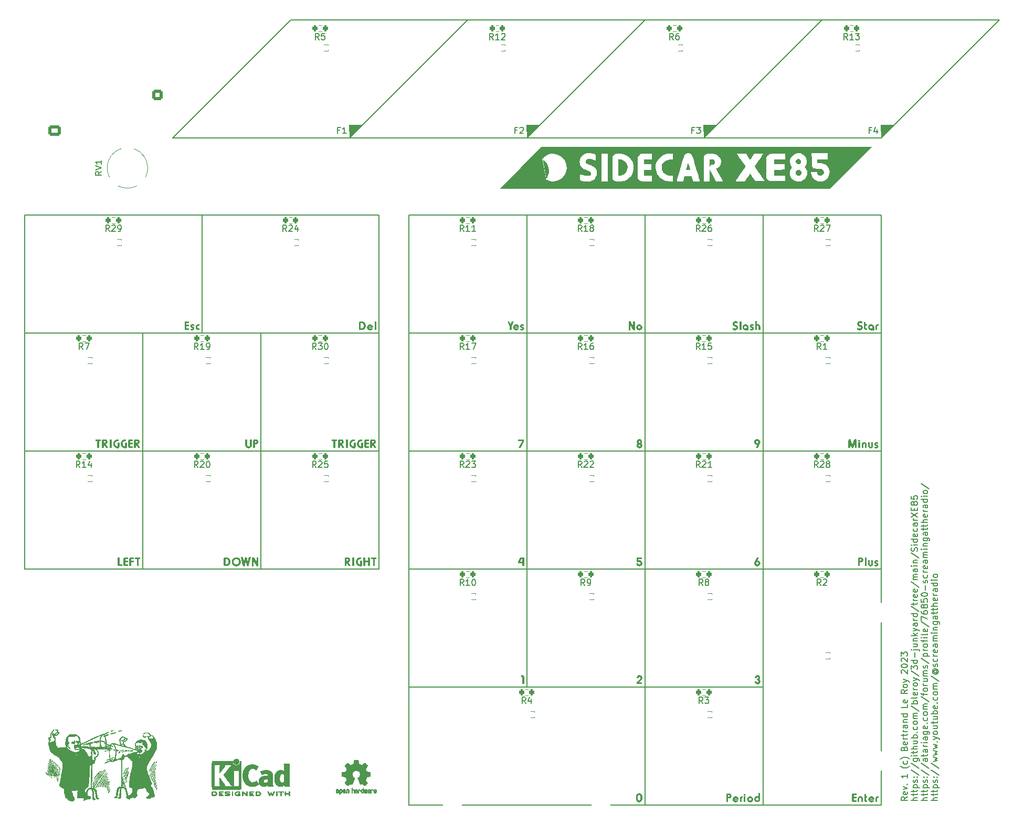
<source format=gbr>
%TF.GenerationSoftware,KiCad,Pcbnew,(7.0.0)*%
%TF.CreationDate,2023-04-09T14:25:35-07:00*%
%TF.ProjectId,SidecarXE85-keyboard,53696465-6361-4725-9845-38352d6b6579,rev?*%
%TF.SameCoordinates,Original*%
%TF.FileFunction,Legend,Top*%
%TF.FilePolarity,Positive*%
%FSLAX46Y46*%
G04 Gerber Fmt 4.6, Leading zero omitted, Abs format (unit mm)*
G04 Created by KiCad (PCBNEW (7.0.0)) date 2023-04-09 14:25:35*
%MOMM*%
%LPD*%
G01*
G04 APERTURE LIST*
G04 Aperture macros list*
%AMRoundRect*
0 Rectangle with rounded corners*
0 $1 Rounding radius*
0 $2 $3 $4 $5 $6 $7 $8 $9 X,Y pos of 4 corners*
0 Add a 4 corners polygon primitive as box body*
4,1,4,$2,$3,$4,$5,$6,$7,$8,$9,$2,$3,0*
0 Add four circle primitives for the rounded corners*
1,1,$1+$1,$2,$3*
1,1,$1+$1,$4,$5*
1,1,$1+$1,$6,$7*
1,1,$1+$1,$8,$9*
0 Add four rect primitives between the rounded corners*
20,1,$1+$1,$2,$3,$4,$5,0*
20,1,$1+$1,$4,$5,$6,$7,0*
20,1,$1+$1,$6,$7,$8,$9,0*
20,1,$1+$1,$8,$9,$2,$3,0*%
%AMHorizOval*
0 Thick line with rounded ends*
0 $1 width*
0 $2 $3 position (X,Y) of the first rounded end (center of the circle)*
0 $4 $5 position (X,Y) of the second rounded end (center of the circle)*
0 Add line between two ends*
20,1,$1,$2,$3,$4,$5,0*
0 Add two circle primitives to create the rounded ends*
1,1,$1,$2,$3*
1,1,$1,$4,$5*%
G04 Aperture macros list end*
%ADD10C,0.150000*%
%ADD11C,0.120000*%
%ADD12C,0.152400*%
%ADD13C,0.010000*%
%ADD14RoundRect,0.200000X0.200000X0.275000X-0.200000X0.275000X-0.200000X-0.275000X0.200000X-0.275000X0*%
%ADD15O,2.200000X1.800000*%
%ADD16C,5.250000*%
%ADD17HorizOval,1.400000X-0.169047X0.362523X0.169047X-0.362523X0*%
%ADD18R,6.832600X0.228600*%
%ADD19HorizOval,2.200000X-0.353553X-0.353553X0.353553X0.353553X0*%
%ADD20C,1.900000*%
%ADD21R,1.312000X0.254000*%
%ADD22C,2.200000*%
%ADD23R,1.758000X0.284000*%
%ADD24O,2.500000X1.400000*%
%ADD25R,0.800000X0.800000*%
%ADD26C,3.048000*%
%ADD27C,3.987800*%
%ADD28C,1.620000*%
%ADD29RoundRect,0.250000X0.600000X-0.600000X0.600000X0.600000X-0.600000X0.600000X-0.600000X-0.600000X0*%
%ADD30C,1.700000*%
%ADD31RoundRect,0.250000X-0.725000X0.600000X-0.725000X-0.600000X0.725000X-0.600000X0.725000X0.600000X0*%
%ADD32O,1.950000X1.700000*%
G04 APERTURE END LIST*
D10*
X170937380Y-156190476D02*
X170461190Y-156523809D01*
X170937380Y-156761904D02*
X169937380Y-156761904D01*
X169937380Y-156761904D02*
X169937380Y-156380952D01*
X169937380Y-156380952D02*
X169985000Y-156285714D01*
X169985000Y-156285714D02*
X170032619Y-156238095D01*
X170032619Y-156238095D02*
X170127857Y-156190476D01*
X170127857Y-156190476D02*
X170270714Y-156190476D01*
X170270714Y-156190476D02*
X170365952Y-156238095D01*
X170365952Y-156238095D02*
X170413571Y-156285714D01*
X170413571Y-156285714D02*
X170461190Y-156380952D01*
X170461190Y-156380952D02*
X170461190Y-156761904D01*
X170889761Y-155380952D02*
X170937380Y-155476190D01*
X170937380Y-155476190D02*
X170937380Y-155666666D01*
X170937380Y-155666666D02*
X170889761Y-155761904D01*
X170889761Y-155761904D02*
X170794523Y-155809523D01*
X170794523Y-155809523D02*
X170413571Y-155809523D01*
X170413571Y-155809523D02*
X170318333Y-155761904D01*
X170318333Y-155761904D02*
X170270714Y-155666666D01*
X170270714Y-155666666D02*
X170270714Y-155476190D01*
X170270714Y-155476190D02*
X170318333Y-155380952D01*
X170318333Y-155380952D02*
X170413571Y-155333333D01*
X170413571Y-155333333D02*
X170508809Y-155333333D01*
X170508809Y-155333333D02*
X170604047Y-155809523D01*
X170270714Y-154999999D02*
X170937380Y-154761904D01*
X170937380Y-154761904D02*
X170270714Y-154523809D01*
X170842142Y-154142856D02*
X170889761Y-154095237D01*
X170889761Y-154095237D02*
X170937380Y-154142856D01*
X170937380Y-154142856D02*
X170889761Y-154190475D01*
X170889761Y-154190475D02*
X170842142Y-154142856D01*
X170842142Y-154142856D02*
X170937380Y-154142856D01*
X170937380Y-152542857D02*
X170937380Y-153114285D01*
X170937380Y-152828571D02*
X169937380Y-152828571D01*
X169937380Y-152828571D02*
X170080238Y-152923809D01*
X170080238Y-152923809D02*
X170175476Y-153019047D01*
X170175476Y-153019047D02*
X170223095Y-153114285D01*
X171318333Y-151228571D02*
X171270714Y-151276190D01*
X171270714Y-151276190D02*
X171127857Y-151371428D01*
X171127857Y-151371428D02*
X171032619Y-151419047D01*
X171032619Y-151419047D02*
X170889761Y-151466666D01*
X170889761Y-151466666D02*
X170651666Y-151514285D01*
X170651666Y-151514285D02*
X170461190Y-151514285D01*
X170461190Y-151514285D02*
X170223095Y-151466666D01*
X170223095Y-151466666D02*
X170080238Y-151419047D01*
X170080238Y-151419047D02*
X169985000Y-151371428D01*
X169985000Y-151371428D02*
X169842142Y-151276190D01*
X169842142Y-151276190D02*
X169794523Y-151228571D01*
X170889761Y-150419047D02*
X170937380Y-150514285D01*
X170937380Y-150514285D02*
X170937380Y-150704761D01*
X170937380Y-150704761D02*
X170889761Y-150799999D01*
X170889761Y-150799999D02*
X170842142Y-150847618D01*
X170842142Y-150847618D02*
X170746904Y-150895237D01*
X170746904Y-150895237D02*
X170461190Y-150895237D01*
X170461190Y-150895237D02*
X170365952Y-150847618D01*
X170365952Y-150847618D02*
X170318333Y-150799999D01*
X170318333Y-150799999D02*
X170270714Y-150704761D01*
X170270714Y-150704761D02*
X170270714Y-150514285D01*
X170270714Y-150514285D02*
X170318333Y-150419047D01*
X171318333Y-150085713D02*
X171270714Y-150038094D01*
X171270714Y-150038094D02*
X171127857Y-149942856D01*
X171127857Y-149942856D02*
X171032619Y-149895237D01*
X171032619Y-149895237D02*
X170889761Y-149847618D01*
X170889761Y-149847618D02*
X170651666Y-149799999D01*
X170651666Y-149799999D02*
X170461190Y-149799999D01*
X170461190Y-149799999D02*
X170223095Y-149847618D01*
X170223095Y-149847618D02*
X170080238Y-149895237D01*
X170080238Y-149895237D02*
X169985000Y-149942856D01*
X169985000Y-149942856D02*
X169842142Y-150038094D01*
X169842142Y-150038094D02*
X169794523Y-150085713D01*
X170413571Y-148390475D02*
X170461190Y-148247618D01*
X170461190Y-148247618D02*
X170508809Y-148199999D01*
X170508809Y-148199999D02*
X170604047Y-148152380D01*
X170604047Y-148152380D02*
X170746904Y-148152380D01*
X170746904Y-148152380D02*
X170842142Y-148199999D01*
X170842142Y-148199999D02*
X170889761Y-148247618D01*
X170889761Y-148247618D02*
X170937380Y-148342856D01*
X170937380Y-148342856D02*
X170937380Y-148723808D01*
X170937380Y-148723808D02*
X169937380Y-148723808D01*
X169937380Y-148723808D02*
X169937380Y-148390475D01*
X169937380Y-148390475D02*
X169985000Y-148295237D01*
X169985000Y-148295237D02*
X170032619Y-148247618D01*
X170032619Y-148247618D02*
X170127857Y-148199999D01*
X170127857Y-148199999D02*
X170223095Y-148199999D01*
X170223095Y-148199999D02*
X170318333Y-148247618D01*
X170318333Y-148247618D02*
X170365952Y-148295237D01*
X170365952Y-148295237D02*
X170413571Y-148390475D01*
X170413571Y-148390475D02*
X170413571Y-148723808D01*
X170889761Y-147342856D02*
X170937380Y-147438094D01*
X170937380Y-147438094D02*
X170937380Y-147628570D01*
X170937380Y-147628570D02*
X170889761Y-147723808D01*
X170889761Y-147723808D02*
X170794523Y-147771427D01*
X170794523Y-147771427D02*
X170413571Y-147771427D01*
X170413571Y-147771427D02*
X170318333Y-147723808D01*
X170318333Y-147723808D02*
X170270714Y-147628570D01*
X170270714Y-147628570D02*
X170270714Y-147438094D01*
X170270714Y-147438094D02*
X170318333Y-147342856D01*
X170318333Y-147342856D02*
X170413571Y-147295237D01*
X170413571Y-147295237D02*
X170508809Y-147295237D01*
X170508809Y-147295237D02*
X170604047Y-147771427D01*
X170937380Y-146866665D02*
X170270714Y-146866665D01*
X170461190Y-146866665D02*
X170365952Y-146819046D01*
X170365952Y-146819046D02*
X170318333Y-146771427D01*
X170318333Y-146771427D02*
X170270714Y-146676189D01*
X170270714Y-146676189D02*
X170270714Y-146580951D01*
X170270714Y-146390474D02*
X170270714Y-146009522D01*
X169937380Y-146247617D02*
X170794523Y-146247617D01*
X170794523Y-146247617D02*
X170889761Y-146199998D01*
X170889761Y-146199998D02*
X170937380Y-146104760D01*
X170937380Y-146104760D02*
X170937380Y-146009522D01*
X170937380Y-145676188D02*
X170270714Y-145676188D01*
X170461190Y-145676188D02*
X170365952Y-145628569D01*
X170365952Y-145628569D02*
X170318333Y-145580950D01*
X170318333Y-145580950D02*
X170270714Y-145485712D01*
X170270714Y-145485712D02*
X170270714Y-145390474D01*
X170937380Y-144628569D02*
X170413571Y-144628569D01*
X170413571Y-144628569D02*
X170318333Y-144676188D01*
X170318333Y-144676188D02*
X170270714Y-144771426D01*
X170270714Y-144771426D02*
X170270714Y-144961902D01*
X170270714Y-144961902D02*
X170318333Y-145057140D01*
X170889761Y-144628569D02*
X170937380Y-144723807D01*
X170937380Y-144723807D02*
X170937380Y-144961902D01*
X170937380Y-144961902D02*
X170889761Y-145057140D01*
X170889761Y-145057140D02*
X170794523Y-145104759D01*
X170794523Y-145104759D02*
X170699285Y-145104759D01*
X170699285Y-145104759D02*
X170604047Y-145057140D01*
X170604047Y-145057140D02*
X170556428Y-144961902D01*
X170556428Y-144961902D02*
X170556428Y-144723807D01*
X170556428Y-144723807D02*
X170508809Y-144628569D01*
X170270714Y-144152378D02*
X170937380Y-144152378D01*
X170365952Y-144152378D02*
X170318333Y-144104759D01*
X170318333Y-144104759D02*
X170270714Y-144009521D01*
X170270714Y-144009521D02*
X170270714Y-143866664D01*
X170270714Y-143866664D02*
X170318333Y-143771426D01*
X170318333Y-143771426D02*
X170413571Y-143723807D01*
X170413571Y-143723807D02*
X170937380Y-143723807D01*
X170937380Y-142819045D02*
X169937380Y-142819045D01*
X170889761Y-142819045D02*
X170937380Y-142914283D01*
X170937380Y-142914283D02*
X170937380Y-143104759D01*
X170937380Y-143104759D02*
X170889761Y-143199997D01*
X170889761Y-143199997D02*
X170842142Y-143247616D01*
X170842142Y-143247616D02*
X170746904Y-143295235D01*
X170746904Y-143295235D02*
X170461190Y-143295235D01*
X170461190Y-143295235D02*
X170365952Y-143247616D01*
X170365952Y-143247616D02*
X170318333Y-143199997D01*
X170318333Y-143199997D02*
X170270714Y-143104759D01*
X170270714Y-143104759D02*
X170270714Y-142914283D01*
X170270714Y-142914283D02*
X170318333Y-142819045D01*
X170937380Y-141266664D02*
X170937380Y-141742854D01*
X170937380Y-141742854D02*
X169937380Y-141742854D01*
X170889761Y-140552378D02*
X170937380Y-140647616D01*
X170937380Y-140647616D02*
X170937380Y-140838092D01*
X170937380Y-140838092D02*
X170889761Y-140933330D01*
X170889761Y-140933330D02*
X170794523Y-140980949D01*
X170794523Y-140980949D02*
X170413571Y-140980949D01*
X170413571Y-140980949D02*
X170318333Y-140933330D01*
X170318333Y-140933330D02*
X170270714Y-140838092D01*
X170270714Y-140838092D02*
X170270714Y-140647616D01*
X170270714Y-140647616D02*
X170318333Y-140552378D01*
X170318333Y-140552378D02*
X170413571Y-140504759D01*
X170413571Y-140504759D02*
X170508809Y-140504759D01*
X170508809Y-140504759D02*
X170604047Y-140980949D01*
X170937380Y-138904759D02*
X170461190Y-139238092D01*
X170937380Y-139476187D02*
X169937380Y-139476187D01*
X169937380Y-139476187D02*
X169937380Y-139095235D01*
X169937380Y-139095235D02*
X169985000Y-138999997D01*
X169985000Y-138999997D02*
X170032619Y-138952378D01*
X170032619Y-138952378D02*
X170127857Y-138904759D01*
X170127857Y-138904759D02*
X170270714Y-138904759D01*
X170270714Y-138904759D02*
X170365952Y-138952378D01*
X170365952Y-138952378D02*
X170413571Y-138999997D01*
X170413571Y-138999997D02*
X170461190Y-139095235D01*
X170461190Y-139095235D02*
X170461190Y-139476187D01*
X170937380Y-138333330D02*
X170889761Y-138428568D01*
X170889761Y-138428568D02*
X170842142Y-138476187D01*
X170842142Y-138476187D02*
X170746904Y-138523806D01*
X170746904Y-138523806D02*
X170461190Y-138523806D01*
X170461190Y-138523806D02*
X170365952Y-138476187D01*
X170365952Y-138476187D02*
X170318333Y-138428568D01*
X170318333Y-138428568D02*
X170270714Y-138333330D01*
X170270714Y-138333330D02*
X170270714Y-138190473D01*
X170270714Y-138190473D02*
X170318333Y-138095235D01*
X170318333Y-138095235D02*
X170365952Y-138047616D01*
X170365952Y-138047616D02*
X170461190Y-137999997D01*
X170461190Y-137999997D02*
X170746904Y-137999997D01*
X170746904Y-137999997D02*
X170842142Y-138047616D01*
X170842142Y-138047616D02*
X170889761Y-138095235D01*
X170889761Y-138095235D02*
X170937380Y-138190473D01*
X170937380Y-138190473D02*
X170937380Y-138333330D01*
X170270714Y-137666663D02*
X170937380Y-137428568D01*
X170270714Y-137190473D02*
X170937380Y-137428568D01*
X170937380Y-137428568D02*
X171175476Y-137523806D01*
X171175476Y-137523806D02*
X171223095Y-137571425D01*
X171223095Y-137571425D02*
X171270714Y-137666663D01*
X170032619Y-136257139D02*
X169985000Y-136209520D01*
X169985000Y-136209520D02*
X169937380Y-136114282D01*
X169937380Y-136114282D02*
X169937380Y-135876187D01*
X169937380Y-135876187D02*
X169985000Y-135780949D01*
X169985000Y-135780949D02*
X170032619Y-135733330D01*
X170032619Y-135733330D02*
X170127857Y-135685711D01*
X170127857Y-135685711D02*
X170223095Y-135685711D01*
X170223095Y-135685711D02*
X170365952Y-135733330D01*
X170365952Y-135733330D02*
X170937380Y-136304758D01*
X170937380Y-136304758D02*
X170937380Y-135685711D01*
X169937380Y-135066663D02*
X169937380Y-134971425D01*
X169937380Y-134971425D02*
X169985000Y-134876187D01*
X169985000Y-134876187D02*
X170032619Y-134828568D01*
X170032619Y-134828568D02*
X170127857Y-134780949D01*
X170127857Y-134780949D02*
X170318333Y-134733330D01*
X170318333Y-134733330D02*
X170556428Y-134733330D01*
X170556428Y-134733330D02*
X170746904Y-134780949D01*
X170746904Y-134780949D02*
X170842142Y-134828568D01*
X170842142Y-134828568D02*
X170889761Y-134876187D01*
X170889761Y-134876187D02*
X170937380Y-134971425D01*
X170937380Y-134971425D02*
X170937380Y-135066663D01*
X170937380Y-135066663D02*
X170889761Y-135161901D01*
X170889761Y-135161901D02*
X170842142Y-135209520D01*
X170842142Y-135209520D02*
X170746904Y-135257139D01*
X170746904Y-135257139D02*
X170556428Y-135304758D01*
X170556428Y-135304758D02*
X170318333Y-135304758D01*
X170318333Y-135304758D02*
X170127857Y-135257139D01*
X170127857Y-135257139D02*
X170032619Y-135209520D01*
X170032619Y-135209520D02*
X169985000Y-135161901D01*
X169985000Y-135161901D02*
X169937380Y-135066663D01*
X170032619Y-134352377D02*
X169985000Y-134304758D01*
X169985000Y-134304758D02*
X169937380Y-134209520D01*
X169937380Y-134209520D02*
X169937380Y-133971425D01*
X169937380Y-133971425D02*
X169985000Y-133876187D01*
X169985000Y-133876187D02*
X170032619Y-133828568D01*
X170032619Y-133828568D02*
X170127857Y-133780949D01*
X170127857Y-133780949D02*
X170223095Y-133780949D01*
X170223095Y-133780949D02*
X170365952Y-133828568D01*
X170365952Y-133828568D02*
X170937380Y-134399996D01*
X170937380Y-134399996D02*
X170937380Y-133780949D01*
X169937380Y-133447615D02*
X169937380Y-132828568D01*
X169937380Y-132828568D02*
X170318333Y-133161901D01*
X170318333Y-133161901D02*
X170318333Y-133019044D01*
X170318333Y-133019044D02*
X170365952Y-132923806D01*
X170365952Y-132923806D02*
X170413571Y-132876187D01*
X170413571Y-132876187D02*
X170508809Y-132828568D01*
X170508809Y-132828568D02*
X170746904Y-132828568D01*
X170746904Y-132828568D02*
X170842142Y-132876187D01*
X170842142Y-132876187D02*
X170889761Y-132923806D01*
X170889761Y-132923806D02*
X170937380Y-133019044D01*
X170937380Y-133019044D02*
X170937380Y-133304758D01*
X170937380Y-133304758D02*
X170889761Y-133399996D01*
X170889761Y-133399996D02*
X170842142Y-133447615D01*
X172557380Y-156761904D02*
X171557380Y-156761904D01*
X172557380Y-156333333D02*
X172033571Y-156333333D01*
X172033571Y-156333333D02*
X171938333Y-156380952D01*
X171938333Y-156380952D02*
X171890714Y-156476190D01*
X171890714Y-156476190D02*
X171890714Y-156619047D01*
X171890714Y-156619047D02*
X171938333Y-156714285D01*
X171938333Y-156714285D02*
X171985952Y-156761904D01*
X171890714Y-155999999D02*
X171890714Y-155619047D01*
X171557380Y-155857142D02*
X172414523Y-155857142D01*
X172414523Y-155857142D02*
X172509761Y-155809523D01*
X172509761Y-155809523D02*
X172557380Y-155714285D01*
X172557380Y-155714285D02*
X172557380Y-155619047D01*
X171890714Y-155428570D02*
X171890714Y-155047618D01*
X171557380Y-155285713D02*
X172414523Y-155285713D01*
X172414523Y-155285713D02*
X172509761Y-155238094D01*
X172509761Y-155238094D02*
X172557380Y-155142856D01*
X172557380Y-155142856D02*
X172557380Y-155047618D01*
X171890714Y-154714284D02*
X172890714Y-154714284D01*
X171938333Y-154714284D02*
X171890714Y-154619046D01*
X171890714Y-154619046D02*
X171890714Y-154428570D01*
X171890714Y-154428570D02*
X171938333Y-154333332D01*
X171938333Y-154333332D02*
X171985952Y-154285713D01*
X171985952Y-154285713D02*
X172081190Y-154238094D01*
X172081190Y-154238094D02*
X172366904Y-154238094D01*
X172366904Y-154238094D02*
X172462142Y-154285713D01*
X172462142Y-154285713D02*
X172509761Y-154333332D01*
X172509761Y-154333332D02*
X172557380Y-154428570D01*
X172557380Y-154428570D02*
X172557380Y-154619046D01*
X172557380Y-154619046D02*
X172509761Y-154714284D01*
X172509761Y-153857141D02*
X172557380Y-153761903D01*
X172557380Y-153761903D02*
X172557380Y-153571427D01*
X172557380Y-153571427D02*
X172509761Y-153476189D01*
X172509761Y-153476189D02*
X172414523Y-153428570D01*
X172414523Y-153428570D02*
X172366904Y-153428570D01*
X172366904Y-153428570D02*
X172271666Y-153476189D01*
X172271666Y-153476189D02*
X172224047Y-153571427D01*
X172224047Y-153571427D02*
X172224047Y-153714284D01*
X172224047Y-153714284D02*
X172176428Y-153809522D01*
X172176428Y-153809522D02*
X172081190Y-153857141D01*
X172081190Y-153857141D02*
X172033571Y-153857141D01*
X172033571Y-153857141D02*
X171938333Y-153809522D01*
X171938333Y-153809522D02*
X171890714Y-153714284D01*
X171890714Y-153714284D02*
X171890714Y-153571427D01*
X171890714Y-153571427D02*
X171938333Y-153476189D01*
X172462142Y-152999998D02*
X172509761Y-152952379D01*
X172509761Y-152952379D02*
X172557380Y-152999998D01*
X172557380Y-152999998D02*
X172509761Y-153047617D01*
X172509761Y-153047617D02*
X172462142Y-152999998D01*
X172462142Y-152999998D02*
X172557380Y-152999998D01*
X171938333Y-152999998D02*
X171985952Y-152952379D01*
X171985952Y-152952379D02*
X172033571Y-152999998D01*
X172033571Y-152999998D02*
X171985952Y-153047617D01*
X171985952Y-153047617D02*
X171938333Y-152999998D01*
X171938333Y-152999998D02*
X172033571Y-152999998D01*
X171509761Y-151809523D02*
X172795476Y-152666665D01*
X171509761Y-150761904D02*
X172795476Y-151619046D01*
X171890714Y-149999999D02*
X172700238Y-149999999D01*
X172700238Y-149999999D02*
X172795476Y-150047618D01*
X172795476Y-150047618D02*
X172843095Y-150095237D01*
X172843095Y-150095237D02*
X172890714Y-150190475D01*
X172890714Y-150190475D02*
X172890714Y-150333332D01*
X172890714Y-150333332D02*
X172843095Y-150428570D01*
X172509761Y-149999999D02*
X172557380Y-150095237D01*
X172557380Y-150095237D02*
X172557380Y-150285713D01*
X172557380Y-150285713D02*
X172509761Y-150380951D01*
X172509761Y-150380951D02*
X172462142Y-150428570D01*
X172462142Y-150428570D02*
X172366904Y-150476189D01*
X172366904Y-150476189D02*
X172081190Y-150476189D01*
X172081190Y-150476189D02*
X171985952Y-150428570D01*
X171985952Y-150428570D02*
X171938333Y-150380951D01*
X171938333Y-150380951D02*
X171890714Y-150285713D01*
X171890714Y-150285713D02*
X171890714Y-150095237D01*
X171890714Y-150095237D02*
X171938333Y-149999999D01*
X172557380Y-149523808D02*
X171890714Y-149523808D01*
X171557380Y-149523808D02*
X171605000Y-149571427D01*
X171605000Y-149571427D02*
X171652619Y-149523808D01*
X171652619Y-149523808D02*
X171605000Y-149476189D01*
X171605000Y-149476189D02*
X171557380Y-149523808D01*
X171557380Y-149523808D02*
X171652619Y-149523808D01*
X171890714Y-149190475D02*
X171890714Y-148809523D01*
X171557380Y-149047618D02*
X172414523Y-149047618D01*
X172414523Y-149047618D02*
X172509761Y-148999999D01*
X172509761Y-148999999D02*
X172557380Y-148904761D01*
X172557380Y-148904761D02*
X172557380Y-148809523D01*
X172557380Y-148476189D02*
X171557380Y-148476189D01*
X172557380Y-148047618D02*
X172033571Y-148047618D01*
X172033571Y-148047618D02*
X171938333Y-148095237D01*
X171938333Y-148095237D02*
X171890714Y-148190475D01*
X171890714Y-148190475D02*
X171890714Y-148333332D01*
X171890714Y-148333332D02*
X171938333Y-148428570D01*
X171938333Y-148428570D02*
X171985952Y-148476189D01*
X171890714Y-147142856D02*
X172557380Y-147142856D01*
X171890714Y-147571427D02*
X172414523Y-147571427D01*
X172414523Y-147571427D02*
X172509761Y-147523808D01*
X172509761Y-147523808D02*
X172557380Y-147428570D01*
X172557380Y-147428570D02*
X172557380Y-147285713D01*
X172557380Y-147285713D02*
X172509761Y-147190475D01*
X172509761Y-147190475D02*
X172462142Y-147142856D01*
X172557380Y-146666665D02*
X171557380Y-146666665D01*
X171938333Y-146666665D02*
X171890714Y-146571427D01*
X171890714Y-146571427D02*
X171890714Y-146380951D01*
X171890714Y-146380951D02*
X171938333Y-146285713D01*
X171938333Y-146285713D02*
X171985952Y-146238094D01*
X171985952Y-146238094D02*
X172081190Y-146190475D01*
X172081190Y-146190475D02*
X172366904Y-146190475D01*
X172366904Y-146190475D02*
X172462142Y-146238094D01*
X172462142Y-146238094D02*
X172509761Y-146285713D01*
X172509761Y-146285713D02*
X172557380Y-146380951D01*
X172557380Y-146380951D02*
X172557380Y-146571427D01*
X172557380Y-146571427D02*
X172509761Y-146666665D01*
X172462142Y-145761903D02*
X172509761Y-145714284D01*
X172509761Y-145714284D02*
X172557380Y-145761903D01*
X172557380Y-145761903D02*
X172509761Y-145809522D01*
X172509761Y-145809522D02*
X172462142Y-145761903D01*
X172462142Y-145761903D02*
X172557380Y-145761903D01*
X172509761Y-144857142D02*
X172557380Y-144952380D01*
X172557380Y-144952380D02*
X172557380Y-145142856D01*
X172557380Y-145142856D02*
X172509761Y-145238094D01*
X172509761Y-145238094D02*
X172462142Y-145285713D01*
X172462142Y-145285713D02*
X172366904Y-145333332D01*
X172366904Y-145333332D02*
X172081190Y-145333332D01*
X172081190Y-145333332D02*
X171985952Y-145285713D01*
X171985952Y-145285713D02*
X171938333Y-145238094D01*
X171938333Y-145238094D02*
X171890714Y-145142856D01*
X171890714Y-145142856D02*
X171890714Y-144952380D01*
X171890714Y-144952380D02*
X171938333Y-144857142D01*
X172557380Y-144285713D02*
X172509761Y-144380951D01*
X172509761Y-144380951D02*
X172462142Y-144428570D01*
X172462142Y-144428570D02*
X172366904Y-144476189D01*
X172366904Y-144476189D02*
X172081190Y-144476189D01*
X172081190Y-144476189D02*
X171985952Y-144428570D01*
X171985952Y-144428570D02*
X171938333Y-144380951D01*
X171938333Y-144380951D02*
X171890714Y-144285713D01*
X171890714Y-144285713D02*
X171890714Y-144142856D01*
X171890714Y-144142856D02*
X171938333Y-144047618D01*
X171938333Y-144047618D02*
X171985952Y-143999999D01*
X171985952Y-143999999D02*
X172081190Y-143952380D01*
X172081190Y-143952380D02*
X172366904Y-143952380D01*
X172366904Y-143952380D02*
X172462142Y-143999999D01*
X172462142Y-143999999D02*
X172509761Y-144047618D01*
X172509761Y-144047618D02*
X172557380Y-144142856D01*
X172557380Y-144142856D02*
X172557380Y-144285713D01*
X172557380Y-143523808D02*
X171890714Y-143523808D01*
X171985952Y-143523808D02*
X171938333Y-143476189D01*
X171938333Y-143476189D02*
X171890714Y-143380951D01*
X171890714Y-143380951D02*
X171890714Y-143238094D01*
X171890714Y-143238094D02*
X171938333Y-143142856D01*
X171938333Y-143142856D02*
X172033571Y-143095237D01*
X172033571Y-143095237D02*
X172557380Y-143095237D01*
X172033571Y-143095237D02*
X171938333Y-143047618D01*
X171938333Y-143047618D02*
X171890714Y-142952380D01*
X171890714Y-142952380D02*
X171890714Y-142809523D01*
X171890714Y-142809523D02*
X171938333Y-142714284D01*
X171938333Y-142714284D02*
X172033571Y-142666665D01*
X172033571Y-142666665D02*
X172557380Y-142666665D01*
X171509761Y-141476190D02*
X172795476Y-142333332D01*
X172557380Y-141142856D02*
X171557380Y-141142856D01*
X171938333Y-141142856D02*
X171890714Y-141047618D01*
X171890714Y-141047618D02*
X171890714Y-140857142D01*
X171890714Y-140857142D02*
X171938333Y-140761904D01*
X171938333Y-140761904D02*
X171985952Y-140714285D01*
X171985952Y-140714285D02*
X172081190Y-140666666D01*
X172081190Y-140666666D02*
X172366904Y-140666666D01*
X172366904Y-140666666D02*
X172462142Y-140714285D01*
X172462142Y-140714285D02*
X172509761Y-140761904D01*
X172509761Y-140761904D02*
X172557380Y-140857142D01*
X172557380Y-140857142D02*
X172557380Y-141047618D01*
X172557380Y-141047618D02*
X172509761Y-141142856D01*
X172557380Y-140095237D02*
X172509761Y-140190475D01*
X172509761Y-140190475D02*
X172414523Y-140238094D01*
X172414523Y-140238094D02*
X171557380Y-140238094D01*
X172509761Y-139333332D02*
X172557380Y-139428570D01*
X172557380Y-139428570D02*
X172557380Y-139619046D01*
X172557380Y-139619046D02*
X172509761Y-139714284D01*
X172509761Y-139714284D02*
X172414523Y-139761903D01*
X172414523Y-139761903D02*
X172033571Y-139761903D01*
X172033571Y-139761903D02*
X171938333Y-139714284D01*
X171938333Y-139714284D02*
X171890714Y-139619046D01*
X171890714Y-139619046D02*
X171890714Y-139428570D01*
X171890714Y-139428570D02*
X171938333Y-139333332D01*
X171938333Y-139333332D02*
X172033571Y-139285713D01*
X172033571Y-139285713D02*
X172128809Y-139285713D01*
X172128809Y-139285713D02*
X172224047Y-139761903D01*
X172557380Y-138857141D02*
X171890714Y-138857141D01*
X172081190Y-138857141D02*
X171985952Y-138809522D01*
X171985952Y-138809522D02*
X171938333Y-138761903D01*
X171938333Y-138761903D02*
X171890714Y-138666665D01*
X171890714Y-138666665D02*
X171890714Y-138571427D01*
X172557380Y-138095236D02*
X172509761Y-138190474D01*
X172509761Y-138190474D02*
X172462142Y-138238093D01*
X172462142Y-138238093D02*
X172366904Y-138285712D01*
X172366904Y-138285712D02*
X172081190Y-138285712D01*
X172081190Y-138285712D02*
X171985952Y-138238093D01*
X171985952Y-138238093D02*
X171938333Y-138190474D01*
X171938333Y-138190474D02*
X171890714Y-138095236D01*
X171890714Y-138095236D02*
X171890714Y-137952379D01*
X171890714Y-137952379D02*
X171938333Y-137857141D01*
X171938333Y-137857141D02*
X171985952Y-137809522D01*
X171985952Y-137809522D02*
X172081190Y-137761903D01*
X172081190Y-137761903D02*
X172366904Y-137761903D01*
X172366904Y-137761903D02*
X172462142Y-137809522D01*
X172462142Y-137809522D02*
X172509761Y-137857141D01*
X172509761Y-137857141D02*
X172557380Y-137952379D01*
X172557380Y-137952379D02*
X172557380Y-138095236D01*
X171890714Y-137428569D02*
X172557380Y-137190474D01*
X171890714Y-136952379D02*
X172557380Y-137190474D01*
X172557380Y-137190474D02*
X172795476Y-137285712D01*
X172795476Y-137285712D02*
X172843095Y-137333331D01*
X172843095Y-137333331D02*
X172890714Y-137428569D01*
X171509761Y-135857141D02*
X172795476Y-136714283D01*
X171557380Y-135619045D02*
X171557380Y-134999998D01*
X171557380Y-134999998D02*
X171938333Y-135333331D01*
X171938333Y-135333331D02*
X171938333Y-135190474D01*
X171938333Y-135190474D02*
X171985952Y-135095236D01*
X171985952Y-135095236D02*
X172033571Y-135047617D01*
X172033571Y-135047617D02*
X172128809Y-134999998D01*
X172128809Y-134999998D02*
X172366904Y-134999998D01*
X172366904Y-134999998D02*
X172462142Y-135047617D01*
X172462142Y-135047617D02*
X172509761Y-135095236D01*
X172509761Y-135095236D02*
X172557380Y-135190474D01*
X172557380Y-135190474D02*
X172557380Y-135476188D01*
X172557380Y-135476188D02*
X172509761Y-135571426D01*
X172509761Y-135571426D02*
X172462142Y-135619045D01*
X172557380Y-134142855D02*
X171557380Y-134142855D01*
X172509761Y-134142855D02*
X172557380Y-134238093D01*
X172557380Y-134238093D02*
X172557380Y-134428569D01*
X172557380Y-134428569D02*
X172509761Y-134523807D01*
X172509761Y-134523807D02*
X172462142Y-134571426D01*
X172462142Y-134571426D02*
X172366904Y-134619045D01*
X172366904Y-134619045D02*
X172081190Y-134619045D01*
X172081190Y-134619045D02*
X171985952Y-134571426D01*
X171985952Y-134571426D02*
X171938333Y-134523807D01*
X171938333Y-134523807D02*
X171890714Y-134428569D01*
X171890714Y-134428569D02*
X171890714Y-134238093D01*
X171890714Y-134238093D02*
X171938333Y-134142855D01*
X172176428Y-133666664D02*
X172176428Y-132904760D01*
X171890714Y-132428569D02*
X172747857Y-132428569D01*
X172747857Y-132428569D02*
X172843095Y-132476188D01*
X172843095Y-132476188D02*
X172890714Y-132571426D01*
X172890714Y-132571426D02*
X172890714Y-132619045D01*
X171557380Y-132428569D02*
X171605000Y-132476188D01*
X171605000Y-132476188D02*
X171652619Y-132428569D01*
X171652619Y-132428569D02*
X171605000Y-132380950D01*
X171605000Y-132380950D02*
X171557380Y-132428569D01*
X171557380Y-132428569D02*
X171652619Y-132428569D01*
X171890714Y-131523808D02*
X172557380Y-131523808D01*
X171890714Y-131952379D02*
X172414523Y-131952379D01*
X172414523Y-131952379D02*
X172509761Y-131904760D01*
X172509761Y-131904760D02*
X172557380Y-131809522D01*
X172557380Y-131809522D02*
X172557380Y-131666665D01*
X172557380Y-131666665D02*
X172509761Y-131571427D01*
X172509761Y-131571427D02*
X172462142Y-131523808D01*
X171890714Y-131047617D02*
X172557380Y-131047617D01*
X171985952Y-131047617D02*
X171938333Y-130999998D01*
X171938333Y-130999998D02*
X171890714Y-130904760D01*
X171890714Y-130904760D02*
X171890714Y-130761903D01*
X171890714Y-130761903D02*
X171938333Y-130666665D01*
X171938333Y-130666665D02*
X172033571Y-130619046D01*
X172033571Y-130619046D02*
X172557380Y-130619046D01*
X172557380Y-130142855D02*
X171557380Y-130142855D01*
X172176428Y-130047617D02*
X172557380Y-129761903D01*
X171890714Y-129761903D02*
X172271666Y-130142855D01*
X171890714Y-129428569D02*
X172557380Y-129190474D01*
X171890714Y-128952379D02*
X172557380Y-129190474D01*
X172557380Y-129190474D02*
X172795476Y-129285712D01*
X172795476Y-129285712D02*
X172843095Y-129333331D01*
X172843095Y-129333331D02*
X172890714Y-129428569D01*
X172557380Y-128142855D02*
X172033571Y-128142855D01*
X172033571Y-128142855D02*
X171938333Y-128190474D01*
X171938333Y-128190474D02*
X171890714Y-128285712D01*
X171890714Y-128285712D02*
X171890714Y-128476188D01*
X171890714Y-128476188D02*
X171938333Y-128571426D01*
X172509761Y-128142855D02*
X172557380Y-128238093D01*
X172557380Y-128238093D02*
X172557380Y-128476188D01*
X172557380Y-128476188D02*
X172509761Y-128571426D01*
X172509761Y-128571426D02*
X172414523Y-128619045D01*
X172414523Y-128619045D02*
X172319285Y-128619045D01*
X172319285Y-128619045D02*
X172224047Y-128571426D01*
X172224047Y-128571426D02*
X172176428Y-128476188D01*
X172176428Y-128476188D02*
X172176428Y-128238093D01*
X172176428Y-128238093D02*
X172128809Y-128142855D01*
X172557380Y-127666664D02*
X171890714Y-127666664D01*
X172081190Y-127666664D02*
X171985952Y-127619045D01*
X171985952Y-127619045D02*
X171938333Y-127571426D01*
X171938333Y-127571426D02*
X171890714Y-127476188D01*
X171890714Y-127476188D02*
X171890714Y-127380950D01*
X172557380Y-126619045D02*
X171557380Y-126619045D01*
X172509761Y-126619045D02*
X172557380Y-126714283D01*
X172557380Y-126714283D02*
X172557380Y-126904759D01*
X172557380Y-126904759D02*
X172509761Y-126999997D01*
X172509761Y-126999997D02*
X172462142Y-127047616D01*
X172462142Y-127047616D02*
X172366904Y-127095235D01*
X172366904Y-127095235D02*
X172081190Y-127095235D01*
X172081190Y-127095235D02*
X171985952Y-127047616D01*
X171985952Y-127047616D02*
X171938333Y-126999997D01*
X171938333Y-126999997D02*
X171890714Y-126904759D01*
X171890714Y-126904759D02*
X171890714Y-126714283D01*
X171890714Y-126714283D02*
X171938333Y-126619045D01*
X171509761Y-125428569D02*
X172795476Y-126285711D01*
X171890714Y-125238092D02*
X171890714Y-124857140D01*
X171557380Y-125095235D02*
X172414523Y-125095235D01*
X172414523Y-125095235D02*
X172509761Y-125047616D01*
X172509761Y-125047616D02*
X172557380Y-124952378D01*
X172557380Y-124952378D02*
X172557380Y-124857140D01*
X172557380Y-124523806D02*
X171890714Y-124523806D01*
X172081190Y-124523806D02*
X171985952Y-124476187D01*
X171985952Y-124476187D02*
X171938333Y-124428568D01*
X171938333Y-124428568D02*
X171890714Y-124333330D01*
X171890714Y-124333330D02*
X171890714Y-124238092D01*
X172509761Y-123523806D02*
X172557380Y-123619044D01*
X172557380Y-123619044D02*
X172557380Y-123809520D01*
X172557380Y-123809520D02*
X172509761Y-123904758D01*
X172509761Y-123904758D02*
X172414523Y-123952377D01*
X172414523Y-123952377D02*
X172033571Y-123952377D01*
X172033571Y-123952377D02*
X171938333Y-123904758D01*
X171938333Y-123904758D02*
X171890714Y-123809520D01*
X171890714Y-123809520D02*
X171890714Y-123619044D01*
X171890714Y-123619044D02*
X171938333Y-123523806D01*
X171938333Y-123523806D02*
X172033571Y-123476187D01*
X172033571Y-123476187D02*
X172128809Y-123476187D01*
X172128809Y-123476187D02*
X172224047Y-123952377D01*
X172509761Y-122666663D02*
X172557380Y-122761901D01*
X172557380Y-122761901D02*
X172557380Y-122952377D01*
X172557380Y-122952377D02*
X172509761Y-123047615D01*
X172509761Y-123047615D02*
X172414523Y-123095234D01*
X172414523Y-123095234D02*
X172033571Y-123095234D01*
X172033571Y-123095234D02*
X171938333Y-123047615D01*
X171938333Y-123047615D02*
X171890714Y-122952377D01*
X171890714Y-122952377D02*
X171890714Y-122761901D01*
X171890714Y-122761901D02*
X171938333Y-122666663D01*
X171938333Y-122666663D02*
X172033571Y-122619044D01*
X172033571Y-122619044D02*
X172128809Y-122619044D01*
X172128809Y-122619044D02*
X172224047Y-123095234D01*
X171509761Y-121476187D02*
X172795476Y-122333329D01*
X172557380Y-121142853D02*
X171890714Y-121142853D01*
X171985952Y-121142853D02*
X171938333Y-121095234D01*
X171938333Y-121095234D02*
X171890714Y-120999996D01*
X171890714Y-120999996D02*
X171890714Y-120857139D01*
X171890714Y-120857139D02*
X171938333Y-120761901D01*
X171938333Y-120761901D02*
X172033571Y-120714282D01*
X172033571Y-120714282D02*
X172557380Y-120714282D01*
X172033571Y-120714282D02*
X171938333Y-120666663D01*
X171938333Y-120666663D02*
X171890714Y-120571425D01*
X171890714Y-120571425D02*
X171890714Y-120428568D01*
X171890714Y-120428568D02*
X171938333Y-120333329D01*
X171938333Y-120333329D02*
X172033571Y-120285710D01*
X172033571Y-120285710D02*
X172557380Y-120285710D01*
X172557380Y-119380949D02*
X172033571Y-119380949D01*
X172033571Y-119380949D02*
X171938333Y-119428568D01*
X171938333Y-119428568D02*
X171890714Y-119523806D01*
X171890714Y-119523806D02*
X171890714Y-119714282D01*
X171890714Y-119714282D02*
X171938333Y-119809520D01*
X172509761Y-119380949D02*
X172557380Y-119476187D01*
X172557380Y-119476187D02*
X172557380Y-119714282D01*
X172557380Y-119714282D02*
X172509761Y-119809520D01*
X172509761Y-119809520D02*
X172414523Y-119857139D01*
X172414523Y-119857139D02*
X172319285Y-119857139D01*
X172319285Y-119857139D02*
X172224047Y-119809520D01*
X172224047Y-119809520D02*
X172176428Y-119714282D01*
X172176428Y-119714282D02*
X172176428Y-119476187D01*
X172176428Y-119476187D02*
X172128809Y-119380949D01*
X172557380Y-118904758D02*
X171890714Y-118904758D01*
X171557380Y-118904758D02*
X171605000Y-118952377D01*
X171605000Y-118952377D02*
X171652619Y-118904758D01*
X171652619Y-118904758D02*
X171605000Y-118857139D01*
X171605000Y-118857139D02*
X171557380Y-118904758D01*
X171557380Y-118904758D02*
X171652619Y-118904758D01*
X171890714Y-118428568D02*
X172557380Y-118428568D01*
X171985952Y-118428568D02*
X171938333Y-118380949D01*
X171938333Y-118380949D02*
X171890714Y-118285711D01*
X171890714Y-118285711D02*
X171890714Y-118142854D01*
X171890714Y-118142854D02*
X171938333Y-118047616D01*
X171938333Y-118047616D02*
X172033571Y-117999997D01*
X172033571Y-117999997D02*
X172557380Y-117999997D01*
X171509761Y-116809521D02*
X172795476Y-117666663D01*
X172509761Y-116523806D02*
X172557380Y-116380949D01*
X172557380Y-116380949D02*
X172557380Y-116142854D01*
X172557380Y-116142854D02*
X172509761Y-116047616D01*
X172509761Y-116047616D02*
X172462142Y-115999997D01*
X172462142Y-115999997D02*
X172366904Y-115952378D01*
X172366904Y-115952378D02*
X172271666Y-115952378D01*
X172271666Y-115952378D02*
X172176428Y-115999997D01*
X172176428Y-115999997D02*
X172128809Y-116047616D01*
X172128809Y-116047616D02*
X172081190Y-116142854D01*
X172081190Y-116142854D02*
X172033571Y-116333330D01*
X172033571Y-116333330D02*
X171985952Y-116428568D01*
X171985952Y-116428568D02*
X171938333Y-116476187D01*
X171938333Y-116476187D02*
X171843095Y-116523806D01*
X171843095Y-116523806D02*
X171747857Y-116523806D01*
X171747857Y-116523806D02*
X171652619Y-116476187D01*
X171652619Y-116476187D02*
X171605000Y-116428568D01*
X171605000Y-116428568D02*
X171557380Y-116333330D01*
X171557380Y-116333330D02*
X171557380Y-116095235D01*
X171557380Y-116095235D02*
X171605000Y-115952378D01*
X172557380Y-115523806D02*
X171890714Y-115523806D01*
X171557380Y-115523806D02*
X171605000Y-115571425D01*
X171605000Y-115571425D02*
X171652619Y-115523806D01*
X171652619Y-115523806D02*
X171605000Y-115476187D01*
X171605000Y-115476187D02*
X171557380Y-115523806D01*
X171557380Y-115523806D02*
X171652619Y-115523806D01*
X172557380Y-114619045D02*
X171557380Y-114619045D01*
X172509761Y-114619045D02*
X172557380Y-114714283D01*
X172557380Y-114714283D02*
X172557380Y-114904759D01*
X172557380Y-114904759D02*
X172509761Y-114999997D01*
X172509761Y-114999997D02*
X172462142Y-115047616D01*
X172462142Y-115047616D02*
X172366904Y-115095235D01*
X172366904Y-115095235D02*
X172081190Y-115095235D01*
X172081190Y-115095235D02*
X171985952Y-115047616D01*
X171985952Y-115047616D02*
X171938333Y-114999997D01*
X171938333Y-114999997D02*
X171890714Y-114904759D01*
X171890714Y-114904759D02*
X171890714Y-114714283D01*
X171890714Y-114714283D02*
X171938333Y-114619045D01*
X172509761Y-113761902D02*
X172557380Y-113857140D01*
X172557380Y-113857140D02*
X172557380Y-114047616D01*
X172557380Y-114047616D02*
X172509761Y-114142854D01*
X172509761Y-114142854D02*
X172414523Y-114190473D01*
X172414523Y-114190473D02*
X172033571Y-114190473D01*
X172033571Y-114190473D02*
X171938333Y-114142854D01*
X171938333Y-114142854D02*
X171890714Y-114047616D01*
X171890714Y-114047616D02*
X171890714Y-113857140D01*
X171890714Y-113857140D02*
X171938333Y-113761902D01*
X171938333Y-113761902D02*
X172033571Y-113714283D01*
X172033571Y-113714283D02*
X172128809Y-113714283D01*
X172128809Y-113714283D02*
X172224047Y-114190473D01*
X172509761Y-112857140D02*
X172557380Y-112952378D01*
X172557380Y-112952378D02*
X172557380Y-113142854D01*
X172557380Y-113142854D02*
X172509761Y-113238092D01*
X172509761Y-113238092D02*
X172462142Y-113285711D01*
X172462142Y-113285711D02*
X172366904Y-113333330D01*
X172366904Y-113333330D02*
X172081190Y-113333330D01*
X172081190Y-113333330D02*
X171985952Y-113285711D01*
X171985952Y-113285711D02*
X171938333Y-113238092D01*
X171938333Y-113238092D02*
X171890714Y-113142854D01*
X171890714Y-113142854D02*
X171890714Y-112952378D01*
X171890714Y-112952378D02*
X171938333Y-112857140D01*
X172557380Y-111999997D02*
X172033571Y-111999997D01*
X172033571Y-111999997D02*
X171938333Y-112047616D01*
X171938333Y-112047616D02*
X171890714Y-112142854D01*
X171890714Y-112142854D02*
X171890714Y-112333330D01*
X171890714Y-112333330D02*
X171938333Y-112428568D01*
X172509761Y-111999997D02*
X172557380Y-112095235D01*
X172557380Y-112095235D02*
X172557380Y-112333330D01*
X172557380Y-112333330D02*
X172509761Y-112428568D01*
X172509761Y-112428568D02*
X172414523Y-112476187D01*
X172414523Y-112476187D02*
X172319285Y-112476187D01*
X172319285Y-112476187D02*
X172224047Y-112428568D01*
X172224047Y-112428568D02*
X172176428Y-112333330D01*
X172176428Y-112333330D02*
X172176428Y-112095235D01*
X172176428Y-112095235D02*
X172128809Y-111999997D01*
X172557380Y-111523806D02*
X171890714Y-111523806D01*
X172081190Y-111523806D02*
X171985952Y-111476187D01*
X171985952Y-111476187D02*
X171938333Y-111428568D01*
X171938333Y-111428568D02*
X171890714Y-111333330D01*
X171890714Y-111333330D02*
X171890714Y-111238092D01*
X171557380Y-110999996D02*
X172557380Y-110333330D01*
X171557380Y-110333330D02*
X172557380Y-110999996D01*
X172033571Y-109952377D02*
X172033571Y-109619044D01*
X172557380Y-109476187D02*
X172557380Y-109952377D01*
X172557380Y-109952377D02*
X171557380Y-109952377D01*
X171557380Y-109952377D02*
X171557380Y-109476187D01*
X171985952Y-108904758D02*
X171938333Y-108999996D01*
X171938333Y-108999996D02*
X171890714Y-109047615D01*
X171890714Y-109047615D02*
X171795476Y-109095234D01*
X171795476Y-109095234D02*
X171747857Y-109095234D01*
X171747857Y-109095234D02*
X171652619Y-109047615D01*
X171652619Y-109047615D02*
X171605000Y-108999996D01*
X171605000Y-108999996D02*
X171557380Y-108904758D01*
X171557380Y-108904758D02*
X171557380Y-108714282D01*
X171557380Y-108714282D02*
X171605000Y-108619044D01*
X171605000Y-108619044D02*
X171652619Y-108571425D01*
X171652619Y-108571425D02*
X171747857Y-108523806D01*
X171747857Y-108523806D02*
X171795476Y-108523806D01*
X171795476Y-108523806D02*
X171890714Y-108571425D01*
X171890714Y-108571425D02*
X171938333Y-108619044D01*
X171938333Y-108619044D02*
X171985952Y-108714282D01*
X171985952Y-108714282D02*
X171985952Y-108904758D01*
X171985952Y-108904758D02*
X172033571Y-108999996D01*
X172033571Y-108999996D02*
X172081190Y-109047615D01*
X172081190Y-109047615D02*
X172176428Y-109095234D01*
X172176428Y-109095234D02*
X172366904Y-109095234D01*
X172366904Y-109095234D02*
X172462142Y-109047615D01*
X172462142Y-109047615D02*
X172509761Y-108999996D01*
X172509761Y-108999996D02*
X172557380Y-108904758D01*
X172557380Y-108904758D02*
X172557380Y-108714282D01*
X172557380Y-108714282D02*
X172509761Y-108619044D01*
X172509761Y-108619044D02*
X172462142Y-108571425D01*
X172462142Y-108571425D02*
X172366904Y-108523806D01*
X172366904Y-108523806D02*
X172176428Y-108523806D01*
X172176428Y-108523806D02*
X172081190Y-108571425D01*
X172081190Y-108571425D02*
X172033571Y-108619044D01*
X172033571Y-108619044D02*
X171985952Y-108714282D01*
X171557380Y-107619044D02*
X171557380Y-108095234D01*
X171557380Y-108095234D02*
X172033571Y-108142853D01*
X172033571Y-108142853D02*
X171985952Y-108095234D01*
X171985952Y-108095234D02*
X171938333Y-107999996D01*
X171938333Y-107999996D02*
X171938333Y-107761901D01*
X171938333Y-107761901D02*
X171985952Y-107666663D01*
X171985952Y-107666663D02*
X172033571Y-107619044D01*
X172033571Y-107619044D02*
X172128809Y-107571425D01*
X172128809Y-107571425D02*
X172366904Y-107571425D01*
X172366904Y-107571425D02*
X172462142Y-107619044D01*
X172462142Y-107619044D02*
X172509761Y-107666663D01*
X172509761Y-107666663D02*
X172557380Y-107761901D01*
X172557380Y-107761901D02*
X172557380Y-107999996D01*
X172557380Y-107999996D02*
X172509761Y-108095234D01*
X172509761Y-108095234D02*
X172462142Y-108142853D01*
X174177380Y-156761904D02*
X173177380Y-156761904D01*
X174177380Y-156333333D02*
X173653571Y-156333333D01*
X173653571Y-156333333D02*
X173558333Y-156380952D01*
X173558333Y-156380952D02*
X173510714Y-156476190D01*
X173510714Y-156476190D02*
X173510714Y-156619047D01*
X173510714Y-156619047D02*
X173558333Y-156714285D01*
X173558333Y-156714285D02*
X173605952Y-156761904D01*
X173510714Y-155999999D02*
X173510714Y-155619047D01*
X173177380Y-155857142D02*
X174034523Y-155857142D01*
X174034523Y-155857142D02*
X174129761Y-155809523D01*
X174129761Y-155809523D02*
X174177380Y-155714285D01*
X174177380Y-155714285D02*
X174177380Y-155619047D01*
X173510714Y-155428570D02*
X173510714Y-155047618D01*
X173177380Y-155285713D02*
X174034523Y-155285713D01*
X174034523Y-155285713D02*
X174129761Y-155238094D01*
X174129761Y-155238094D02*
X174177380Y-155142856D01*
X174177380Y-155142856D02*
X174177380Y-155047618D01*
X173510714Y-154714284D02*
X174510714Y-154714284D01*
X173558333Y-154714284D02*
X173510714Y-154619046D01*
X173510714Y-154619046D02*
X173510714Y-154428570D01*
X173510714Y-154428570D02*
X173558333Y-154333332D01*
X173558333Y-154333332D02*
X173605952Y-154285713D01*
X173605952Y-154285713D02*
X173701190Y-154238094D01*
X173701190Y-154238094D02*
X173986904Y-154238094D01*
X173986904Y-154238094D02*
X174082142Y-154285713D01*
X174082142Y-154285713D02*
X174129761Y-154333332D01*
X174129761Y-154333332D02*
X174177380Y-154428570D01*
X174177380Y-154428570D02*
X174177380Y-154619046D01*
X174177380Y-154619046D02*
X174129761Y-154714284D01*
X174129761Y-153857141D02*
X174177380Y-153761903D01*
X174177380Y-153761903D02*
X174177380Y-153571427D01*
X174177380Y-153571427D02*
X174129761Y-153476189D01*
X174129761Y-153476189D02*
X174034523Y-153428570D01*
X174034523Y-153428570D02*
X173986904Y-153428570D01*
X173986904Y-153428570D02*
X173891666Y-153476189D01*
X173891666Y-153476189D02*
X173844047Y-153571427D01*
X173844047Y-153571427D02*
X173844047Y-153714284D01*
X173844047Y-153714284D02*
X173796428Y-153809522D01*
X173796428Y-153809522D02*
X173701190Y-153857141D01*
X173701190Y-153857141D02*
X173653571Y-153857141D01*
X173653571Y-153857141D02*
X173558333Y-153809522D01*
X173558333Y-153809522D02*
X173510714Y-153714284D01*
X173510714Y-153714284D02*
X173510714Y-153571427D01*
X173510714Y-153571427D02*
X173558333Y-153476189D01*
X174082142Y-152999998D02*
X174129761Y-152952379D01*
X174129761Y-152952379D02*
X174177380Y-152999998D01*
X174177380Y-152999998D02*
X174129761Y-153047617D01*
X174129761Y-153047617D02*
X174082142Y-152999998D01*
X174082142Y-152999998D02*
X174177380Y-152999998D01*
X173558333Y-152999998D02*
X173605952Y-152952379D01*
X173605952Y-152952379D02*
X173653571Y-152999998D01*
X173653571Y-152999998D02*
X173605952Y-153047617D01*
X173605952Y-153047617D02*
X173558333Y-152999998D01*
X173558333Y-152999998D02*
X173653571Y-152999998D01*
X173129761Y-151809523D02*
X174415476Y-152666665D01*
X173129761Y-150761904D02*
X174415476Y-151619046D01*
X174177380Y-149999999D02*
X173653571Y-149999999D01*
X173653571Y-149999999D02*
X173558333Y-150047618D01*
X173558333Y-150047618D02*
X173510714Y-150142856D01*
X173510714Y-150142856D02*
X173510714Y-150333332D01*
X173510714Y-150333332D02*
X173558333Y-150428570D01*
X174129761Y-149999999D02*
X174177380Y-150095237D01*
X174177380Y-150095237D02*
X174177380Y-150333332D01*
X174177380Y-150333332D02*
X174129761Y-150428570D01*
X174129761Y-150428570D02*
X174034523Y-150476189D01*
X174034523Y-150476189D02*
X173939285Y-150476189D01*
X173939285Y-150476189D02*
X173844047Y-150428570D01*
X173844047Y-150428570D02*
X173796428Y-150333332D01*
X173796428Y-150333332D02*
X173796428Y-150095237D01*
X173796428Y-150095237D02*
X173748809Y-149999999D01*
X173510714Y-149666665D02*
X173510714Y-149285713D01*
X173177380Y-149523808D02*
X174034523Y-149523808D01*
X174034523Y-149523808D02*
X174129761Y-149476189D01*
X174129761Y-149476189D02*
X174177380Y-149380951D01*
X174177380Y-149380951D02*
X174177380Y-149285713D01*
X174177380Y-148523808D02*
X173653571Y-148523808D01*
X173653571Y-148523808D02*
X173558333Y-148571427D01*
X173558333Y-148571427D02*
X173510714Y-148666665D01*
X173510714Y-148666665D02*
X173510714Y-148857141D01*
X173510714Y-148857141D02*
X173558333Y-148952379D01*
X174129761Y-148523808D02*
X174177380Y-148619046D01*
X174177380Y-148619046D02*
X174177380Y-148857141D01*
X174177380Y-148857141D02*
X174129761Y-148952379D01*
X174129761Y-148952379D02*
X174034523Y-148999998D01*
X174034523Y-148999998D02*
X173939285Y-148999998D01*
X173939285Y-148999998D02*
X173844047Y-148952379D01*
X173844047Y-148952379D02*
X173796428Y-148857141D01*
X173796428Y-148857141D02*
X173796428Y-148619046D01*
X173796428Y-148619046D02*
X173748809Y-148523808D01*
X174177380Y-148047617D02*
X173510714Y-148047617D01*
X173701190Y-148047617D02*
X173605952Y-147999998D01*
X173605952Y-147999998D02*
X173558333Y-147952379D01*
X173558333Y-147952379D02*
X173510714Y-147857141D01*
X173510714Y-147857141D02*
X173510714Y-147761903D01*
X174177380Y-147428569D02*
X173510714Y-147428569D01*
X173177380Y-147428569D02*
X173225000Y-147476188D01*
X173225000Y-147476188D02*
X173272619Y-147428569D01*
X173272619Y-147428569D02*
X173225000Y-147380950D01*
X173225000Y-147380950D02*
X173177380Y-147428569D01*
X173177380Y-147428569D02*
X173272619Y-147428569D01*
X174177380Y-146523808D02*
X173653571Y-146523808D01*
X173653571Y-146523808D02*
X173558333Y-146571427D01*
X173558333Y-146571427D02*
X173510714Y-146666665D01*
X173510714Y-146666665D02*
X173510714Y-146857141D01*
X173510714Y-146857141D02*
X173558333Y-146952379D01*
X174129761Y-146523808D02*
X174177380Y-146619046D01*
X174177380Y-146619046D02*
X174177380Y-146857141D01*
X174177380Y-146857141D02*
X174129761Y-146952379D01*
X174129761Y-146952379D02*
X174034523Y-146999998D01*
X174034523Y-146999998D02*
X173939285Y-146999998D01*
X173939285Y-146999998D02*
X173844047Y-146952379D01*
X173844047Y-146952379D02*
X173796428Y-146857141D01*
X173796428Y-146857141D02*
X173796428Y-146619046D01*
X173796428Y-146619046D02*
X173748809Y-146523808D01*
X173510714Y-145619046D02*
X174320238Y-145619046D01*
X174320238Y-145619046D02*
X174415476Y-145666665D01*
X174415476Y-145666665D02*
X174463095Y-145714284D01*
X174463095Y-145714284D02*
X174510714Y-145809522D01*
X174510714Y-145809522D02*
X174510714Y-145952379D01*
X174510714Y-145952379D02*
X174463095Y-146047617D01*
X174129761Y-145619046D02*
X174177380Y-145714284D01*
X174177380Y-145714284D02*
X174177380Y-145904760D01*
X174177380Y-145904760D02*
X174129761Y-145999998D01*
X174129761Y-145999998D02*
X174082142Y-146047617D01*
X174082142Y-146047617D02*
X173986904Y-146095236D01*
X173986904Y-146095236D02*
X173701190Y-146095236D01*
X173701190Y-146095236D02*
X173605952Y-146047617D01*
X173605952Y-146047617D02*
X173558333Y-145999998D01*
X173558333Y-145999998D02*
X173510714Y-145904760D01*
X173510714Y-145904760D02*
X173510714Y-145714284D01*
X173510714Y-145714284D02*
X173558333Y-145619046D01*
X174129761Y-144761903D02*
X174177380Y-144857141D01*
X174177380Y-144857141D02*
X174177380Y-145047617D01*
X174177380Y-145047617D02*
X174129761Y-145142855D01*
X174129761Y-145142855D02*
X174034523Y-145190474D01*
X174034523Y-145190474D02*
X173653571Y-145190474D01*
X173653571Y-145190474D02*
X173558333Y-145142855D01*
X173558333Y-145142855D02*
X173510714Y-145047617D01*
X173510714Y-145047617D02*
X173510714Y-144857141D01*
X173510714Y-144857141D02*
X173558333Y-144761903D01*
X173558333Y-144761903D02*
X173653571Y-144714284D01*
X173653571Y-144714284D02*
X173748809Y-144714284D01*
X173748809Y-144714284D02*
X173844047Y-145190474D01*
X174082142Y-144285712D02*
X174129761Y-144238093D01*
X174129761Y-144238093D02*
X174177380Y-144285712D01*
X174177380Y-144285712D02*
X174129761Y-144333331D01*
X174129761Y-144333331D02*
X174082142Y-144285712D01*
X174082142Y-144285712D02*
X174177380Y-144285712D01*
X174129761Y-143380951D02*
X174177380Y-143476189D01*
X174177380Y-143476189D02*
X174177380Y-143666665D01*
X174177380Y-143666665D02*
X174129761Y-143761903D01*
X174129761Y-143761903D02*
X174082142Y-143809522D01*
X174082142Y-143809522D02*
X173986904Y-143857141D01*
X173986904Y-143857141D02*
X173701190Y-143857141D01*
X173701190Y-143857141D02*
X173605952Y-143809522D01*
X173605952Y-143809522D02*
X173558333Y-143761903D01*
X173558333Y-143761903D02*
X173510714Y-143666665D01*
X173510714Y-143666665D02*
X173510714Y-143476189D01*
X173510714Y-143476189D02*
X173558333Y-143380951D01*
X174177380Y-142809522D02*
X174129761Y-142904760D01*
X174129761Y-142904760D02*
X174082142Y-142952379D01*
X174082142Y-142952379D02*
X173986904Y-142999998D01*
X173986904Y-142999998D02*
X173701190Y-142999998D01*
X173701190Y-142999998D02*
X173605952Y-142952379D01*
X173605952Y-142952379D02*
X173558333Y-142904760D01*
X173558333Y-142904760D02*
X173510714Y-142809522D01*
X173510714Y-142809522D02*
X173510714Y-142666665D01*
X173510714Y-142666665D02*
X173558333Y-142571427D01*
X173558333Y-142571427D02*
X173605952Y-142523808D01*
X173605952Y-142523808D02*
X173701190Y-142476189D01*
X173701190Y-142476189D02*
X173986904Y-142476189D01*
X173986904Y-142476189D02*
X174082142Y-142523808D01*
X174082142Y-142523808D02*
X174129761Y-142571427D01*
X174129761Y-142571427D02*
X174177380Y-142666665D01*
X174177380Y-142666665D02*
X174177380Y-142809522D01*
X174177380Y-142047617D02*
X173510714Y-142047617D01*
X173605952Y-142047617D02*
X173558333Y-141999998D01*
X173558333Y-141999998D02*
X173510714Y-141904760D01*
X173510714Y-141904760D02*
X173510714Y-141761903D01*
X173510714Y-141761903D02*
X173558333Y-141666665D01*
X173558333Y-141666665D02*
X173653571Y-141619046D01*
X173653571Y-141619046D02*
X174177380Y-141619046D01*
X173653571Y-141619046D02*
X173558333Y-141571427D01*
X173558333Y-141571427D02*
X173510714Y-141476189D01*
X173510714Y-141476189D02*
X173510714Y-141333332D01*
X173510714Y-141333332D02*
X173558333Y-141238093D01*
X173558333Y-141238093D02*
X173653571Y-141190474D01*
X173653571Y-141190474D02*
X174177380Y-141190474D01*
X173129761Y-139999999D02*
X174415476Y-140857141D01*
X173510714Y-139809522D02*
X173510714Y-139428570D01*
X174177380Y-139666665D02*
X173320238Y-139666665D01*
X173320238Y-139666665D02*
X173225000Y-139619046D01*
X173225000Y-139619046D02*
X173177380Y-139523808D01*
X173177380Y-139523808D02*
X173177380Y-139428570D01*
X174177380Y-138952379D02*
X174129761Y-139047617D01*
X174129761Y-139047617D02*
X174082142Y-139095236D01*
X174082142Y-139095236D02*
X173986904Y-139142855D01*
X173986904Y-139142855D02*
X173701190Y-139142855D01*
X173701190Y-139142855D02*
X173605952Y-139095236D01*
X173605952Y-139095236D02*
X173558333Y-139047617D01*
X173558333Y-139047617D02*
X173510714Y-138952379D01*
X173510714Y-138952379D02*
X173510714Y-138809522D01*
X173510714Y-138809522D02*
X173558333Y-138714284D01*
X173558333Y-138714284D02*
X173605952Y-138666665D01*
X173605952Y-138666665D02*
X173701190Y-138619046D01*
X173701190Y-138619046D02*
X173986904Y-138619046D01*
X173986904Y-138619046D02*
X174082142Y-138666665D01*
X174082142Y-138666665D02*
X174129761Y-138714284D01*
X174129761Y-138714284D02*
X174177380Y-138809522D01*
X174177380Y-138809522D02*
X174177380Y-138952379D01*
X174177380Y-138190474D02*
X173510714Y-138190474D01*
X173701190Y-138190474D02*
X173605952Y-138142855D01*
X173605952Y-138142855D02*
X173558333Y-138095236D01*
X173558333Y-138095236D02*
X173510714Y-137999998D01*
X173510714Y-137999998D02*
X173510714Y-137904760D01*
X173510714Y-137142855D02*
X174177380Y-137142855D01*
X173510714Y-137571426D02*
X174034523Y-137571426D01*
X174034523Y-137571426D02*
X174129761Y-137523807D01*
X174129761Y-137523807D02*
X174177380Y-137428569D01*
X174177380Y-137428569D02*
X174177380Y-137285712D01*
X174177380Y-137285712D02*
X174129761Y-137190474D01*
X174129761Y-137190474D02*
X174082142Y-137142855D01*
X174177380Y-136666664D02*
X173510714Y-136666664D01*
X173605952Y-136666664D02*
X173558333Y-136619045D01*
X173558333Y-136619045D02*
X173510714Y-136523807D01*
X173510714Y-136523807D02*
X173510714Y-136380950D01*
X173510714Y-136380950D02*
X173558333Y-136285712D01*
X173558333Y-136285712D02*
X173653571Y-136238093D01*
X173653571Y-136238093D02*
X174177380Y-136238093D01*
X173653571Y-136238093D02*
X173558333Y-136190474D01*
X173558333Y-136190474D02*
X173510714Y-136095236D01*
X173510714Y-136095236D02*
X173510714Y-135952379D01*
X173510714Y-135952379D02*
X173558333Y-135857140D01*
X173558333Y-135857140D02*
X173653571Y-135809521D01*
X173653571Y-135809521D02*
X174177380Y-135809521D01*
X174129761Y-135380950D02*
X174177380Y-135285712D01*
X174177380Y-135285712D02*
X174177380Y-135095236D01*
X174177380Y-135095236D02*
X174129761Y-134999998D01*
X174129761Y-134999998D02*
X174034523Y-134952379D01*
X174034523Y-134952379D02*
X173986904Y-134952379D01*
X173986904Y-134952379D02*
X173891666Y-134999998D01*
X173891666Y-134999998D02*
X173844047Y-135095236D01*
X173844047Y-135095236D02*
X173844047Y-135238093D01*
X173844047Y-135238093D02*
X173796428Y-135333331D01*
X173796428Y-135333331D02*
X173701190Y-135380950D01*
X173701190Y-135380950D02*
X173653571Y-135380950D01*
X173653571Y-135380950D02*
X173558333Y-135333331D01*
X173558333Y-135333331D02*
X173510714Y-135238093D01*
X173510714Y-135238093D02*
X173510714Y-135095236D01*
X173510714Y-135095236D02*
X173558333Y-134999998D01*
X173129761Y-133809522D02*
X174415476Y-134666664D01*
X173510714Y-133476188D02*
X174510714Y-133476188D01*
X173558333Y-133476188D02*
X173510714Y-133380950D01*
X173510714Y-133380950D02*
X173510714Y-133190474D01*
X173510714Y-133190474D02*
X173558333Y-133095236D01*
X173558333Y-133095236D02*
X173605952Y-133047617D01*
X173605952Y-133047617D02*
X173701190Y-132999998D01*
X173701190Y-132999998D02*
X173986904Y-132999998D01*
X173986904Y-132999998D02*
X174082142Y-133047617D01*
X174082142Y-133047617D02*
X174129761Y-133095236D01*
X174129761Y-133095236D02*
X174177380Y-133190474D01*
X174177380Y-133190474D02*
X174177380Y-133380950D01*
X174177380Y-133380950D02*
X174129761Y-133476188D01*
X174177380Y-132571426D02*
X173510714Y-132571426D01*
X173701190Y-132571426D02*
X173605952Y-132523807D01*
X173605952Y-132523807D02*
X173558333Y-132476188D01*
X173558333Y-132476188D02*
X173510714Y-132380950D01*
X173510714Y-132380950D02*
X173510714Y-132285712D01*
X174177380Y-131809521D02*
X174129761Y-131904759D01*
X174129761Y-131904759D02*
X174082142Y-131952378D01*
X174082142Y-131952378D02*
X173986904Y-131999997D01*
X173986904Y-131999997D02*
X173701190Y-131999997D01*
X173701190Y-131999997D02*
X173605952Y-131952378D01*
X173605952Y-131952378D02*
X173558333Y-131904759D01*
X173558333Y-131904759D02*
X173510714Y-131809521D01*
X173510714Y-131809521D02*
X173510714Y-131666664D01*
X173510714Y-131666664D02*
X173558333Y-131571426D01*
X173558333Y-131571426D02*
X173605952Y-131523807D01*
X173605952Y-131523807D02*
X173701190Y-131476188D01*
X173701190Y-131476188D02*
X173986904Y-131476188D01*
X173986904Y-131476188D02*
X174082142Y-131523807D01*
X174082142Y-131523807D02*
X174129761Y-131571426D01*
X174129761Y-131571426D02*
X174177380Y-131666664D01*
X174177380Y-131666664D02*
X174177380Y-131809521D01*
X173510714Y-131190473D02*
X173510714Y-130809521D01*
X174177380Y-131047616D02*
X173320238Y-131047616D01*
X173320238Y-131047616D02*
X173225000Y-130999997D01*
X173225000Y-130999997D02*
X173177380Y-130904759D01*
X173177380Y-130904759D02*
X173177380Y-130809521D01*
X174177380Y-130476187D02*
X173510714Y-130476187D01*
X173177380Y-130476187D02*
X173225000Y-130523806D01*
X173225000Y-130523806D02*
X173272619Y-130476187D01*
X173272619Y-130476187D02*
X173225000Y-130428568D01*
X173225000Y-130428568D02*
X173177380Y-130476187D01*
X173177380Y-130476187D02*
X173272619Y-130476187D01*
X174177380Y-129857140D02*
X174129761Y-129952378D01*
X174129761Y-129952378D02*
X174034523Y-129999997D01*
X174034523Y-129999997D02*
X173177380Y-129999997D01*
X174129761Y-129095235D02*
X174177380Y-129190473D01*
X174177380Y-129190473D02*
X174177380Y-129380949D01*
X174177380Y-129380949D02*
X174129761Y-129476187D01*
X174129761Y-129476187D02*
X174034523Y-129523806D01*
X174034523Y-129523806D02*
X173653571Y-129523806D01*
X173653571Y-129523806D02*
X173558333Y-129476187D01*
X173558333Y-129476187D02*
X173510714Y-129380949D01*
X173510714Y-129380949D02*
X173510714Y-129190473D01*
X173510714Y-129190473D02*
X173558333Y-129095235D01*
X173558333Y-129095235D02*
X173653571Y-129047616D01*
X173653571Y-129047616D02*
X173748809Y-129047616D01*
X173748809Y-129047616D02*
X173844047Y-129523806D01*
X173129761Y-127904759D02*
X174415476Y-128761901D01*
X173177380Y-127666663D02*
X173177380Y-126999997D01*
X173177380Y-126999997D02*
X174177380Y-127428568D01*
X173177380Y-126190473D02*
X173177380Y-126380949D01*
X173177380Y-126380949D02*
X173225000Y-126476187D01*
X173225000Y-126476187D02*
X173272619Y-126523806D01*
X173272619Y-126523806D02*
X173415476Y-126619044D01*
X173415476Y-126619044D02*
X173605952Y-126666663D01*
X173605952Y-126666663D02*
X173986904Y-126666663D01*
X173986904Y-126666663D02*
X174082142Y-126619044D01*
X174082142Y-126619044D02*
X174129761Y-126571425D01*
X174129761Y-126571425D02*
X174177380Y-126476187D01*
X174177380Y-126476187D02*
X174177380Y-126285711D01*
X174177380Y-126285711D02*
X174129761Y-126190473D01*
X174129761Y-126190473D02*
X174082142Y-126142854D01*
X174082142Y-126142854D02*
X173986904Y-126095235D01*
X173986904Y-126095235D02*
X173748809Y-126095235D01*
X173748809Y-126095235D02*
X173653571Y-126142854D01*
X173653571Y-126142854D02*
X173605952Y-126190473D01*
X173605952Y-126190473D02*
X173558333Y-126285711D01*
X173558333Y-126285711D02*
X173558333Y-126476187D01*
X173558333Y-126476187D02*
X173605952Y-126571425D01*
X173605952Y-126571425D02*
X173653571Y-126619044D01*
X173653571Y-126619044D02*
X173748809Y-126666663D01*
X173605952Y-125523806D02*
X173558333Y-125619044D01*
X173558333Y-125619044D02*
X173510714Y-125666663D01*
X173510714Y-125666663D02*
X173415476Y-125714282D01*
X173415476Y-125714282D02*
X173367857Y-125714282D01*
X173367857Y-125714282D02*
X173272619Y-125666663D01*
X173272619Y-125666663D02*
X173225000Y-125619044D01*
X173225000Y-125619044D02*
X173177380Y-125523806D01*
X173177380Y-125523806D02*
X173177380Y-125333330D01*
X173177380Y-125333330D02*
X173225000Y-125238092D01*
X173225000Y-125238092D02*
X173272619Y-125190473D01*
X173272619Y-125190473D02*
X173367857Y-125142854D01*
X173367857Y-125142854D02*
X173415476Y-125142854D01*
X173415476Y-125142854D02*
X173510714Y-125190473D01*
X173510714Y-125190473D02*
X173558333Y-125238092D01*
X173558333Y-125238092D02*
X173605952Y-125333330D01*
X173605952Y-125333330D02*
X173605952Y-125523806D01*
X173605952Y-125523806D02*
X173653571Y-125619044D01*
X173653571Y-125619044D02*
X173701190Y-125666663D01*
X173701190Y-125666663D02*
X173796428Y-125714282D01*
X173796428Y-125714282D02*
X173986904Y-125714282D01*
X173986904Y-125714282D02*
X174082142Y-125666663D01*
X174082142Y-125666663D02*
X174129761Y-125619044D01*
X174129761Y-125619044D02*
X174177380Y-125523806D01*
X174177380Y-125523806D02*
X174177380Y-125333330D01*
X174177380Y-125333330D02*
X174129761Y-125238092D01*
X174129761Y-125238092D02*
X174082142Y-125190473D01*
X174082142Y-125190473D02*
X173986904Y-125142854D01*
X173986904Y-125142854D02*
X173796428Y-125142854D01*
X173796428Y-125142854D02*
X173701190Y-125190473D01*
X173701190Y-125190473D02*
X173653571Y-125238092D01*
X173653571Y-125238092D02*
X173605952Y-125333330D01*
X173177380Y-124238092D02*
X173177380Y-124714282D01*
X173177380Y-124714282D02*
X173653571Y-124761901D01*
X173653571Y-124761901D02*
X173605952Y-124714282D01*
X173605952Y-124714282D02*
X173558333Y-124619044D01*
X173558333Y-124619044D02*
X173558333Y-124380949D01*
X173558333Y-124380949D02*
X173605952Y-124285711D01*
X173605952Y-124285711D02*
X173653571Y-124238092D01*
X173653571Y-124238092D02*
X173748809Y-124190473D01*
X173748809Y-124190473D02*
X173986904Y-124190473D01*
X173986904Y-124190473D02*
X174082142Y-124238092D01*
X174082142Y-124238092D02*
X174129761Y-124285711D01*
X174129761Y-124285711D02*
X174177380Y-124380949D01*
X174177380Y-124380949D02*
X174177380Y-124619044D01*
X174177380Y-124619044D02*
X174129761Y-124714282D01*
X174129761Y-124714282D02*
X174082142Y-124761901D01*
X173177380Y-123571425D02*
X173177380Y-123476187D01*
X173177380Y-123476187D02*
X173225000Y-123380949D01*
X173225000Y-123380949D02*
X173272619Y-123333330D01*
X173272619Y-123333330D02*
X173367857Y-123285711D01*
X173367857Y-123285711D02*
X173558333Y-123238092D01*
X173558333Y-123238092D02*
X173796428Y-123238092D01*
X173796428Y-123238092D02*
X173986904Y-123285711D01*
X173986904Y-123285711D02*
X174082142Y-123333330D01*
X174082142Y-123333330D02*
X174129761Y-123380949D01*
X174129761Y-123380949D02*
X174177380Y-123476187D01*
X174177380Y-123476187D02*
X174177380Y-123571425D01*
X174177380Y-123571425D02*
X174129761Y-123666663D01*
X174129761Y-123666663D02*
X174082142Y-123714282D01*
X174082142Y-123714282D02*
X173986904Y-123761901D01*
X173986904Y-123761901D02*
X173796428Y-123809520D01*
X173796428Y-123809520D02*
X173558333Y-123809520D01*
X173558333Y-123809520D02*
X173367857Y-123761901D01*
X173367857Y-123761901D02*
X173272619Y-123714282D01*
X173272619Y-123714282D02*
X173225000Y-123666663D01*
X173225000Y-123666663D02*
X173177380Y-123571425D01*
X173796428Y-122809520D02*
X173796428Y-122047616D01*
X174129761Y-121619044D02*
X174177380Y-121523806D01*
X174177380Y-121523806D02*
X174177380Y-121333330D01*
X174177380Y-121333330D02*
X174129761Y-121238092D01*
X174129761Y-121238092D02*
X174034523Y-121190473D01*
X174034523Y-121190473D02*
X173986904Y-121190473D01*
X173986904Y-121190473D02*
X173891666Y-121238092D01*
X173891666Y-121238092D02*
X173844047Y-121333330D01*
X173844047Y-121333330D02*
X173844047Y-121476187D01*
X173844047Y-121476187D02*
X173796428Y-121571425D01*
X173796428Y-121571425D02*
X173701190Y-121619044D01*
X173701190Y-121619044D02*
X173653571Y-121619044D01*
X173653571Y-121619044D02*
X173558333Y-121571425D01*
X173558333Y-121571425D02*
X173510714Y-121476187D01*
X173510714Y-121476187D02*
X173510714Y-121333330D01*
X173510714Y-121333330D02*
X173558333Y-121238092D01*
X174129761Y-120333330D02*
X174177380Y-120428568D01*
X174177380Y-120428568D02*
X174177380Y-120619044D01*
X174177380Y-120619044D02*
X174129761Y-120714282D01*
X174129761Y-120714282D02*
X174082142Y-120761901D01*
X174082142Y-120761901D02*
X173986904Y-120809520D01*
X173986904Y-120809520D02*
X173701190Y-120809520D01*
X173701190Y-120809520D02*
X173605952Y-120761901D01*
X173605952Y-120761901D02*
X173558333Y-120714282D01*
X173558333Y-120714282D02*
X173510714Y-120619044D01*
X173510714Y-120619044D02*
X173510714Y-120428568D01*
X173510714Y-120428568D02*
X173558333Y-120333330D01*
X174177380Y-119904758D02*
X173510714Y-119904758D01*
X173701190Y-119904758D02*
X173605952Y-119857139D01*
X173605952Y-119857139D02*
X173558333Y-119809520D01*
X173558333Y-119809520D02*
X173510714Y-119714282D01*
X173510714Y-119714282D02*
X173510714Y-119619044D01*
X174129761Y-118904758D02*
X174177380Y-118999996D01*
X174177380Y-118999996D02*
X174177380Y-119190472D01*
X174177380Y-119190472D02*
X174129761Y-119285710D01*
X174129761Y-119285710D02*
X174034523Y-119333329D01*
X174034523Y-119333329D02*
X173653571Y-119333329D01*
X173653571Y-119333329D02*
X173558333Y-119285710D01*
X173558333Y-119285710D02*
X173510714Y-119190472D01*
X173510714Y-119190472D02*
X173510714Y-118999996D01*
X173510714Y-118999996D02*
X173558333Y-118904758D01*
X173558333Y-118904758D02*
X173653571Y-118857139D01*
X173653571Y-118857139D02*
X173748809Y-118857139D01*
X173748809Y-118857139D02*
X173844047Y-119333329D01*
X174177380Y-117999996D02*
X173653571Y-117999996D01*
X173653571Y-117999996D02*
X173558333Y-118047615D01*
X173558333Y-118047615D02*
X173510714Y-118142853D01*
X173510714Y-118142853D02*
X173510714Y-118333329D01*
X173510714Y-118333329D02*
X173558333Y-118428567D01*
X174129761Y-117999996D02*
X174177380Y-118095234D01*
X174177380Y-118095234D02*
X174177380Y-118333329D01*
X174177380Y-118333329D02*
X174129761Y-118428567D01*
X174129761Y-118428567D02*
X174034523Y-118476186D01*
X174034523Y-118476186D02*
X173939285Y-118476186D01*
X173939285Y-118476186D02*
X173844047Y-118428567D01*
X173844047Y-118428567D02*
X173796428Y-118333329D01*
X173796428Y-118333329D02*
X173796428Y-118095234D01*
X173796428Y-118095234D02*
X173748809Y-117999996D01*
X174177380Y-117523805D02*
X173510714Y-117523805D01*
X173605952Y-117523805D02*
X173558333Y-117476186D01*
X173558333Y-117476186D02*
X173510714Y-117380948D01*
X173510714Y-117380948D02*
X173510714Y-117238091D01*
X173510714Y-117238091D02*
X173558333Y-117142853D01*
X173558333Y-117142853D02*
X173653571Y-117095234D01*
X173653571Y-117095234D02*
X174177380Y-117095234D01*
X173653571Y-117095234D02*
X173558333Y-117047615D01*
X173558333Y-117047615D02*
X173510714Y-116952377D01*
X173510714Y-116952377D02*
X173510714Y-116809520D01*
X173510714Y-116809520D02*
X173558333Y-116714281D01*
X173558333Y-116714281D02*
X173653571Y-116666662D01*
X173653571Y-116666662D02*
X174177380Y-116666662D01*
X174177380Y-116190472D02*
X173510714Y-116190472D01*
X173177380Y-116190472D02*
X173225000Y-116238091D01*
X173225000Y-116238091D02*
X173272619Y-116190472D01*
X173272619Y-116190472D02*
X173225000Y-116142853D01*
X173225000Y-116142853D02*
X173177380Y-116190472D01*
X173177380Y-116190472D02*
X173272619Y-116190472D01*
X173510714Y-115714282D02*
X174177380Y-115714282D01*
X173605952Y-115714282D02*
X173558333Y-115666663D01*
X173558333Y-115666663D02*
X173510714Y-115571425D01*
X173510714Y-115571425D02*
X173510714Y-115428568D01*
X173510714Y-115428568D02*
X173558333Y-115333330D01*
X173558333Y-115333330D02*
X173653571Y-115285711D01*
X173653571Y-115285711D02*
X174177380Y-115285711D01*
X173510714Y-114380949D02*
X174320238Y-114380949D01*
X174320238Y-114380949D02*
X174415476Y-114428568D01*
X174415476Y-114428568D02*
X174463095Y-114476187D01*
X174463095Y-114476187D02*
X174510714Y-114571425D01*
X174510714Y-114571425D02*
X174510714Y-114714282D01*
X174510714Y-114714282D02*
X174463095Y-114809520D01*
X174129761Y-114380949D02*
X174177380Y-114476187D01*
X174177380Y-114476187D02*
X174177380Y-114666663D01*
X174177380Y-114666663D02*
X174129761Y-114761901D01*
X174129761Y-114761901D02*
X174082142Y-114809520D01*
X174082142Y-114809520D02*
X173986904Y-114857139D01*
X173986904Y-114857139D02*
X173701190Y-114857139D01*
X173701190Y-114857139D02*
X173605952Y-114809520D01*
X173605952Y-114809520D02*
X173558333Y-114761901D01*
X173558333Y-114761901D02*
X173510714Y-114666663D01*
X173510714Y-114666663D02*
X173510714Y-114476187D01*
X173510714Y-114476187D02*
X173558333Y-114380949D01*
X174177380Y-113476187D02*
X173653571Y-113476187D01*
X173653571Y-113476187D02*
X173558333Y-113523806D01*
X173558333Y-113523806D02*
X173510714Y-113619044D01*
X173510714Y-113619044D02*
X173510714Y-113809520D01*
X173510714Y-113809520D02*
X173558333Y-113904758D01*
X174129761Y-113476187D02*
X174177380Y-113571425D01*
X174177380Y-113571425D02*
X174177380Y-113809520D01*
X174177380Y-113809520D02*
X174129761Y-113904758D01*
X174129761Y-113904758D02*
X174034523Y-113952377D01*
X174034523Y-113952377D02*
X173939285Y-113952377D01*
X173939285Y-113952377D02*
X173844047Y-113904758D01*
X173844047Y-113904758D02*
X173796428Y-113809520D01*
X173796428Y-113809520D02*
X173796428Y-113571425D01*
X173796428Y-113571425D02*
X173748809Y-113476187D01*
X173510714Y-113142853D02*
X173510714Y-112761901D01*
X173177380Y-112999996D02*
X174034523Y-112999996D01*
X174034523Y-112999996D02*
X174129761Y-112952377D01*
X174129761Y-112952377D02*
X174177380Y-112857139D01*
X174177380Y-112857139D02*
X174177380Y-112761901D01*
X173510714Y-112571424D02*
X173510714Y-112190472D01*
X173177380Y-112428567D02*
X174034523Y-112428567D01*
X174034523Y-112428567D02*
X174129761Y-112380948D01*
X174129761Y-112380948D02*
X174177380Y-112285710D01*
X174177380Y-112285710D02*
X174177380Y-112190472D01*
X174177380Y-111857138D02*
X173177380Y-111857138D01*
X174177380Y-111428567D02*
X173653571Y-111428567D01*
X173653571Y-111428567D02*
X173558333Y-111476186D01*
X173558333Y-111476186D02*
X173510714Y-111571424D01*
X173510714Y-111571424D02*
X173510714Y-111714281D01*
X173510714Y-111714281D02*
X173558333Y-111809519D01*
X173558333Y-111809519D02*
X173605952Y-111857138D01*
X174129761Y-110571424D02*
X174177380Y-110666662D01*
X174177380Y-110666662D02*
X174177380Y-110857138D01*
X174177380Y-110857138D02*
X174129761Y-110952376D01*
X174129761Y-110952376D02*
X174034523Y-110999995D01*
X174034523Y-110999995D02*
X173653571Y-110999995D01*
X173653571Y-110999995D02*
X173558333Y-110952376D01*
X173558333Y-110952376D02*
X173510714Y-110857138D01*
X173510714Y-110857138D02*
X173510714Y-110666662D01*
X173510714Y-110666662D02*
X173558333Y-110571424D01*
X173558333Y-110571424D02*
X173653571Y-110523805D01*
X173653571Y-110523805D02*
X173748809Y-110523805D01*
X173748809Y-110523805D02*
X173844047Y-110999995D01*
X174177380Y-110095233D02*
X173510714Y-110095233D01*
X173701190Y-110095233D02*
X173605952Y-110047614D01*
X173605952Y-110047614D02*
X173558333Y-109999995D01*
X173558333Y-109999995D02*
X173510714Y-109904757D01*
X173510714Y-109904757D02*
X173510714Y-109809519D01*
X174177380Y-109047614D02*
X173653571Y-109047614D01*
X173653571Y-109047614D02*
X173558333Y-109095233D01*
X173558333Y-109095233D02*
X173510714Y-109190471D01*
X173510714Y-109190471D02*
X173510714Y-109380947D01*
X173510714Y-109380947D02*
X173558333Y-109476185D01*
X174129761Y-109047614D02*
X174177380Y-109142852D01*
X174177380Y-109142852D02*
X174177380Y-109380947D01*
X174177380Y-109380947D02*
X174129761Y-109476185D01*
X174129761Y-109476185D02*
X174034523Y-109523804D01*
X174034523Y-109523804D02*
X173939285Y-109523804D01*
X173939285Y-109523804D02*
X173844047Y-109476185D01*
X173844047Y-109476185D02*
X173796428Y-109380947D01*
X173796428Y-109380947D02*
X173796428Y-109142852D01*
X173796428Y-109142852D02*
X173748809Y-109047614D01*
X174177380Y-108142852D02*
X173177380Y-108142852D01*
X174129761Y-108142852D02*
X174177380Y-108238090D01*
X174177380Y-108238090D02*
X174177380Y-108428566D01*
X174177380Y-108428566D02*
X174129761Y-108523804D01*
X174129761Y-108523804D02*
X174082142Y-108571423D01*
X174082142Y-108571423D02*
X173986904Y-108619042D01*
X173986904Y-108619042D02*
X173701190Y-108619042D01*
X173701190Y-108619042D02*
X173605952Y-108571423D01*
X173605952Y-108571423D02*
X173558333Y-108523804D01*
X173558333Y-108523804D02*
X173510714Y-108428566D01*
X173510714Y-108428566D02*
X173510714Y-108238090D01*
X173510714Y-108238090D02*
X173558333Y-108142852D01*
X174177380Y-107666661D02*
X173510714Y-107666661D01*
X173177380Y-107666661D02*
X173225000Y-107714280D01*
X173225000Y-107714280D02*
X173272619Y-107666661D01*
X173272619Y-107666661D02*
X173225000Y-107619042D01*
X173225000Y-107619042D02*
X173177380Y-107666661D01*
X173177380Y-107666661D02*
X173272619Y-107666661D01*
X174177380Y-107047614D02*
X174129761Y-107142852D01*
X174129761Y-107142852D02*
X174082142Y-107190471D01*
X174082142Y-107190471D02*
X173986904Y-107238090D01*
X173986904Y-107238090D02*
X173701190Y-107238090D01*
X173701190Y-107238090D02*
X173605952Y-107190471D01*
X173605952Y-107190471D02*
X173558333Y-107142852D01*
X173558333Y-107142852D02*
X173510714Y-107047614D01*
X173510714Y-107047614D02*
X173510714Y-106904757D01*
X173510714Y-106904757D02*
X173558333Y-106809519D01*
X173558333Y-106809519D02*
X173605952Y-106761900D01*
X173605952Y-106761900D02*
X173701190Y-106714281D01*
X173701190Y-106714281D02*
X173986904Y-106714281D01*
X173986904Y-106714281D02*
X174082142Y-106761900D01*
X174082142Y-106761900D02*
X174129761Y-106809519D01*
X174129761Y-106809519D02*
X174177380Y-106904757D01*
X174177380Y-106904757D02*
X174177380Y-107047614D01*
X173129761Y-105571424D02*
X174415476Y-106428566D01*
X175797380Y-156761904D02*
X174797380Y-156761904D01*
X175797380Y-156333333D02*
X175273571Y-156333333D01*
X175273571Y-156333333D02*
X175178333Y-156380952D01*
X175178333Y-156380952D02*
X175130714Y-156476190D01*
X175130714Y-156476190D02*
X175130714Y-156619047D01*
X175130714Y-156619047D02*
X175178333Y-156714285D01*
X175178333Y-156714285D02*
X175225952Y-156761904D01*
X175130714Y-155999999D02*
X175130714Y-155619047D01*
X174797380Y-155857142D02*
X175654523Y-155857142D01*
X175654523Y-155857142D02*
X175749761Y-155809523D01*
X175749761Y-155809523D02*
X175797380Y-155714285D01*
X175797380Y-155714285D02*
X175797380Y-155619047D01*
X175130714Y-155428570D02*
X175130714Y-155047618D01*
X174797380Y-155285713D02*
X175654523Y-155285713D01*
X175654523Y-155285713D02*
X175749761Y-155238094D01*
X175749761Y-155238094D02*
X175797380Y-155142856D01*
X175797380Y-155142856D02*
X175797380Y-155047618D01*
X175130714Y-154714284D02*
X176130714Y-154714284D01*
X175178333Y-154714284D02*
X175130714Y-154619046D01*
X175130714Y-154619046D02*
X175130714Y-154428570D01*
X175130714Y-154428570D02*
X175178333Y-154333332D01*
X175178333Y-154333332D02*
X175225952Y-154285713D01*
X175225952Y-154285713D02*
X175321190Y-154238094D01*
X175321190Y-154238094D02*
X175606904Y-154238094D01*
X175606904Y-154238094D02*
X175702142Y-154285713D01*
X175702142Y-154285713D02*
X175749761Y-154333332D01*
X175749761Y-154333332D02*
X175797380Y-154428570D01*
X175797380Y-154428570D02*
X175797380Y-154619046D01*
X175797380Y-154619046D02*
X175749761Y-154714284D01*
X175749761Y-153857141D02*
X175797380Y-153761903D01*
X175797380Y-153761903D02*
X175797380Y-153571427D01*
X175797380Y-153571427D02*
X175749761Y-153476189D01*
X175749761Y-153476189D02*
X175654523Y-153428570D01*
X175654523Y-153428570D02*
X175606904Y-153428570D01*
X175606904Y-153428570D02*
X175511666Y-153476189D01*
X175511666Y-153476189D02*
X175464047Y-153571427D01*
X175464047Y-153571427D02*
X175464047Y-153714284D01*
X175464047Y-153714284D02*
X175416428Y-153809522D01*
X175416428Y-153809522D02*
X175321190Y-153857141D01*
X175321190Y-153857141D02*
X175273571Y-153857141D01*
X175273571Y-153857141D02*
X175178333Y-153809522D01*
X175178333Y-153809522D02*
X175130714Y-153714284D01*
X175130714Y-153714284D02*
X175130714Y-153571427D01*
X175130714Y-153571427D02*
X175178333Y-153476189D01*
X175702142Y-152999998D02*
X175749761Y-152952379D01*
X175749761Y-152952379D02*
X175797380Y-152999998D01*
X175797380Y-152999998D02*
X175749761Y-153047617D01*
X175749761Y-153047617D02*
X175702142Y-152999998D01*
X175702142Y-152999998D02*
X175797380Y-152999998D01*
X175178333Y-152999998D02*
X175225952Y-152952379D01*
X175225952Y-152952379D02*
X175273571Y-152999998D01*
X175273571Y-152999998D02*
X175225952Y-153047617D01*
X175225952Y-153047617D02*
X175178333Y-152999998D01*
X175178333Y-152999998D02*
X175273571Y-152999998D01*
X174749761Y-151809523D02*
X176035476Y-152666665D01*
X174749761Y-150761904D02*
X176035476Y-151619046D01*
X175130714Y-150523808D02*
X175797380Y-150333332D01*
X175797380Y-150333332D02*
X175321190Y-150142856D01*
X175321190Y-150142856D02*
X175797380Y-149952380D01*
X175797380Y-149952380D02*
X175130714Y-149761904D01*
X175130714Y-149476189D02*
X175797380Y-149285713D01*
X175797380Y-149285713D02*
X175321190Y-149095237D01*
X175321190Y-149095237D02*
X175797380Y-148904761D01*
X175797380Y-148904761D02*
X175130714Y-148714285D01*
X175130714Y-148428570D02*
X175797380Y-148238094D01*
X175797380Y-148238094D02*
X175321190Y-148047618D01*
X175321190Y-148047618D02*
X175797380Y-147857142D01*
X175797380Y-147857142D02*
X175130714Y-147666666D01*
X175702142Y-147285713D02*
X175749761Y-147238094D01*
X175749761Y-147238094D02*
X175797380Y-147285713D01*
X175797380Y-147285713D02*
X175749761Y-147333332D01*
X175749761Y-147333332D02*
X175702142Y-147285713D01*
X175702142Y-147285713D02*
X175797380Y-147285713D01*
X175130714Y-146904761D02*
X175797380Y-146666666D01*
X175130714Y-146428571D02*
X175797380Y-146666666D01*
X175797380Y-146666666D02*
X176035476Y-146761904D01*
X176035476Y-146761904D02*
X176083095Y-146809523D01*
X176083095Y-146809523D02*
X176130714Y-146904761D01*
X175797380Y-145904761D02*
X175749761Y-145999999D01*
X175749761Y-145999999D02*
X175702142Y-146047618D01*
X175702142Y-146047618D02*
X175606904Y-146095237D01*
X175606904Y-146095237D02*
X175321190Y-146095237D01*
X175321190Y-146095237D02*
X175225952Y-146047618D01*
X175225952Y-146047618D02*
X175178333Y-145999999D01*
X175178333Y-145999999D02*
X175130714Y-145904761D01*
X175130714Y-145904761D02*
X175130714Y-145761904D01*
X175130714Y-145761904D02*
X175178333Y-145666666D01*
X175178333Y-145666666D02*
X175225952Y-145619047D01*
X175225952Y-145619047D02*
X175321190Y-145571428D01*
X175321190Y-145571428D02*
X175606904Y-145571428D01*
X175606904Y-145571428D02*
X175702142Y-145619047D01*
X175702142Y-145619047D02*
X175749761Y-145666666D01*
X175749761Y-145666666D02*
X175797380Y-145761904D01*
X175797380Y-145761904D02*
X175797380Y-145904761D01*
X175130714Y-144714285D02*
X175797380Y-144714285D01*
X175130714Y-145142856D02*
X175654523Y-145142856D01*
X175654523Y-145142856D02*
X175749761Y-145095237D01*
X175749761Y-145095237D02*
X175797380Y-144999999D01*
X175797380Y-144999999D02*
X175797380Y-144857142D01*
X175797380Y-144857142D02*
X175749761Y-144761904D01*
X175749761Y-144761904D02*
X175702142Y-144714285D01*
X175130714Y-144380951D02*
X175130714Y-143999999D01*
X174797380Y-144238094D02*
X175654523Y-144238094D01*
X175654523Y-144238094D02*
X175749761Y-144190475D01*
X175749761Y-144190475D02*
X175797380Y-144095237D01*
X175797380Y-144095237D02*
X175797380Y-143999999D01*
X175130714Y-143238094D02*
X175797380Y-143238094D01*
X175130714Y-143666665D02*
X175654523Y-143666665D01*
X175654523Y-143666665D02*
X175749761Y-143619046D01*
X175749761Y-143619046D02*
X175797380Y-143523808D01*
X175797380Y-143523808D02*
X175797380Y-143380951D01*
X175797380Y-143380951D02*
X175749761Y-143285713D01*
X175749761Y-143285713D02*
X175702142Y-143238094D01*
X175797380Y-142761903D02*
X174797380Y-142761903D01*
X175178333Y-142761903D02*
X175130714Y-142666665D01*
X175130714Y-142666665D02*
X175130714Y-142476189D01*
X175130714Y-142476189D02*
X175178333Y-142380951D01*
X175178333Y-142380951D02*
X175225952Y-142333332D01*
X175225952Y-142333332D02*
X175321190Y-142285713D01*
X175321190Y-142285713D02*
X175606904Y-142285713D01*
X175606904Y-142285713D02*
X175702142Y-142333332D01*
X175702142Y-142333332D02*
X175749761Y-142380951D01*
X175749761Y-142380951D02*
X175797380Y-142476189D01*
X175797380Y-142476189D02*
X175797380Y-142666665D01*
X175797380Y-142666665D02*
X175749761Y-142761903D01*
X175749761Y-141476189D02*
X175797380Y-141571427D01*
X175797380Y-141571427D02*
X175797380Y-141761903D01*
X175797380Y-141761903D02*
X175749761Y-141857141D01*
X175749761Y-141857141D02*
X175654523Y-141904760D01*
X175654523Y-141904760D02*
X175273571Y-141904760D01*
X175273571Y-141904760D02*
X175178333Y-141857141D01*
X175178333Y-141857141D02*
X175130714Y-141761903D01*
X175130714Y-141761903D02*
X175130714Y-141571427D01*
X175130714Y-141571427D02*
X175178333Y-141476189D01*
X175178333Y-141476189D02*
X175273571Y-141428570D01*
X175273571Y-141428570D02*
X175368809Y-141428570D01*
X175368809Y-141428570D02*
X175464047Y-141904760D01*
X175702142Y-140999998D02*
X175749761Y-140952379D01*
X175749761Y-140952379D02*
X175797380Y-140999998D01*
X175797380Y-140999998D02*
X175749761Y-141047617D01*
X175749761Y-141047617D02*
X175702142Y-140999998D01*
X175702142Y-140999998D02*
X175797380Y-140999998D01*
X175749761Y-140095237D02*
X175797380Y-140190475D01*
X175797380Y-140190475D02*
X175797380Y-140380951D01*
X175797380Y-140380951D02*
X175749761Y-140476189D01*
X175749761Y-140476189D02*
X175702142Y-140523808D01*
X175702142Y-140523808D02*
X175606904Y-140571427D01*
X175606904Y-140571427D02*
X175321190Y-140571427D01*
X175321190Y-140571427D02*
X175225952Y-140523808D01*
X175225952Y-140523808D02*
X175178333Y-140476189D01*
X175178333Y-140476189D02*
X175130714Y-140380951D01*
X175130714Y-140380951D02*
X175130714Y-140190475D01*
X175130714Y-140190475D02*
X175178333Y-140095237D01*
X175797380Y-139523808D02*
X175749761Y-139619046D01*
X175749761Y-139619046D02*
X175702142Y-139666665D01*
X175702142Y-139666665D02*
X175606904Y-139714284D01*
X175606904Y-139714284D02*
X175321190Y-139714284D01*
X175321190Y-139714284D02*
X175225952Y-139666665D01*
X175225952Y-139666665D02*
X175178333Y-139619046D01*
X175178333Y-139619046D02*
X175130714Y-139523808D01*
X175130714Y-139523808D02*
X175130714Y-139380951D01*
X175130714Y-139380951D02*
X175178333Y-139285713D01*
X175178333Y-139285713D02*
X175225952Y-139238094D01*
X175225952Y-139238094D02*
X175321190Y-139190475D01*
X175321190Y-139190475D02*
X175606904Y-139190475D01*
X175606904Y-139190475D02*
X175702142Y-139238094D01*
X175702142Y-139238094D02*
X175749761Y-139285713D01*
X175749761Y-139285713D02*
X175797380Y-139380951D01*
X175797380Y-139380951D02*
X175797380Y-139523808D01*
X175797380Y-138761903D02*
X175130714Y-138761903D01*
X175225952Y-138761903D02*
X175178333Y-138714284D01*
X175178333Y-138714284D02*
X175130714Y-138619046D01*
X175130714Y-138619046D02*
X175130714Y-138476189D01*
X175130714Y-138476189D02*
X175178333Y-138380951D01*
X175178333Y-138380951D02*
X175273571Y-138333332D01*
X175273571Y-138333332D02*
X175797380Y-138333332D01*
X175273571Y-138333332D02*
X175178333Y-138285713D01*
X175178333Y-138285713D02*
X175130714Y-138190475D01*
X175130714Y-138190475D02*
X175130714Y-138047618D01*
X175130714Y-138047618D02*
X175178333Y-137952379D01*
X175178333Y-137952379D02*
X175273571Y-137904760D01*
X175273571Y-137904760D02*
X175797380Y-137904760D01*
X174749761Y-136714285D02*
X176035476Y-137571427D01*
X175321190Y-135761904D02*
X175273571Y-135809523D01*
X175273571Y-135809523D02*
X175225952Y-135904761D01*
X175225952Y-135904761D02*
X175225952Y-135999999D01*
X175225952Y-135999999D02*
X175273571Y-136095237D01*
X175273571Y-136095237D02*
X175321190Y-136142856D01*
X175321190Y-136142856D02*
X175416428Y-136190475D01*
X175416428Y-136190475D02*
X175511666Y-136190475D01*
X175511666Y-136190475D02*
X175606904Y-136142856D01*
X175606904Y-136142856D02*
X175654523Y-136095237D01*
X175654523Y-136095237D02*
X175702142Y-135999999D01*
X175702142Y-135999999D02*
X175702142Y-135904761D01*
X175702142Y-135904761D02*
X175654523Y-135809523D01*
X175654523Y-135809523D02*
X175606904Y-135761904D01*
X175225952Y-135761904D02*
X175606904Y-135761904D01*
X175606904Y-135761904D02*
X175654523Y-135714285D01*
X175654523Y-135714285D02*
X175654523Y-135666666D01*
X175654523Y-135666666D02*
X175606904Y-135571427D01*
X175606904Y-135571427D02*
X175511666Y-135523808D01*
X175511666Y-135523808D02*
X175273571Y-135523808D01*
X175273571Y-135523808D02*
X175130714Y-135619047D01*
X175130714Y-135619047D02*
X175035476Y-135761904D01*
X175035476Y-135761904D02*
X174987857Y-135952380D01*
X174987857Y-135952380D02*
X175035476Y-136142856D01*
X175035476Y-136142856D02*
X175130714Y-136285713D01*
X175130714Y-136285713D02*
X175273571Y-136380951D01*
X175273571Y-136380951D02*
X175464047Y-136428570D01*
X175464047Y-136428570D02*
X175654523Y-136380951D01*
X175654523Y-136380951D02*
X175797380Y-136285713D01*
X175797380Y-136285713D02*
X175892619Y-136142856D01*
X175892619Y-136142856D02*
X175940238Y-135952380D01*
X175940238Y-135952380D02*
X175892619Y-135761904D01*
X175892619Y-135761904D02*
X175797380Y-135619047D01*
X175749761Y-135142856D02*
X175797380Y-135047618D01*
X175797380Y-135047618D02*
X175797380Y-134857142D01*
X175797380Y-134857142D02*
X175749761Y-134761904D01*
X175749761Y-134761904D02*
X175654523Y-134714285D01*
X175654523Y-134714285D02*
X175606904Y-134714285D01*
X175606904Y-134714285D02*
X175511666Y-134761904D01*
X175511666Y-134761904D02*
X175464047Y-134857142D01*
X175464047Y-134857142D02*
X175464047Y-134999999D01*
X175464047Y-134999999D02*
X175416428Y-135095237D01*
X175416428Y-135095237D02*
X175321190Y-135142856D01*
X175321190Y-135142856D02*
X175273571Y-135142856D01*
X175273571Y-135142856D02*
X175178333Y-135095237D01*
X175178333Y-135095237D02*
X175130714Y-134999999D01*
X175130714Y-134999999D02*
X175130714Y-134857142D01*
X175130714Y-134857142D02*
X175178333Y-134761904D01*
X175749761Y-133857142D02*
X175797380Y-133952380D01*
X175797380Y-133952380D02*
X175797380Y-134142856D01*
X175797380Y-134142856D02*
X175749761Y-134238094D01*
X175749761Y-134238094D02*
X175702142Y-134285713D01*
X175702142Y-134285713D02*
X175606904Y-134333332D01*
X175606904Y-134333332D02*
X175321190Y-134333332D01*
X175321190Y-134333332D02*
X175225952Y-134285713D01*
X175225952Y-134285713D02*
X175178333Y-134238094D01*
X175178333Y-134238094D02*
X175130714Y-134142856D01*
X175130714Y-134142856D02*
X175130714Y-133952380D01*
X175130714Y-133952380D02*
X175178333Y-133857142D01*
X175797380Y-133428570D02*
X175130714Y-133428570D01*
X175321190Y-133428570D02*
X175225952Y-133380951D01*
X175225952Y-133380951D02*
X175178333Y-133333332D01*
X175178333Y-133333332D02*
X175130714Y-133238094D01*
X175130714Y-133238094D02*
X175130714Y-133142856D01*
X175749761Y-132428570D02*
X175797380Y-132523808D01*
X175797380Y-132523808D02*
X175797380Y-132714284D01*
X175797380Y-132714284D02*
X175749761Y-132809522D01*
X175749761Y-132809522D02*
X175654523Y-132857141D01*
X175654523Y-132857141D02*
X175273571Y-132857141D01*
X175273571Y-132857141D02*
X175178333Y-132809522D01*
X175178333Y-132809522D02*
X175130714Y-132714284D01*
X175130714Y-132714284D02*
X175130714Y-132523808D01*
X175130714Y-132523808D02*
X175178333Y-132428570D01*
X175178333Y-132428570D02*
X175273571Y-132380951D01*
X175273571Y-132380951D02*
X175368809Y-132380951D01*
X175368809Y-132380951D02*
X175464047Y-132857141D01*
X175797380Y-131523808D02*
X175273571Y-131523808D01*
X175273571Y-131523808D02*
X175178333Y-131571427D01*
X175178333Y-131571427D02*
X175130714Y-131666665D01*
X175130714Y-131666665D02*
X175130714Y-131857141D01*
X175130714Y-131857141D02*
X175178333Y-131952379D01*
X175749761Y-131523808D02*
X175797380Y-131619046D01*
X175797380Y-131619046D02*
X175797380Y-131857141D01*
X175797380Y-131857141D02*
X175749761Y-131952379D01*
X175749761Y-131952379D02*
X175654523Y-131999998D01*
X175654523Y-131999998D02*
X175559285Y-131999998D01*
X175559285Y-131999998D02*
X175464047Y-131952379D01*
X175464047Y-131952379D02*
X175416428Y-131857141D01*
X175416428Y-131857141D02*
X175416428Y-131619046D01*
X175416428Y-131619046D02*
X175368809Y-131523808D01*
X175797380Y-131047617D02*
X175130714Y-131047617D01*
X175225952Y-131047617D02*
X175178333Y-130999998D01*
X175178333Y-130999998D02*
X175130714Y-130904760D01*
X175130714Y-130904760D02*
X175130714Y-130761903D01*
X175130714Y-130761903D02*
X175178333Y-130666665D01*
X175178333Y-130666665D02*
X175273571Y-130619046D01*
X175273571Y-130619046D02*
X175797380Y-130619046D01*
X175273571Y-130619046D02*
X175178333Y-130571427D01*
X175178333Y-130571427D02*
X175130714Y-130476189D01*
X175130714Y-130476189D02*
X175130714Y-130333332D01*
X175130714Y-130333332D02*
X175178333Y-130238093D01*
X175178333Y-130238093D02*
X175273571Y-130190474D01*
X175273571Y-130190474D02*
X175797380Y-130190474D01*
X175797380Y-129714284D02*
X175130714Y-129714284D01*
X174797380Y-129714284D02*
X174845000Y-129761903D01*
X174845000Y-129761903D02*
X174892619Y-129714284D01*
X174892619Y-129714284D02*
X174845000Y-129666665D01*
X174845000Y-129666665D02*
X174797380Y-129714284D01*
X174797380Y-129714284D02*
X174892619Y-129714284D01*
X175130714Y-129238094D02*
X175797380Y-129238094D01*
X175225952Y-129238094D02*
X175178333Y-129190475D01*
X175178333Y-129190475D02*
X175130714Y-129095237D01*
X175130714Y-129095237D02*
X175130714Y-128952380D01*
X175130714Y-128952380D02*
X175178333Y-128857142D01*
X175178333Y-128857142D02*
X175273571Y-128809523D01*
X175273571Y-128809523D02*
X175797380Y-128809523D01*
X175130714Y-127904761D02*
X175940238Y-127904761D01*
X175940238Y-127904761D02*
X176035476Y-127952380D01*
X176035476Y-127952380D02*
X176083095Y-127999999D01*
X176083095Y-127999999D02*
X176130714Y-128095237D01*
X176130714Y-128095237D02*
X176130714Y-128238094D01*
X176130714Y-128238094D02*
X176083095Y-128333332D01*
X175749761Y-127904761D02*
X175797380Y-127999999D01*
X175797380Y-127999999D02*
X175797380Y-128190475D01*
X175797380Y-128190475D02*
X175749761Y-128285713D01*
X175749761Y-128285713D02*
X175702142Y-128333332D01*
X175702142Y-128333332D02*
X175606904Y-128380951D01*
X175606904Y-128380951D02*
X175321190Y-128380951D01*
X175321190Y-128380951D02*
X175225952Y-128333332D01*
X175225952Y-128333332D02*
X175178333Y-128285713D01*
X175178333Y-128285713D02*
X175130714Y-128190475D01*
X175130714Y-128190475D02*
X175130714Y-127999999D01*
X175130714Y-127999999D02*
X175178333Y-127904761D01*
X175797380Y-126999999D02*
X175273571Y-126999999D01*
X175273571Y-126999999D02*
X175178333Y-127047618D01*
X175178333Y-127047618D02*
X175130714Y-127142856D01*
X175130714Y-127142856D02*
X175130714Y-127333332D01*
X175130714Y-127333332D02*
X175178333Y-127428570D01*
X175749761Y-126999999D02*
X175797380Y-127095237D01*
X175797380Y-127095237D02*
X175797380Y-127333332D01*
X175797380Y-127333332D02*
X175749761Y-127428570D01*
X175749761Y-127428570D02*
X175654523Y-127476189D01*
X175654523Y-127476189D02*
X175559285Y-127476189D01*
X175559285Y-127476189D02*
X175464047Y-127428570D01*
X175464047Y-127428570D02*
X175416428Y-127333332D01*
X175416428Y-127333332D02*
X175416428Y-127095237D01*
X175416428Y-127095237D02*
X175368809Y-126999999D01*
X175130714Y-126666665D02*
X175130714Y-126285713D01*
X174797380Y-126523808D02*
X175654523Y-126523808D01*
X175654523Y-126523808D02*
X175749761Y-126476189D01*
X175749761Y-126476189D02*
X175797380Y-126380951D01*
X175797380Y-126380951D02*
X175797380Y-126285713D01*
X175130714Y-126095236D02*
X175130714Y-125714284D01*
X174797380Y-125952379D02*
X175654523Y-125952379D01*
X175654523Y-125952379D02*
X175749761Y-125904760D01*
X175749761Y-125904760D02*
X175797380Y-125809522D01*
X175797380Y-125809522D02*
X175797380Y-125714284D01*
X175797380Y-125380950D02*
X174797380Y-125380950D01*
X175797380Y-124952379D02*
X175273571Y-124952379D01*
X175273571Y-124952379D02*
X175178333Y-124999998D01*
X175178333Y-124999998D02*
X175130714Y-125095236D01*
X175130714Y-125095236D02*
X175130714Y-125238093D01*
X175130714Y-125238093D02*
X175178333Y-125333331D01*
X175178333Y-125333331D02*
X175225952Y-125380950D01*
X175749761Y-124095236D02*
X175797380Y-124190474D01*
X175797380Y-124190474D02*
X175797380Y-124380950D01*
X175797380Y-124380950D02*
X175749761Y-124476188D01*
X175749761Y-124476188D02*
X175654523Y-124523807D01*
X175654523Y-124523807D02*
X175273571Y-124523807D01*
X175273571Y-124523807D02*
X175178333Y-124476188D01*
X175178333Y-124476188D02*
X175130714Y-124380950D01*
X175130714Y-124380950D02*
X175130714Y-124190474D01*
X175130714Y-124190474D02*
X175178333Y-124095236D01*
X175178333Y-124095236D02*
X175273571Y-124047617D01*
X175273571Y-124047617D02*
X175368809Y-124047617D01*
X175368809Y-124047617D02*
X175464047Y-124523807D01*
X175797380Y-123619045D02*
X175130714Y-123619045D01*
X175321190Y-123619045D02*
X175225952Y-123571426D01*
X175225952Y-123571426D02*
X175178333Y-123523807D01*
X175178333Y-123523807D02*
X175130714Y-123428569D01*
X175130714Y-123428569D02*
X175130714Y-123333331D01*
X175797380Y-122571426D02*
X175273571Y-122571426D01*
X175273571Y-122571426D02*
X175178333Y-122619045D01*
X175178333Y-122619045D02*
X175130714Y-122714283D01*
X175130714Y-122714283D02*
X175130714Y-122904759D01*
X175130714Y-122904759D02*
X175178333Y-122999997D01*
X175749761Y-122571426D02*
X175797380Y-122666664D01*
X175797380Y-122666664D02*
X175797380Y-122904759D01*
X175797380Y-122904759D02*
X175749761Y-122999997D01*
X175749761Y-122999997D02*
X175654523Y-123047616D01*
X175654523Y-123047616D02*
X175559285Y-123047616D01*
X175559285Y-123047616D02*
X175464047Y-122999997D01*
X175464047Y-122999997D02*
X175416428Y-122904759D01*
X175416428Y-122904759D02*
X175416428Y-122666664D01*
X175416428Y-122666664D02*
X175368809Y-122571426D01*
X175797380Y-121666664D02*
X174797380Y-121666664D01*
X175749761Y-121666664D02*
X175797380Y-121761902D01*
X175797380Y-121761902D02*
X175797380Y-121952378D01*
X175797380Y-121952378D02*
X175749761Y-122047616D01*
X175749761Y-122047616D02*
X175702142Y-122095235D01*
X175702142Y-122095235D02*
X175606904Y-122142854D01*
X175606904Y-122142854D02*
X175321190Y-122142854D01*
X175321190Y-122142854D02*
X175225952Y-122095235D01*
X175225952Y-122095235D02*
X175178333Y-122047616D01*
X175178333Y-122047616D02*
X175130714Y-121952378D01*
X175130714Y-121952378D02*
X175130714Y-121761902D01*
X175130714Y-121761902D02*
X175178333Y-121666664D01*
X175797380Y-121190473D02*
X175130714Y-121190473D01*
X174797380Y-121190473D02*
X174845000Y-121238092D01*
X174845000Y-121238092D02*
X174892619Y-121190473D01*
X174892619Y-121190473D02*
X174845000Y-121142854D01*
X174845000Y-121142854D02*
X174797380Y-121190473D01*
X174797380Y-121190473D02*
X174892619Y-121190473D01*
X175797380Y-120571426D02*
X175749761Y-120666664D01*
X175749761Y-120666664D02*
X175702142Y-120714283D01*
X175702142Y-120714283D02*
X175606904Y-120761902D01*
X175606904Y-120761902D02*
X175321190Y-120761902D01*
X175321190Y-120761902D02*
X175225952Y-120714283D01*
X175225952Y-120714283D02*
X175178333Y-120666664D01*
X175178333Y-120666664D02*
X175130714Y-120571426D01*
X175130714Y-120571426D02*
X175130714Y-120428569D01*
X175130714Y-120428569D02*
X175178333Y-120333331D01*
X175178333Y-120333331D02*
X175225952Y-120285712D01*
X175225952Y-120285712D02*
X175321190Y-120238093D01*
X175321190Y-120238093D02*
X175606904Y-120238093D01*
X175606904Y-120238093D02*
X175702142Y-120285712D01*
X175702142Y-120285712D02*
X175749761Y-120333331D01*
X175749761Y-120333331D02*
X175797380Y-120428569D01*
X175797380Y-120428569D02*
X175797380Y-120571426D01*
%TO.C,R6*%
X133183333Y-33944255D02*
X132850000Y-33468065D01*
X132611905Y-33944255D02*
X132611905Y-32944255D01*
X132611905Y-32944255D02*
X132992857Y-32944255D01*
X132992857Y-32944255D02*
X133088095Y-32991875D01*
X133088095Y-32991875D02*
X133135714Y-33039494D01*
X133135714Y-33039494D02*
X133183333Y-33134732D01*
X133183333Y-33134732D02*
X133183333Y-33277589D01*
X133183333Y-33277589D02*
X133135714Y-33372827D01*
X133135714Y-33372827D02*
X133088095Y-33420446D01*
X133088095Y-33420446D02*
X132992857Y-33468065D01*
X132992857Y-33468065D02*
X132611905Y-33468065D01*
X134040476Y-32944255D02*
X133850000Y-32944255D01*
X133850000Y-32944255D02*
X133754762Y-32991875D01*
X133754762Y-32991875D02*
X133707143Y-33039494D01*
X133707143Y-33039494D02*
X133611905Y-33182351D01*
X133611905Y-33182351D02*
X133564286Y-33372827D01*
X133564286Y-33372827D02*
X133564286Y-33753779D01*
X133564286Y-33753779D02*
X133611905Y-33849017D01*
X133611905Y-33849017D02*
X133659524Y-33896636D01*
X133659524Y-33896636D02*
X133754762Y-33944255D01*
X133754762Y-33944255D02*
X133945238Y-33944255D01*
X133945238Y-33944255D02*
X134040476Y-33896636D01*
X134040476Y-33896636D02*
X134088095Y-33849017D01*
X134088095Y-33849017D02*
X134135714Y-33753779D01*
X134135714Y-33753779D02*
X134135714Y-33515684D01*
X134135714Y-33515684D02*
X134088095Y-33420446D01*
X134088095Y-33420446D02*
X134040476Y-33372827D01*
X134040476Y-33372827D02*
X133945238Y-33325208D01*
X133945238Y-33325208D02*
X133754762Y-33325208D01*
X133754762Y-33325208D02*
X133659524Y-33372827D01*
X133659524Y-33372827D02*
X133611905Y-33420446D01*
X133611905Y-33420446D02*
X133564286Y-33515684D01*
%TO.C,SW8*%
G36*
X147228041Y-137564020D02*
G01*
X147227199Y-137538995D01*
X147224700Y-137514022D01*
X147220589Y-137489241D01*
X147214908Y-137464793D01*
X147207701Y-137440818D01*
X147199010Y-137417456D01*
X147188878Y-137394847D01*
X147177348Y-137373132D01*
X147164465Y-137352450D01*
X147150270Y-137332943D01*
X147134806Y-137314750D01*
X147118118Y-137298012D01*
X147100247Y-137282868D01*
X147081238Y-137269460D01*
X147061132Y-137257927D01*
X147039974Y-137248409D01*
X147057821Y-137234922D01*
X147074556Y-137220862D01*
X147090174Y-137206208D01*
X147104670Y-137190942D01*
X147118038Y-137175042D01*
X147130272Y-137158490D01*
X147141368Y-137141264D01*
X147151318Y-137123345D01*
X147160119Y-137104712D01*
X147167764Y-137085346D01*
X147174248Y-137065227D01*
X147179566Y-137044335D01*
X147183711Y-137022649D01*
X147186679Y-137000150D01*
X147188464Y-136976817D01*
X147189060Y-136952631D01*
X147188699Y-136931268D01*
X147187249Y-136910216D01*
X147184737Y-136889498D01*
X147181190Y-136869140D01*
X147176635Y-136849164D01*
X147171100Y-136829595D01*
X147164611Y-136810457D01*
X147157195Y-136791775D01*
X147148880Y-136773572D01*
X147139692Y-136755872D01*
X147129659Y-136738700D01*
X147118807Y-136722080D01*
X147107164Y-136706035D01*
X147094757Y-136690591D01*
X147081612Y-136675770D01*
X147067757Y-136661597D01*
X147053218Y-136648097D01*
X147038024Y-136635293D01*
X147022200Y-136623209D01*
X147005775Y-136611870D01*
X146988774Y-136601299D01*
X146971225Y-136591521D01*
X146953156Y-136582560D01*
X146934592Y-136574440D01*
X146915562Y-136567185D01*
X146896092Y-136560819D01*
X146876209Y-136555366D01*
X146855941Y-136550851D01*
X146835314Y-136547297D01*
X146814355Y-136544729D01*
X146793092Y-136543170D01*
X146771551Y-136542645D01*
X146749616Y-136543243D01*
X146727940Y-136545014D01*
X146706552Y-136547926D01*
X146685480Y-136551946D01*
X146664753Y-136557042D01*
X146644400Y-136563181D01*
X146624450Y-136570331D01*
X146604930Y-136578458D01*
X146585871Y-136587530D01*
X146567300Y-136597515D01*
X146549246Y-136608380D01*
X146531738Y-136620092D01*
X146514804Y-136632619D01*
X146498474Y-136645928D01*
X146482775Y-136659987D01*
X146467737Y-136674762D01*
X146453389Y-136690222D01*
X146439758Y-136706333D01*
X146426874Y-136723063D01*
X146414765Y-136740379D01*
X146403460Y-136758249D01*
X146392987Y-136776641D01*
X146383376Y-136795520D01*
X146374655Y-136814856D01*
X146366852Y-136834615D01*
X146359997Y-136854764D01*
X146354118Y-136875272D01*
X146349243Y-136896105D01*
X146345402Y-136917230D01*
X146342623Y-136938616D01*
X146340934Y-136960230D01*
X146340365Y-136982038D01*
X146616652Y-136982038D01*
X146616149Y-136966357D01*
X146617516Y-136951045D01*
X146620643Y-136936191D01*
X146625420Y-136921883D01*
X146631738Y-136908211D01*
X146639487Y-136895262D01*
X146648557Y-136883126D01*
X146658839Y-136871890D01*
X146670223Y-136861645D01*
X146682599Y-136852478D01*
X146695858Y-136844478D01*
X146709890Y-136837734D01*
X146724585Y-136832334D01*
X146739833Y-136828367D01*
X146755525Y-136825922D01*
X146771551Y-136825087D01*
X146791211Y-136826647D01*
X146810362Y-136831144D01*
X146828692Y-136838306D01*
X146845891Y-136847862D01*
X146861647Y-136859538D01*
X146875650Y-136873064D01*
X146887588Y-136888166D01*
X146897150Y-136904572D01*
X146904025Y-136922011D01*
X146907903Y-136940210D01*
X146908669Y-136952631D01*
X146908011Y-136969684D01*
X146906092Y-136985260D01*
X146902997Y-136999457D01*
X146893615Y-137024108D01*
X146880535Y-137044423D01*
X146864430Y-137061185D01*
X146845973Y-137075180D01*
X146825835Y-137087193D01*
X146804689Y-137098009D01*
X146783207Y-137108412D01*
X146762061Y-137119187D01*
X146741923Y-137131120D01*
X146723466Y-137144995D01*
X146707361Y-137161597D01*
X146694282Y-137181711D01*
X146684899Y-137206122D01*
X146681804Y-137220184D01*
X146679886Y-137235615D01*
X146679227Y-137252512D01*
X146679959Y-137271214D01*
X146682092Y-137288100D01*
X146685533Y-137303294D01*
X146690188Y-137316920D01*
X146702768Y-137339962D01*
X146719085Y-137358215D01*
X146738391Y-137372669D01*
X146759939Y-137384314D01*
X146782981Y-137394140D01*
X146806771Y-137403137D01*
X146830561Y-137412294D01*
X146853603Y-137422601D01*
X146875151Y-137435048D01*
X146894457Y-137450624D01*
X146910774Y-137470319D01*
X146923354Y-137495124D01*
X146928009Y-137509752D01*
X146931450Y-137526028D01*
X146933583Y-137544076D01*
X146934315Y-137564020D01*
X146933457Y-137578021D01*
X146930947Y-137591989D01*
X146926879Y-137605806D01*
X146921348Y-137619350D01*
X146914448Y-137632501D01*
X146906275Y-137645140D01*
X146896923Y-137657145D01*
X146886486Y-137668397D01*
X146875059Y-137678775D01*
X146862738Y-137688160D01*
X146849616Y-137696431D01*
X146835788Y-137703467D01*
X146821349Y-137709149D01*
X146806394Y-137713357D01*
X146791017Y-137715969D01*
X146775312Y-137716867D01*
X146758262Y-137715965D01*
X146741668Y-137713323D01*
X146725626Y-137709034D01*
X146710232Y-137703195D01*
X146695581Y-137695898D01*
X146681769Y-137687240D01*
X146668891Y-137677315D01*
X146657044Y-137666217D01*
X146646323Y-137654041D01*
X146636823Y-137640882D01*
X146628641Y-137626834D01*
X146621872Y-137611993D01*
X146616612Y-137596452D01*
X146612956Y-137580307D01*
X146611000Y-137563651D01*
X146610839Y-137546581D01*
X146322584Y-137546581D01*
X146322484Y-137569959D01*
X146323637Y-137593077D01*
X146326010Y-137615904D01*
X146329569Y-137638407D01*
X146334281Y-137660555D01*
X146340112Y-137682317D01*
X146347029Y-137703661D01*
X146354999Y-137724555D01*
X146363988Y-137744968D01*
X146373963Y-137764868D01*
X146384891Y-137784223D01*
X146396738Y-137803002D01*
X146409470Y-137821173D01*
X146423055Y-137838704D01*
X146437459Y-137855565D01*
X146452649Y-137871723D01*
X146468592Y-137887147D01*
X146485253Y-137901804D01*
X146502600Y-137915664D01*
X146520599Y-137928695D01*
X146539216Y-137940866D01*
X146558420Y-137952143D01*
X146578175Y-137962497D01*
X146598449Y-137971895D01*
X146619209Y-137980306D01*
X146640420Y-137987698D01*
X146662051Y-137994040D01*
X146684066Y-137999299D01*
X146706433Y-138003445D01*
X146729119Y-138006445D01*
X146752090Y-138008269D01*
X146775312Y-138008884D01*
X146799897Y-138008303D01*
X146824012Y-138006581D01*
X146847637Y-138003745D01*
X146870752Y-137999824D01*
X146893337Y-137994846D01*
X146915371Y-137988839D01*
X146936834Y-137981831D01*
X146957705Y-137973851D01*
X146977964Y-137964926D01*
X146997591Y-137955086D01*
X147016565Y-137944358D01*
X147034865Y-137932771D01*
X147052472Y-137920352D01*
X147069364Y-137907130D01*
X147085522Y-137893134D01*
X147100925Y-137878391D01*
X147115552Y-137862930D01*
X147129384Y-137846778D01*
X147142400Y-137829965D01*
X147154579Y-137812519D01*
X147165901Y-137794467D01*
X147176345Y-137775838D01*
X147185892Y-137756660D01*
X147194520Y-137736961D01*
X147202210Y-137716770D01*
X147208941Y-137696115D01*
X147214692Y-137675024D01*
X147219443Y-137653526D01*
X147223174Y-137631648D01*
X147225864Y-137609419D01*
X147227493Y-137586867D01*
X147228041Y-137564020D01*
G37*
%TO.C,R28*%
X156519642Y-103000505D02*
X156186309Y-102524315D01*
X155948214Y-103000505D02*
X155948214Y-102000505D01*
X155948214Y-102000505D02*
X156329166Y-102000505D01*
X156329166Y-102000505D02*
X156424404Y-102048125D01*
X156424404Y-102048125D02*
X156472023Y-102095744D01*
X156472023Y-102095744D02*
X156519642Y-102190982D01*
X156519642Y-102190982D02*
X156519642Y-102333839D01*
X156519642Y-102333839D02*
X156472023Y-102429077D01*
X156472023Y-102429077D02*
X156424404Y-102476696D01*
X156424404Y-102476696D02*
X156329166Y-102524315D01*
X156329166Y-102524315D02*
X155948214Y-102524315D01*
X156900595Y-102095744D02*
X156948214Y-102048125D01*
X156948214Y-102048125D02*
X157043452Y-102000505D01*
X157043452Y-102000505D02*
X157281547Y-102000505D01*
X157281547Y-102000505D02*
X157376785Y-102048125D01*
X157376785Y-102048125D02*
X157424404Y-102095744D01*
X157424404Y-102095744D02*
X157472023Y-102190982D01*
X157472023Y-102190982D02*
X157472023Y-102286220D01*
X157472023Y-102286220D02*
X157424404Y-102429077D01*
X157424404Y-102429077D02*
X156852976Y-103000505D01*
X156852976Y-103000505D02*
X157472023Y-103000505D01*
X158043452Y-102429077D02*
X157948214Y-102381458D01*
X157948214Y-102381458D02*
X157900595Y-102333839D01*
X157900595Y-102333839D02*
X157852976Y-102238601D01*
X157852976Y-102238601D02*
X157852976Y-102190982D01*
X157852976Y-102190982D02*
X157900595Y-102095744D01*
X157900595Y-102095744D02*
X157948214Y-102048125D01*
X157948214Y-102048125D02*
X158043452Y-102000505D01*
X158043452Y-102000505D02*
X158233928Y-102000505D01*
X158233928Y-102000505D02*
X158329166Y-102048125D01*
X158329166Y-102048125D02*
X158376785Y-102095744D01*
X158376785Y-102095744D02*
X158424404Y-102190982D01*
X158424404Y-102190982D02*
X158424404Y-102238601D01*
X158424404Y-102238601D02*
X158376785Y-102333839D01*
X158376785Y-102333839D02*
X158329166Y-102381458D01*
X158329166Y-102381458D02*
X158233928Y-102429077D01*
X158233928Y-102429077D02*
X158043452Y-102429077D01*
X158043452Y-102429077D02*
X157948214Y-102476696D01*
X157948214Y-102476696D02*
X157900595Y-102524315D01*
X157900595Y-102524315D02*
X157852976Y-102619553D01*
X157852976Y-102619553D02*
X157852976Y-102810029D01*
X157852976Y-102810029D02*
X157900595Y-102905267D01*
X157900595Y-102905267D02*
X157948214Y-102952886D01*
X157948214Y-102952886D02*
X158043452Y-103000505D01*
X158043452Y-103000505D02*
X158233928Y-103000505D01*
X158233928Y-103000505D02*
X158329166Y-102952886D01*
X158329166Y-102952886D02*
X158376785Y-102905267D01*
X158376785Y-102905267D02*
X158424404Y-102810029D01*
X158424404Y-102810029D02*
X158424404Y-102619553D01*
X158424404Y-102619553D02*
X158376785Y-102524315D01*
X158376785Y-102524315D02*
X158329166Y-102476696D01*
X158329166Y-102476696D02*
X158233928Y-102429077D01*
%TO.C,R11*%
X99369642Y-64900505D02*
X99036309Y-64424315D01*
X98798214Y-64900505D02*
X98798214Y-63900505D01*
X98798214Y-63900505D02*
X99179166Y-63900505D01*
X99179166Y-63900505D02*
X99274404Y-63948125D01*
X99274404Y-63948125D02*
X99322023Y-63995744D01*
X99322023Y-63995744D02*
X99369642Y-64090982D01*
X99369642Y-64090982D02*
X99369642Y-64233839D01*
X99369642Y-64233839D02*
X99322023Y-64329077D01*
X99322023Y-64329077D02*
X99274404Y-64376696D01*
X99274404Y-64376696D02*
X99179166Y-64424315D01*
X99179166Y-64424315D02*
X98798214Y-64424315D01*
X100322023Y-64900505D02*
X99750595Y-64900505D01*
X100036309Y-64900505D02*
X100036309Y-63900505D01*
X100036309Y-63900505D02*
X99941071Y-64043363D01*
X99941071Y-64043363D02*
X99845833Y-64138601D01*
X99845833Y-64138601D02*
X99750595Y-64186220D01*
X101274404Y-64900505D02*
X100702976Y-64900505D01*
X100988690Y-64900505D02*
X100988690Y-63900505D01*
X100988690Y-63900505D02*
X100893452Y-64043363D01*
X100893452Y-64043363D02*
X100798214Y-64138601D01*
X100798214Y-64138601D02*
X100702976Y-64186220D01*
%TO.C,R24*%
X70794642Y-64900505D02*
X70461309Y-64424315D01*
X70223214Y-64900505D02*
X70223214Y-63900505D01*
X70223214Y-63900505D02*
X70604166Y-63900505D01*
X70604166Y-63900505D02*
X70699404Y-63948125D01*
X70699404Y-63948125D02*
X70747023Y-63995744D01*
X70747023Y-63995744D02*
X70794642Y-64090982D01*
X70794642Y-64090982D02*
X70794642Y-64233839D01*
X70794642Y-64233839D02*
X70747023Y-64329077D01*
X70747023Y-64329077D02*
X70699404Y-64376696D01*
X70699404Y-64376696D02*
X70604166Y-64424315D01*
X70604166Y-64424315D02*
X70223214Y-64424315D01*
X71175595Y-63995744D02*
X71223214Y-63948125D01*
X71223214Y-63948125D02*
X71318452Y-63900505D01*
X71318452Y-63900505D02*
X71556547Y-63900505D01*
X71556547Y-63900505D02*
X71651785Y-63948125D01*
X71651785Y-63948125D02*
X71699404Y-63995744D01*
X71699404Y-63995744D02*
X71747023Y-64090982D01*
X71747023Y-64090982D02*
X71747023Y-64186220D01*
X71747023Y-64186220D02*
X71699404Y-64329077D01*
X71699404Y-64329077D02*
X71127976Y-64900505D01*
X71127976Y-64900505D02*
X71747023Y-64900505D01*
X72604166Y-64233839D02*
X72604166Y-64900505D01*
X72366071Y-63852886D02*
X72127976Y-64567172D01*
X72127976Y-64567172D02*
X72747023Y-64567172D01*
%TO.C,SW5*%
X79361904Y-48568571D02*
X79028571Y-48568571D01*
X79028571Y-49092380D02*
X79028571Y-48092380D01*
X79028571Y-48092380D02*
X79504761Y-48092380D01*
X80409523Y-49092380D02*
X79838095Y-49092380D01*
X80123809Y-49092380D02*
X80123809Y-48092380D01*
X80123809Y-48092380D02*
X80028571Y-48235238D01*
X80028571Y-48235238D02*
X79933333Y-48330476D01*
X79933333Y-48330476D02*
X79838095Y-48378095D01*
%TO.C,R16*%
X118419642Y-83950505D02*
X118086309Y-83474315D01*
X117848214Y-83950505D02*
X117848214Y-82950505D01*
X117848214Y-82950505D02*
X118229166Y-82950505D01*
X118229166Y-82950505D02*
X118324404Y-82998125D01*
X118324404Y-82998125D02*
X118372023Y-83045744D01*
X118372023Y-83045744D02*
X118419642Y-83140982D01*
X118419642Y-83140982D02*
X118419642Y-83283839D01*
X118419642Y-83283839D02*
X118372023Y-83379077D01*
X118372023Y-83379077D02*
X118324404Y-83426696D01*
X118324404Y-83426696D02*
X118229166Y-83474315D01*
X118229166Y-83474315D02*
X117848214Y-83474315D01*
X119372023Y-83950505D02*
X118800595Y-83950505D01*
X119086309Y-83950505D02*
X119086309Y-82950505D01*
X119086309Y-82950505D02*
X118991071Y-83093363D01*
X118991071Y-83093363D02*
X118895833Y-83188601D01*
X118895833Y-83188601D02*
X118800595Y-83236220D01*
X120229166Y-82950505D02*
X120038690Y-82950505D01*
X120038690Y-82950505D02*
X119943452Y-82998125D01*
X119943452Y-82998125D02*
X119895833Y-83045744D01*
X119895833Y-83045744D02*
X119800595Y-83188601D01*
X119800595Y-83188601D02*
X119752976Y-83379077D01*
X119752976Y-83379077D02*
X119752976Y-83760029D01*
X119752976Y-83760029D02*
X119800595Y-83855267D01*
X119800595Y-83855267D02*
X119848214Y-83902886D01*
X119848214Y-83902886D02*
X119943452Y-83950505D01*
X119943452Y-83950505D02*
X120133928Y-83950505D01*
X120133928Y-83950505D02*
X120229166Y-83902886D01*
X120229166Y-83902886D02*
X120276785Y-83855267D01*
X120276785Y-83855267D02*
X120324404Y-83760029D01*
X120324404Y-83760029D02*
X120324404Y-83521934D01*
X120324404Y-83521934D02*
X120276785Y-83426696D01*
X120276785Y-83426696D02*
X120229166Y-83379077D01*
X120229166Y-83379077D02*
X120133928Y-83331458D01*
X120133928Y-83331458D02*
X119943452Y-83331458D01*
X119943452Y-83331458D02*
X119848214Y-83379077D01*
X119848214Y-83379077D02*
X119800595Y-83426696D01*
X119800595Y-83426696D02*
X119752976Y-83521934D01*
%TO.C,SW23*%
G36*
X109107182Y-118937000D02*
G01*
X109107182Y-117510084D01*
X108793623Y-117510084D01*
X108793623Y-118225422D01*
X108440741Y-118225422D01*
X108772081Y-117510084D01*
X108468097Y-117510084D01*
X108121369Y-118197725D01*
X108115068Y-118211594D01*
X108109391Y-118225267D01*
X108104371Y-118238770D01*
X108100041Y-118252131D01*
X108096432Y-118265378D01*
X108092441Y-118285095D01*
X108090253Y-118304710D01*
X108089976Y-118324315D01*
X108091719Y-118344005D01*
X108095590Y-118363872D01*
X108099406Y-118377260D01*
X108104248Y-118390797D01*
X108110148Y-118404508D01*
X108113505Y-118411438D01*
X108121653Y-118426251D01*
X108130685Y-118439814D01*
X108140564Y-118452168D01*
X108151252Y-118463354D01*
X108162711Y-118473411D01*
X108174904Y-118482382D01*
X108187793Y-118490305D01*
X108201341Y-118497222D01*
X108215510Y-118503173D01*
X108230262Y-118508199D01*
X108245560Y-118512341D01*
X108261367Y-118515639D01*
X108277645Y-118518133D01*
X108294356Y-118519864D01*
X108311462Y-118520873D01*
X108328927Y-118521200D01*
X108795675Y-118521200D01*
X108795675Y-118937000D01*
X109107182Y-118937000D01*
G37*
%TO.C,SW4*%
G36*
X127698695Y-155593301D02*
G01*
X127723394Y-155595246D01*
X127747743Y-155598447D01*
X127771712Y-155602871D01*
X127795270Y-155608486D01*
X127818385Y-155615257D01*
X127841026Y-155623153D01*
X127863162Y-155632139D01*
X127884761Y-155642183D01*
X127905793Y-155653253D01*
X127926226Y-155665313D01*
X127946028Y-155678333D01*
X127965170Y-155692278D01*
X127983618Y-155707116D01*
X128001343Y-155722813D01*
X128018312Y-155739337D01*
X128034495Y-155756654D01*
X128049860Y-155774732D01*
X128064377Y-155793537D01*
X128078013Y-155813036D01*
X128090738Y-155833196D01*
X128102521Y-155853985D01*
X128113329Y-155875368D01*
X128123133Y-155897314D01*
X128131900Y-155919788D01*
X128139599Y-155942758D01*
X128146200Y-155966191D01*
X128151671Y-155990054D01*
X128155980Y-156014314D01*
X128159097Y-156038937D01*
X128160990Y-156063891D01*
X128161628Y-156089142D01*
X128161628Y-156588374D01*
X128160978Y-156612854D01*
X128159053Y-156636973D01*
X128155885Y-156660703D01*
X128151510Y-156684017D01*
X128145961Y-156706890D01*
X128139272Y-156729293D01*
X128131479Y-156751200D01*
X128122614Y-156772584D01*
X128112713Y-156793418D01*
X128101809Y-156813675D01*
X128089936Y-156833328D01*
X128077130Y-156852351D01*
X128063423Y-156870715D01*
X128048850Y-156888396D01*
X128033445Y-156905364D01*
X128017243Y-156921595D01*
X128000278Y-156937060D01*
X127982583Y-156951732D01*
X127964194Y-156965586D01*
X127945144Y-156978593D01*
X127925467Y-156990728D01*
X127905197Y-157001962D01*
X127884370Y-157012269D01*
X127863018Y-157021623D01*
X127841176Y-157029996D01*
X127818879Y-157037361D01*
X127796160Y-157043692D01*
X127773054Y-157048961D01*
X127749595Y-157053141D01*
X127725817Y-157056207D01*
X127701754Y-157058130D01*
X127677441Y-157058884D01*
X127652035Y-157058602D01*
X127626938Y-157057009D01*
X127602184Y-157054139D01*
X127577803Y-157050026D01*
X127553830Y-157044703D01*
X127530296Y-157038203D01*
X127507234Y-157030561D01*
X127484677Y-157021810D01*
X127462658Y-157011983D01*
X127441209Y-157001115D01*
X127420362Y-156989238D01*
X127400151Y-156976387D01*
X127380607Y-156962595D01*
X127361764Y-156947896D01*
X127343655Y-156932323D01*
X127326311Y-156915910D01*
X127309766Y-156898691D01*
X127294051Y-156880698D01*
X127279200Y-156861967D01*
X127265246Y-156842530D01*
X127252220Y-156822421D01*
X127240156Y-156801674D01*
X127229086Y-156780322D01*
X127219043Y-156758399D01*
X127210060Y-156735938D01*
X127202168Y-156712974D01*
X127195401Y-156689539D01*
X127189791Y-156665668D01*
X127185371Y-156641394D01*
X127182173Y-156616750D01*
X127180231Y-156591771D01*
X127179576Y-156566490D01*
X127179576Y-156558625D01*
X127473644Y-156558625D01*
X127474616Y-156579108D01*
X127477473Y-156599182D01*
X127482131Y-156618718D01*
X127488503Y-156637587D01*
X127496504Y-156655661D01*
X127506048Y-156672810D01*
X127517050Y-156688907D01*
X127529423Y-156703822D01*
X127543083Y-156717426D01*
X127557944Y-156729592D01*
X127573919Y-156740190D01*
X127590924Y-156749091D01*
X127608873Y-156756168D01*
X127627680Y-156761290D01*
X127647259Y-156764329D01*
X127667524Y-156765157D01*
X127686790Y-156764137D01*
X127705538Y-156761145D01*
X127723670Y-156756285D01*
X127741084Y-156749663D01*
X127757681Y-156741382D01*
X127773360Y-156731546D01*
X127788021Y-156720259D01*
X127801565Y-156707626D01*
X127813890Y-156693751D01*
X127824897Y-156678737D01*
X127834485Y-156662690D01*
X127842555Y-156645713D01*
X127849006Y-156627911D01*
X127853737Y-156609388D01*
X127856650Y-156590247D01*
X127857643Y-156570593D01*
X127857643Y-156081277D01*
X127856714Y-156061604D01*
X127853980Y-156042402D01*
X127849517Y-156023775D01*
X127843404Y-156005826D01*
X127835719Y-155988659D01*
X127826538Y-155972376D01*
X127815939Y-155957081D01*
X127804001Y-155942877D01*
X127790801Y-155929867D01*
X127776416Y-155918155D01*
X127760923Y-155907842D01*
X127744402Y-155899034D01*
X127726929Y-155891832D01*
X127708582Y-155886341D01*
X127689438Y-155882662D01*
X127669576Y-155880900D01*
X127649287Y-155881673D01*
X127629643Y-155884673D01*
X127610735Y-155889774D01*
X127592655Y-155896849D01*
X127575495Y-155905768D01*
X127559346Y-155916405D01*
X127544300Y-155928632D01*
X127530449Y-155942321D01*
X127517884Y-155957345D01*
X127506697Y-155973575D01*
X127496979Y-155990884D01*
X127488823Y-156009144D01*
X127482320Y-156028228D01*
X127477561Y-156048007D01*
X127474639Y-156068354D01*
X127473644Y-156089142D01*
X127473644Y-156558625D01*
X127179576Y-156558625D01*
X127179576Y-156089142D01*
X127180220Y-156063705D01*
X127182131Y-156038580D01*
X127185278Y-156013799D01*
X127189629Y-155989395D01*
X127195154Y-155965401D01*
X127201821Y-155941850D01*
X127209598Y-155918774D01*
X127218456Y-155896208D01*
X127228361Y-155874182D01*
X127239284Y-155852731D01*
X127251193Y-155831887D01*
X127264056Y-155811684D01*
X127277842Y-155792153D01*
X127292521Y-155773328D01*
X127308061Y-155755242D01*
X127324430Y-155737927D01*
X127341598Y-155721416D01*
X127359533Y-155705743D01*
X127378204Y-155690941D01*
X127397579Y-155677041D01*
X127417628Y-155664077D01*
X127438320Y-155652082D01*
X127459622Y-155641088D01*
X127481504Y-155631129D01*
X127503934Y-155622238D01*
X127526882Y-155614446D01*
X127550315Y-155607788D01*
X127574203Y-155602296D01*
X127598515Y-155598003D01*
X127623219Y-155594941D01*
X127648284Y-155593144D01*
X127673679Y-155592645D01*
X127698695Y-155593301D01*
G37*
%TO.C,SW11*%
G36*
X107485361Y-79410084D02*
G01*
X107154363Y-79410084D01*
X106940651Y-79854606D01*
X106726938Y-79410084D01*
X106403463Y-79410084D01*
X106799429Y-80204752D01*
X106799429Y-80837000D01*
X107097259Y-80837000D01*
X107097259Y-80196888D01*
X107485361Y-79410084D01*
G37*
G36*
X107832962Y-79896667D02*
G01*
X107857687Y-79898691D01*
X107881960Y-79902000D01*
X107905757Y-79906541D01*
X107929054Y-79912261D01*
X107951827Y-79919107D01*
X107974051Y-79927026D01*
X107995701Y-79935966D01*
X108016754Y-79945874D01*
X108037185Y-79956697D01*
X108056970Y-79968381D01*
X108076084Y-79980875D01*
X108094504Y-79994125D01*
X108112204Y-80008079D01*
X108129160Y-80022684D01*
X108145348Y-80037886D01*
X108160744Y-80053633D01*
X108175323Y-80069872D01*
X108189061Y-80086551D01*
X108201933Y-80103616D01*
X108213916Y-80121014D01*
X108224984Y-80138694D01*
X108235114Y-80156601D01*
X108244281Y-80174683D01*
X108252461Y-80192888D01*
X108259629Y-80211162D01*
X108265761Y-80229452D01*
X108270833Y-80247706D01*
X108274820Y-80265871D01*
X108277698Y-80283894D01*
X108279443Y-80301722D01*
X108280030Y-80319302D01*
X108279822Y-80330175D01*
X108278127Y-80350986D01*
X108274660Y-80370536D01*
X108269341Y-80388807D01*
X108262089Y-80405780D01*
X108252823Y-80421438D01*
X108241463Y-80435763D01*
X108227927Y-80448736D01*
X108212136Y-80460340D01*
X108194008Y-80470557D01*
X108173463Y-80479367D01*
X108150421Y-80486755D01*
X108124800Y-80492701D01*
X108110997Y-80495127D01*
X108096520Y-80497187D01*
X108081358Y-80498877D01*
X108065501Y-80500195D01*
X108048938Y-80501140D01*
X108031661Y-80501708D01*
X108013658Y-80501898D01*
X107631369Y-80501898D01*
X107641167Y-80515619D01*
X107652770Y-80528610D01*
X107666037Y-80540735D01*
X107680825Y-80551859D01*
X107696993Y-80561847D01*
X107714398Y-80570564D01*
X107732898Y-80577875D01*
X107752352Y-80583643D01*
X107765781Y-80586566D01*
X107779528Y-80588703D01*
X107793552Y-80590015D01*
X107807810Y-80590461D01*
X107820062Y-80590133D01*
X107837509Y-80588487D01*
X107853866Y-80585609D01*
X107869158Y-80581668D01*
X107883414Y-80576831D01*
X107896660Y-80571268D01*
X107908923Y-80565149D01*
X107923792Y-80556416D01*
X107937026Y-80547395D01*
X107948690Y-80538486D01*
X108260539Y-80538486D01*
X108253958Y-80556042D01*
X108246728Y-80573246D01*
X108238865Y-80590084D01*
X108230385Y-80606543D01*
X108221304Y-80622610D01*
X108211639Y-80638271D01*
X108201404Y-80653513D01*
X108190618Y-80668322D01*
X108179294Y-80682684D01*
X108167451Y-80696587D01*
X108155103Y-80710016D01*
X108142267Y-80722959D01*
X108128959Y-80735402D01*
X108115195Y-80747331D01*
X108100991Y-80758733D01*
X108086363Y-80769595D01*
X108071328Y-80779902D01*
X108055901Y-80789642D01*
X108040098Y-80798801D01*
X108023936Y-80807366D01*
X108007430Y-80815323D01*
X107990598Y-80822659D01*
X107973454Y-80829360D01*
X107956015Y-80835413D01*
X107938297Y-80840804D01*
X107920316Y-80845520D01*
X107902088Y-80849547D01*
X107883630Y-80852872D01*
X107864957Y-80855482D01*
X107846085Y-80857363D01*
X107827031Y-80858501D01*
X107807810Y-80858884D01*
X107783136Y-80858269D01*
X107758758Y-80856444D01*
X107734708Y-80853441D01*
X107711019Y-80849291D01*
X107687721Y-80844023D01*
X107664848Y-80837669D01*
X107642431Y-80830260D01*
X107620502Y-80821826D01*
X107599093Y-80812398D01*
X107578236Y-80802008D01*
X107557962Y-80790685D01*
X107538304Y-80778461D01*
X107519294Y-80765366D01*
X107500964Y-80751432D01*
X107483345Y-80736689D01*
X107466469Y-80721167D01*
X107450369Y-80704899D01*
X107435076Y-80687913D01*
X107420622Y-80670242D01*
X107407039Y-80651916D01*
X107394360Y-80632966D01*
X107382616Y-80613423D01*
X107371838Y-80593317D01*
X107362060Y-80572680D01*
X107353312Y-80551542D01*
X107345627Y-80529933D01*
X107339037Y-80507885D01*
X107333573Y-80485429D01*
X107329268Y-80462595D01*
X107326153Y-80439414D01*
X107324261Y-80415918D01*
X107323623Y-80392136D01*
X107324245Y-80367066D01*
X107326090Y-80342272D01*
X107329129Y-80317790D01*
X107333335Y-80293652D01*
X107334180Y-80289896D01*
X107613589Y-80289896D01*
X107997929Y-80289896D01*
X107991808Y-80276375D01*
X107984529Y-80263411D01*
X107976174Y-80251046D01*
X107966829Y-80239326D01*
X107956575Y-80228292D01*
X107945498Y-80217990D01*
X107933681Y-80208462D01*
X107921206Y-80199752D01*
X107908159Y-80191903D01*
X107894622Y-80184959D01*
X107880680Y-80178964D01*
X107866416Y-80173962D01*
X107851913Y-80169995D01*
X107837255Y-80167108D01*
X107822527Y-80165343D01*
X107807810Y-80164745D01*
X107791839Y-80165343D01*
X107776254Y-80167108D01*
X107761083Y-80169995D01*
X107746352Y-80173962D01*
X107732088Y-80178964D01*
X107718318Y-80184959D01*
X107705067Y-80191903D01*
X107692363Y-80199752D01*
X107680232Y-80208462D01*
X107668700Y-80217990D01*
X107657795Y-80228292D01*
X107647542Y-80239326D01*
X107637969Y-80251046D01*
X107629101Y-80263411D01*
X107620965Y-80276375D01*
X107613589Y-80289896D01*
X107334180Y-80289896D01*
X107338678Y-80269892D01*
X107345129Y-80246545D01*
X107352660Y-80223645D01*
X107361242Y-80201226D01*
X107370847Y-80179322D01*
X107381445Y-80157967D01*
X107393008Y-80137195D01*
X107405507Y-80117040D01*
X107418913Y-80097536D01*
X107433198Y-80078717D01*
X107448333Y-80060617D01*
X107464289Y-80043271D01*
X107481037Y-80026713D01*
X107498550Y-80010975D01*
X107516797Y-79996094D01*
X107535750Y-79982101D01*
X107555380Y-79969033D01*
X107575660Y-79956922D01*
X107596559Y-79945803D01*
X107618050Y-79935710D01*
X107640103Y-79926676D01*
X107662690Y-79918737D01*
X107685782Y-79911926D01*
X107709350Y-79906276D01*
X107733365Y-79901823D01*
X107757800Y-79898600D01*
X107782625Y-79896641D01*
X107807810Y-79895981D01*
X107832962Y-79896667D01*
G37*
G36*
X109108550Y-80628416D02*
G01*
X109111089Y-80601333D01*
X109111998Y-80574070D01*
X109111217Y-80546824D01*
X109108689Y-80519791D01*
X109104354Y-80493170D01*
X109098152Y-80467156D01*
X109090024Y-80441947D01*
X109079913Y-80417738D01*
X109067757Y-80394728D01*
X109053499Y-80373113D01*
X109037079Y-80353090D01*
X109018438Y-80334855D01*
X108997517Y-80318606D01*
X108974257Y-80304540D01*
X108961732Y-80298386D01*
X108948599Y-80292852D01*
X108934852Y-80287962D01*
X108920483Y-80283741D01*
X108790888Y-80250230D01*
X108777031Y-80246034D01*
X108763575Y-80240507D01*
X108751145Y-80233473D01*
X108740366Y-80224756D01*
X108730166Y-80211225D01*
X108725387Y-80198076D01*
X108724291Y-80182672D01*
X108726261Y-80169533D01*
X108731241Y-80156364D01*
X108739300Y-80144915D01*
X108750118Y-80135152D01*
X108763378Y-80127041D01*
X108778759Y-80120547D01*
X108795943Y-80115635D01*
X108814610Y-80112271D01*
X108834443Y-80110420D01*
X108855120Y-80110047D01*
X108876324Y-80111119D01*
X108897736Y-80113600D01*
X108919035Y-80117456D01*
X108939904Y-80122653D01*
X108960023Y-80129155D01*
X108979074Y-80136929D01*
X108996736Y-80145939D01*
X109087008Y-80199281D01*
X109087008Y-79931200D01*
X108981007Y-79898032D01*
X108961714Y-79892508D01*
X108942087Y-79887735D01*
X108922178Y-79883715D01*
X108902043Y-79880454D01*
X108881737Y-79877953D01*
X108861315Y-79876217D01*
X108840832Y-79875249D01*
X108820343Y-79875053D01*
X108799902Y-79875631D01*
X108779565Y-79876988D01*
X108759386Y-79879126D01*
X108739420Y-79882050D01*
X108719723Y-79885762D01*
X108700348Y-79890267D01*
X108681352Y-79895567D01*
X108662789Y-79901665D01*
X108644713Y-79908567D01*
X108627181Y-79916274D01*
X108610246Y-79924790D01*
X108593963Y-79934120D01*
X108578388Y-79944265D01*
X108563576Y-79955230D01*
X108549581Y-79967018D01*
X108536458Y-79979633D01*
X108524262Y-79993078D01*
X108513048Y-80007356D01*
X108502872Y-80022471D01*
X108493787Y-80038426D01*
X108485849Y-80055225D01*
X108479112Y-80072871D01*
X108473633Y-80091368D01*
X108469464Y-80110719D01*
X108467311Y-80125632D01*
X108465603Y-80140481D01*
X108464350Y-80155251D01*
X108463562Y-80169924D01*
X108463249Y-80184483D01*
X108463422Y-80198912D01*
X108464091Y-80213193D01*
X108465265Y-80227310D01*
X108466955Y-80241245D01*
X108469171Y-80254982D01*
X108471924Y-80268504D01*
X108475223Y-80281794D01*
X108483500Y-80307611D01*
X108494084Y-80332296D01*
X108507057Y-80355715D01*
X108522498Y-80377733D01*
X108540491Y-80398214D01*
X108550469Y-80407835D01*
X108561115Y-80417022D01*
X108572439Y-80425758D01*
X108584452Y-80434024D01*
X108597163Y-80441805D01*
X108610583Y-80449083D01*
X108624721Y-80455842D01*
X108639589Y-80462065D01*
X108655195Y-80467734D01*
X108671551Y-80472833D01*
X108761481Y-80498479D01*
X108777916Y-80503109D01*
X108794227Y-80508272D01*
X108809777Y-80514341D01*
X108823928Y-80521688D01*
X108836043Y-80530686D01*
X108845486Y-80541708D01*
X108851619Y-80555125D01*
X108853805Y-80571312D01*
X108849737Y-80589423D01*
X108837274Y-80604006D01*
X108824964Y-80611816D01*
X108809918Y-80618129D01*
X108792532Y-80622974D01*
X108773205Y-80626379D01*
X108752334Y-80628373D01*
X108730317Y-80628985D01*
X108707552Y-80628243D01*
X108684436Y-80626176D01*
X108661367Y-80622811D01*
X108638744Y-80618179D01*
X108616962Y-80612307D01*
X108596421Y-80605224D01*
X108577517Y-80596958D01*
X108467755Y-80539854D01*
X108467755Y-80809644D01*
X108557685Y-80844864D01*
X108578165Y-80851630D01*
X108599105Y-80857565D01*
X108620438Y-80862664D01*
X108642097Y-80866923D01*
X108664014Y-80870338D01*
X108686123Y-80872905D01*
X108708357Y-80874620D01*
X108730648Y-80875478D01*
X108752929Y-80875476D01*
X108775134Y-80874609D01*
X108797196Y-80872874D01*
X108819047Y-80870265D01*
X108840620Y-80866780D01*
X108861848Y-80862413D01*
X108882664Y-80857161D01*
X108903002Y-80851019D01*
X108922793Y-80843984D01*
X108941971Y-80836051D01*
X108960470Y-80827216D01*
X108978221Y-80817476D01*
X108995158Y-80806825D01*
X109011214Y-80795260D01*
X109026321Y-80782776D01*
X109040413Y-80769370D01*
X109053423Y-80755038D01*
X109065283Y-80739774D01*
X109075927Y-80723576D01*
X109085287Y-80706439D01*
X109093296Y-80688358D01*
X109099888Y-80669330D01*
X109104995Y-80649351D01*
X109108550Y-80628416D01*
G37*
%TO.C,R17*%
X99369642Y-83950505D02*
X99036309Y-83474315D01*
X98798214Y-83950505D02*
X98798214Y-82950505D01*
X98798214Y-82950505D02*
X99179166Y-82950505D01*
X99179166Y-82950505D02*
X99274404Y-82998125D01*
X99274404Y-82998125D02*
X99322023Y-83045744D01*
X99322023Y-83045744D02*
X99369642Y-83140982D01*
X99369642Y-83140982D02*
X99369642Y-83283839D01*
X99369642Y-83283839D02*
X99322023Y-83379077D01*
X99322023Y-83379077D02*
X99274404Y-83426696D01*
X99274404Y-83426696D02*
X99179166Y-83474315D01*
X99179166Y-83474315D02*
X98798214Y-83474315D01*
X100322023Y-83950505D02*
X99750595Y-83950505D01*
X100036309Y-83950505D02*
X100036309Y-82950505D01*
X100036309Y-82950505D02*
X99941071Y-83093363D01*
X99941071Y-83093363D02*
X99845833Y-83188601D01*
X99845833Y-83188601D02*
X99750595Y-83236220D01*
X100655357Y-82950505D02*
X101322023Y-82950505D01*
X101322023Y-82950505D02*
X100893452Y-83950505D01*
%TO.C,R14*%
X37457142Y-103000505D02*
X37123809Y-102524315D01*
X36885714Y-103000505D02*
X36885714Y-102000505D01*
X36885714Y-102000505D02*
X37266666Y-102000505D01*
X37266666Y-102000505D02*
X37361904Y-102048125D01*
X37361904Y-102048125D02*
X37409523Y-102095744D01*
X37409523Y-102095744D02*
X37457142Y-102190982D01*
X37457142Y-102190982D02*
X37457142Y-102333839D01*
X37457142Y-102333839D02*
X37409523Y-102429077D01*
X37409523Y-102429077D02*
X37361904Y-102476696D01*
X37361904Y-102476696D02*
X37266666Y-102524315D01*
X37266666Y-102524315D02*
X36885714Y-102524315D01*
X38409523Y-103000505D02*
X37838095Y-103000505D01*
X38123809Y-103000505D02*
X38123809Y-102000505D01*
X38123809Y-102000505D02*
X38028571Y-102143363D01*
X38028571Y-102143363D02*
X37933333Y-102238601D01*
X37933333Y-102238601D02*
X37838095Y-102286220D01*
X39266666Y-102333839D02*
X39266666Y-103000505D01*
X39028571Y-101952886D02*
X38790476Y-102667172D01*
X38790476Y-102667172D02*
X39409523Y-102667172D01*
%TO.C,SW27*%
G36*
X163735717Y-80424278D02*
G01*
X163734019Y-80377635D01*
X163729070Y-80334770D01*
X163721086Y-80295482D01*
X163710284Y-80259574D01*
X163696881Y-80226844D01*
X163681093Y-80197094D01*
X163663138Y-80170125D01*
X163643233Y-80145736D01*
X163621593Y-80123728D01*
X163598436Y-80103902D01*
X163573978Y-80086058D01*
X163548437Y-80069997D01*
X163522028Y-80055520D01*
X163494969Y-80042426D01*
X163467477Y-80030517D01*
X163439768Y-80019592D01*
X163412059Y-80009453D01*
X163384566Y-79999900D01*
X163357508Y-79990733D01*
X163331099Y-79981753D01*
X163305557Y-79972760D01*
X163281100Y-79963556D01*
X163257943Y-79953940D01*
X163236303Y-79943713D01*
X163216397Y-79932676D01*
X163198442Y-79920629D01*
X163182655Y-79907372D01*
X163169252Y-79892707D01*
X163158450Y-79876433D01*
X163150466Y-79858351D01*
X163145517Y-79838262D01*
X163143819Y-79815967D01*
X163144989Y-79799355D01*
X163148404Y-79783408D01*
X163153921Y-79768182D01*
X163161397Y-79753734D01*
X163170687Y-79740119D01*
X163181650Y-79727394D01*
X163194141Y-79715614D01*
X163208018Y-79704836D01*
X163223137Y-79695116D01*
X163239355Y-79686510D01*
X163256529Y-79679075D01*
X163274515Y-79672865D01*
X163293170Y-79667937D01*
X163312351Y-79664348D01*
X163331915Y-79662154D01*
X163351718Y-79661410D01*
X163369998Y-79661725D01*
X163388463Y-79662701D01*
X163407084Y-79664389D01*
X163425830Y-79666837D01*
X163444670Y-79670095D01*
X163463575Y-79674210D01*
X163482514Y-79679233D01*
X163501456Y-79685212D01*
X163520371Y-79692196D01*
X163539228Y-79700235D01*
X163551753Y-79706204D01*
X163676903Y-79770831D01*
X163676903Y-79461375D01*
X163559276Y-79420342D01*
X163539982Y-79414538D01*
X163520587Y-79409250D01*
X163501112Y-79404491D01*
X163481582Y-79400273D01*
X163462020Y-79396606D01*
X163442451Y-79393504D01*
X163422897Y-79390977D01*
X163403383Y-79389039D01*
X163383932Y-79387699D01*
X163364568Y-79386972D01*
X163351718Y-79386832D01*
X163323372Y-79387329D01*
X163295662Y-79388811D01*
X163268605Y-79391263D01*
X163242220Y-79394669D01*
X163216523Y-79399014D01*
X163191531Y-79404282D01*
X163167262Y-79410460D01*
X163143733Y-79417532D01*
X163120962Y-79425482D01*
X163098965Y-79434295D01*
X163077760Y-79443957D01*
X163057364Y-79454452D01*
X163037795Y-79465765D01*
X163019069Y-79477880D01*
X163001204Y-79490784D01*
X162984218Y-79504459D01*
X162968128Y-79518892D01*
X162952950Y-79534068D01*
X162938702Y-79549970D01*
X162925402Y-79566584D01*
X162913066Y-79583895D01*
X162901713Y-79601888D01*
X162891359Y-79620547D01*
X162882021Y-79639857D01*
X162873717Y-79659803D01*
X162866464Y-79680371D01*
X162860280Y-79701544D01*
X162855181Y-79723308D01*
X162851186Y-79745647D01*
X162848310Y-79768547D01*
X162846572Y-79791992D01*
X162845989Y-79815967D01*
X162847720Y-79864368D01*
X162852767Y-79908856D01*
X162860908Y-79949632D01*
X162871922Y-79986898D01*
X162885588Y-80020856D01*
X162901685Y-80051706D01*
X162919993Y-80079652D01*
X162940290Y-80104895D01*
X162962354Y-80127637D01*
X162985966Y-80148078D01*
X163010905Y-80166422D01*
X163036948Y-80182870D01*
X163063875Y-80197623D01*
X163091465Y-80210883D01*
X163119498Y-80222852D01*
X163147751Y-80233732D01*
X163176004Y-80243724D01*
X163204037Y-80253031D01*
X163231627Y-80261853D01*
X163258554Y-80270393D01*
X163284597Y-80278852D01*
X163309536Y-80287433D01*
X163333148Y-80296336D01*
X163355212Y-80305764D01*
X163375509Y-80315918D01*
X163393817Y-80327000D01*
X163409914Y-80339212D01*
X163423580Y-80352755D01*
X163434594Y-80367832D01*
X163442735Y-80384643D01*
X163447782Y-80403391D01*
X163449513Y-80424278D01*
X163448363Y-80444318D01*
X163444993Y-80462674D01*
X163439523Y-80479399D01*
X163432074Y-80494547D01*
X163422766Y-80508172D01*
X163411718Y-80520328D01*
X163399052Y-80531070D01*
X163384886Y-80540452D01*
X163369343Y-80548527D01*
X163352541Y-80555350D01*
X163334601Y-80560975D01*
X163315644Y-80565456D01*
X163295788Y-80568847D01*
X163275156Y-80571203D01*
X163253866Y-80572576D01*
X163232039Y-80573022D01*
X163212136Y-80572656D01*
X163192115Y-80571575D01*
X163172073Y-80569801D01*
X163152109Y-80567360D01*
X163132321Y-80564273D01*
X163112807Y-80560566D01*
X163093665Y-80556262D01*
X163074993Y-80551383D01*
X163056888Y-80545955D01*
X163039450Y-80540001D01*
X163028243Y-80535750D01*
X162851802Y-80463259D01*
X162851802Y-80772715D01*
X162973191Y-80814090D01*
X162987709Y-80819101D01*
X163002531Y-80823868D01*
X163017639Y-80828381D01*
X163033014Y-80832629D01*
X163048640Y-80836600D01*
X163064499Y-80840284D01*
X163080573Y-80843669D01*
X163096845Y-80846745D01*
X163113297Y-80849500D01*
X163129912Y-80851923D01*
X163146672Y-80854004D01*
X163163560Y-80855731D01*
X163180559Y-80857094D01*
X163197650Y-80858081D01*
X163214816Y-80858681D01*
X163232039Y-80858884D01*
X163258845Y-80858348D01*
X163285199Y-80856756D01*
X163311073Y-80854130D01*
X163336442Y-80850489D01*
X163361281Y-80845857D01*
X163385561Y-80840254D01*
X163409259Y-80833702D01*
X163432347Y-80826223D01*
X163454799Y-80817837D01*
X163476589Y-80808567D01*
X163497692Y-80798434D01*
X163518081Y-80787459D01*
X163537729Y-80775664D01*
X163556612Y-80763070D01*
X163574702Y-80749699D01*
X163591974Y-80735572D01*
X163608401Y-80720710D01*
X163623958Y-80705136D01*
X163638618Y-80688871D01*
X163652355Y-80671935D01*
X163665143Y-80654352D01*
X163676956Y-80636141D01*
X163687768Y-80617325D01*
X163697553Y-80597925D01*
X163706285Y-80577962D01*
X163713936Y-80557458D01*
X163720483Y-80536435D01*
X163725897Y-80514914D01*
X163730154Y-80492916D01*
X163733227Y-80470463D01*
X163735090Y-80447577D01*
X163735717Y-80424278D01*
G37*
G36*
X164407971Y-80149016D02*
G01*
X164407971Y-79895981D01*
X164221614Y-79895981D01*
X164221614Y-79496253D01*
X163943274Y-79496253D01*
X163943274Y-80416413D01*
X163943516Y-80440394D01*
X163944292Y-80463633D01*
X163945682Y-80486167D01*
X163947762Y-80508032D01*
X163950612Y-80529264D01*
X163954310Y-80549898D01*
X163958933Y-80569972D01*
X163964560Y-80589520D01*
X163971269Y-80608580D01*
X163979138Y-80627187D01*
X163988245Y-80645378D01*
X163998669Y-80663187D01*
X164010487Y-80680652D01*
X164023777Y-80697809D01*
X164038619Y-80714693D01*
X164055089Y-80731340D01*
X164069779Y-80745130D01*
X164084518Y-80757801D01*
X164099356Y-80769387D01*
X164114341Y-80779922D01*
X164129522Y-80789442D01*
X164144948Y-80797980D01*
X164160669Y-80805572D01*
X164176734Y-80812252D01*
X164193191Y-80818054D01*
X164210090Y-80823013D01*
X164227480Y-80827163D01*
X164245410Y-80830540D01*
X164263929Y-80833177D01*
X164283087Y-80835110D01*
X164302931Y-80836373D01*
X164323512Y-80837000D01*
X164403868Y-80837000D01*
X164403868Y-80582254D01*
X164335480Y-80582254D01*
X164321414Y-80581909D01*
X164306067Y-80580327D01*
X164291944Y-80577037D01*
X164278572Y-80571578D01*
X164265477Y-80563491D01*
X164258885Y-80558318D01*
X164247064Y-80548565D01*
X164237247Y-80537870D01*
X164229433Y-80526196D01*
X164223622Y-80513502D01*
X164219816Y-80499751D01*
X164218012Y-80484902D01*
X164217852Y-80478646D01*
X164217852Y-80149016D01*
X164407971Y-80149016D01*
G37*
G36*
X165117409Y-79896675D02*
G01*
X165143224Y-79898728D01*
X165168585Y-79902098D01*
X165193465Y-79906740D01*
X165217838Y-79912613D01*
X165241678Y-79919672D01*
X165264957Y-79927876D01*
X165287649Y-79937179D01*
X165309727Y-79947540D01*
X165331166Y-79958915D01*
X165351937Y-79971262D01*
X165372015Y-79984536D01*
X165391373Y-79998695D01*
X165409985Y-80013696D01*
X165427823Y-80029495D01*
X165444861Y-80046050D01*
X165461073Y-80063317D01*
X165476432Y-80081253D01*
X165490911Y-80099815D01*
X165504484Y-80118960D01*
X165517123Y-80138644D01*
X165528804Y-80158825D01*
X165539498Y-80179460D01*
X165549180Y-80200505D01*
X165557822Y-80221917D01*
X165565398Y-80243653D01*
X165571882Y-80265670D01*
X165577246Y-80287925D01*
X165581465Y-80310374D01*
X165584511Y-80332975D01*
X165586358Y-80355684D01*
X165586980Y-80378458D01*
X165586980Y-80845206D01*
X165308641Y-80845206D01*
X165308641Y-80778528D01*
X165293753Y-80788503D01*
X165279760Y-80797787D01*
X165266507Y-80806386D01*
X165253840Y-80814309D01*
X165241603Y-80821560D01*
X165223717Y-80831192D01*
X165205931Y-80839350D01*
X165187720Y-80846057D01*
X165168563Y-80851335D01*
X165155008Y-80854070D01*
X165140646Y-80856186D01*
X165125322Y-80857689D01*
X165108880Y-80858586D01*
X165091167Y-80858884D01*
X165066492Y-80858252D01*
X165042114Y-80856377D01*
X165018065Y-80853291D01*
X164994375Y-80849026D01*
X164971078Y-80843612D01*
X164948205Y-80837081D01*
X164925788Y-80829465D01*
X164903859Y-80820795D01*
X164882449Y-80811103D01*
X164861592Y-80800420D01*
X164841319Y-80788777D01*
X164821661Y-80776207D01*
X164802651Y-80762740D01*
X164784320Y-80748409D01*
X164766701Y-80733244D01*
X164749825Y-80717278D01*
X164733725Y-80700541D01*
X164718432Y-80683065D01*
X164703978Y-80664882D01*
X164690396Y-80646023D01*
X164677716Y-80626519D01*
X164665972Y-80606403D01*
X164655195Y-80585705D01*
X164645416Y-80564457D01*
X164636668Y-80542691D01*
X164628983Y-80520438D01*
X164622393Y-80497730D01*
X164616930Y-80474597D01*
X164612624Y-80451072D01*
X164609510Y-80427187D01*
X164607618Y-80402971D01*
X164606980Y-80378458D01*
X164877454Y-80378458D01*
X164878585Y-80399942D01*
X164881897Y-80420849D01*
X164887273Y-80441067D01*
X164894594Y-80460486D01*
X164903743Y-80478993D01*
X164914600Y-80496477D01*
X164927049Y-80512826D01*
X164940970Y-80527928D01*
X164956245Y-80541672D01*
X164972757Y-80553946D01*
X164990386Y-80564638D01*
X165009016Y-80573636D01*
X165028527Y-80580829D01*
X165048801Y-80586106D01*
X165069721Y-80589353D01*
X165091167Y-80590461D01*
X165112613Y-80589353D01*
X165133533Y-80586106D01*
X165153807Y-80580829D01*
X165173318Y-80573636D01*
X165191947Y-80564638D01*
X165209577Y-80553946D01*
X165226089Y-80541672D01*
X165241364Y-80527928D01*
X165255285Y-80512826D01*
X165267734Y-80496477D01*
X165278591Y-80478993D01*
X165287740Y-80460486D01*
X165295061Y-80441067D01*
X165300437Y-80420849D01*
X165303749Y-80399942D01*
X165304879Y-80378458D01*
X165303772Y-80356673D01*
X165300521Y-80335503D01*
X165295237Y-80315056D01*
X165288028Y-80295441D01*
X165279004Y-80276768D01*
X165268274Y-80259146D01*
X165255948Y-80242684D01*
X165242133Y-80227491D01*
X165226941Y-80213677D01*
X165210479Y-80201350D01*
X165192857Y-80190621D01*
X165174184Y-80181597D01*
X165154569Y-80174388D01*
X165134122Y-80169104D01*
X165112951Y-80165853D01*
X165091167Y-80164745D01*
X165069382Y-80165853D01*
X165048212Y-80169104D01*
X165027765Y-80174388D01*
X165008150Y-80181597D01*
X164989477Y-80190621D01*
X164971855Y-80201350D01*
X164955393Y-80213677D01*
X164940200Y-80227491D01*
X164926386Y-80242684D01*
X164914059Y-80259146D01*
X164903330Y-80276768D01*
X164894306Y-80295441D01*
X164887097Y-80315056D01*
X164881813Y-80335503D01*
X164878562Y-80356673D01*
X164877454Y-80378458D01*
X164606980Y-80378458D01*
X164607618Y-80353969D01*
X164609510Y-80329763D01*
X164612624Y-80305872D01*
X164616930Y-80282329D01*
X164622393Y-80259166D01*
X164628983Y-80236415D01*
X164636668Y-80214110D01*
X164645416Y-80192282D01*
X164655195Y-80170964D01*
X164665972Y-80150189D01*
X164677716Y-80129988D01*
X164690396Y-80110394D01*
X164703978Y-80091440D01*
X164718432Y-80073158D01*
X164733725Y-80055581D01*
X164749825Y-80038741D01*
X164766701Y-80022669D01*
X164784320Y-80007400D01*
X164802651Y-79992965D01*
X164821661Y-79979397D01*
X164841319Y-79966727D01*
X164861592Y-79954990D01*
X164882449Y-79944216D01*
X164903859Y-79934438D01*
X164925788Y-79925690D01*
X164948205Y-79918002D01*
X164971078Y-79911409D01*
X164994375Y-79905941D01*
X165018065Y-79901632D01*
X165042114Y-79898514D01*
X165066492Y-79896619D01*
X165091167Y-79895981D01*
X165117409Y-79896675D01*
G37*
G36*
X166258892Y-80154487D02*
G01*
X166258892Y-79900084D01*
X166239689Y-79897767D01*
X166223617Y-79896853D01*
X166205300Y-79896561D01*
X166185053Y-79896994D01*
X166163194Y-79898253D01*
X166140038Y-79900440D01*
X166115902Y-79903657D01*
X166091103Y-79908005D01*
X166065958Y-79913586D01*
X166040782Y-79920501D01*
X166015893Y-79928853D01*
X165991607Y-79938743D01*
X165968241Y-79950272D01*
X165946111Y-79963543D01*
X165925534Y-79978657D01*
X165915926Y-79986937D01*
X165898998Y-80002913D01*
X165883448Y-80019072D01*
X165869238Y-80035462D01*
X165856327Y-80052130D01*
X165844677Y-80069122D01*
X165834247Y-80086485D01*
X165824999Y-80104268D01*
X165816892Y-80122516D01*
X165809887Y-80141277D01*
X165803944Y-80160598D01*
X165799024Y-80180526D01*
X165795088Y-80201109D01*
X165792095Y-80222392D01*
X165790006Y-80244424D01*
X165788782Y-80267252D01*
X165788383Y-80290921D01*
X165788383Y-80837000D01*
X166074586Y-80837000D01*
X166074586Y-80278953D01*
X166074890Y-80265224D01*
X166076316Y-80249066D01*
X166079241Y-80233926D01*
X166084027Y-80219704D01*
X166091032Y-80206297D01*
X166100616Y-80193603D01*
X166107755Y-80186288D01*
X166120067Y-80175643D01*
X166133024Y-80167548D01*
X166146721Y-80161698D01*
X166161249Y-80157787D01*
X166176705Y-80155510D01*
X166193181Y-80154563D01*
X166200078Y-80154487D01*
X166258892Y-80154487D01*
G37*
%TO.C,R20*%
X56507142Y-103000505D02*
X56173809Y-102524315D01*
X55935714Y-103000505D02*
X55935714Y-102000505D01*
X55935714Y-102000505D02*
X56316666Y-102000505D01*
X56316666Y-102000505D02*
X56411904Y-102048125D01*
X56411904Y-102048125D02*
X56459523Y-102095744D01*
X56459523Y-102095744D02*
X56507142Y-102190982D01*
X56507142Y-102190982D02*
X56507142Y-102333839D01*
X56507142Y-102333839D02*
X56459523Y-102429077D01*
X56459523Y-102429077D02*
X56411904Y-102476696D01*
X56411904Y-102476696D02*
X56316666Y-102524315D01*
X56316666Y-102524315D02*
X55935714Y-102524315D01*
X56888095Y-102095744D02*
X56935714Y-102048125D01*
X56935714Y-102048125D02*
X57030952Y-102000505D01*
X57030952Y-102000505D02*
X57269047Y-102000505D01*
X57269047Y-102000505D02*
X57364285Y-102048125D01*
X57364285Y-102048125D02*
X57411904Y-102095744D01*
X57411904Y-102095744D02*
X57459523Y-102190982D01*
X57459523Y-102190982D02*
X57459523Y-102286220D01*
X57459523Y-102286220D02*
X57411904Y-102429077D01*
X57411904Y-102429077D02*
X56840476Y-103000505D01*
X56840476Y-103000505D02*
X57459523Y-103000505D01*
X58078571Y-102000505D02*
X58173809Y-102000505D01*
X58173809Y-102000505D02*
X58269047Y-102048125D01*
X58269047Y-102048125D02*
X58316666Y-102095744D01*
X58316666Y-102095744D02*
X58364285Y-102190982D01*
X58364285Y-102190982D02*
X58411904Y-102381458D01*
X58411904Y-102381458D02*
X58411904Y-102619553D01*
X58411904Y-102619553D02*
X58364285Y-102810029D01*
X58364285Y-102810029D02*
X58316666Y-102905267D01*
X58316666Y-102905267D02*
X58269047Y-102952886D01*
X58269047Y-102952886D02*
X58173809Y-103000505D01*
X58173809Y-103000505D02*
X58078571Y-103000505D01*
X58078571Y-103000505D02*
X57983333Y-102952886D01*
X57983333Y-102952886D02*
X57935714Y-102905267D01*
X57935714Y-102905267D02*
X57888095Y-102810029D01*
X57888095Y-102810029D02*
X57840476Y-102619553D01*
X57840476Y-102619553D02*
X57840476Y-102381458D01*
X57840476Y-102381458D02*
X57888095Y-102190982D01*
X57888095Y-102190982D02*
X57935714Y-102095744D01*
X57935714Y-102095744D02*
X57983333Y-102048125D01*
X57983333Y-102048125D02*
X58078571Y-102000505D01*
%TO.C,R19*%
X56507142Y-83950505D02*
X56173809Y-83474315D01*
X55935714Y-83950505D02*
X55935714Y-82950505D01*
X55935714Y-82950505D02*
X56316666Y-82950505D01*
X56316666Y-82950505D02*
X56411904Y-82998125D01*
X56411904Y-82998125D02*
X56459523Y-83045744D01*
X56459523Y-83045744D02*
X56507142Y-83140982D01*
X56507142Y-83140982D02*
X56507142Y-83283839D01*
X56507142Y-83283839D02*
X56459523Y-83379077D01*
X56459523Y-83379077D02*
X56411904Y-83426696D01*
X56411904Y-83426696D02*
X56316666Y-83474315D01*
X56316666Y-83474315D02*
X55935714Y-83474315D01*
X57459523Y-83950505D02*
X56888095Y-83950505D01*
X57173809Y-83950505D02*
X57173809Y-82950505D01*
X57173809Y-82950505D02*
X57078571Y-83093363D01*
X57078571Y-83093363D02*
X56983333Y-83188601D01*
X56983333Y-83188601D02*
X56888095Y-83236220D01*
X57935714Y-83950505D02*
X58126190Y-83950505D01*
X58126190Y-83950505D02*
X58221428Y-83902886D01*
X58221428Y-83902886D02*
X58269047Y-83855267D01*
X58269047Y-83855267D02*
X58364285Y-83712410D01*
X58364285Y-83712410D02*
X58411904Y-83521934D01*
X58411904Y-83521934D02*
X58411904Y-83140982D01*
X58411904Y-83140982D02*
X58364285Y-83045744D01*
X58364285Y-83045744D02*
X58316666Y-82998125D01*
X58316666Y-82998125D02*
X58221428Y-82950505D01*
X58221428Y-82950505D02*
X58030952Y-82950505D01*
X58030952Y-82950505D02*
X57935714Y-82998125D01*
X57935714Y-82998125D02*
X57888095Y-83045744D01*
X57888095Y-83045744D02*
X57840476Y-83140982D01*
X57840476Y-83140982D02*
X57840476Y-83379077D01*
X57840476Y-83379077D02*
X57888095Y-83474315D01*
X57888095Y-83474315D02*
X57935714Y-83521934D01*
X57935714Y-83521934D02*
X58030952Y-83569553D01*
X58030952Y-83569553D02*
X58221428Y-83569553D01*
X58221428Y-83569553D02*
X58316666Y-83521934D01*
X58316666Y-83521934D02*
X58364285Y-83474315D01*
X58364285Y-83474315D02*
X58411904Y-83379077D01*
%TO.C,R1*%
X156995833Y-83950505D02*
X156662500Y-83474315D01*
X156424405Y-83950505D02*
X156424405Y-82950505D01*
X156424405Y-82950505D02*
X156805357Y-82950505D01*
X156805357Y-82950505D02*
X156900595Y-82998125D01*
X156900595Y-82998125D02*
X156948214Y-83045744D01*
X156948214Y-83045744D02*
X156995833Y-83140982D01*
X156995833Y-83140982D02*
X156995833Y-83283839D01*
X156995833Y-83283839D02*
X156948214Y-83379077D01*
X156948214Y-83379077D02*
X156900595Y-83426696D01*
X156900595Y-83426696D02*
X156805357Y-83474315D01*
X156805357Y-83474315D02*
X156424405Y-83474315D01*
X157948214Y-83950505D02*
X157376786Y-83950505D01*
X157662500Y-83950505D02*
X157662500Y-82950505D01*
X157662500Y-82950505D02*
X157567262Y-83093363D01*
X157567262Y-83093363D02*
X157472024Y-83188601D01*
X157472024Y-83188601D02*
X157376786Y-83236220D01*
%TO.C,SW18*%
G36*
X127003819Y-80679023D02*
G01*
X127003819Y-79418290D01*
X126697783Y-79418290D01*
X126697783Y-80234501D01*
X126370546Y-79551305D01*
X126360701Y-79531475D01*
X126349555Y-79512460D01*
X126337185Y-79494387D01*
X126323668Y-79477382D01*
X126309081Y-79461571D01*
X126293501Y-79447080D01*
X126277006Y-79434036D01*
X126259672Y-79422565D01*
X126241577Y-79412792D01*
X126222797Y-79404845D01*
X126203411Y-79398850D01*
X126183494Y-79394932D01*
X126163125Y-79393218D01*
X126142380Y-79393834D01*
X126121336Y-79396906D01*
X126100072Y-79402561D01*
X126081693Y-79409584D01*
X126064748Y-79418031D01*
X126049200Y-79427819D01*
X126035017Y-79438866D01*
X126022165Y-79451089D01*
X126010609Y-79464405D01*
X126000315Y-79478732D01*
X125991249Y-79493987D01*
X125983377Y-79510088D01*
X125976666Y-79526952D01*
X125971080Y-79544496D01*
X125966587Y-79562637D01*
X125963151Y-79581294D01*
X125960739Y-79600382D01*
X125959317Y-79619820D01*
X125958850Y-79639526D01*
X125958850Y-80847258D01*
X126252919Y-80847258D01*
X126252919Y-79956504D01*
X126619478Y-80718004D01*
X126627529Y-80733854D01*
X126636170Y-80749050D01*
X126645405Y-80763531D01*
X126655238Y-80777235D01*
X126665674Y-80790101D01*
X126676718Y-80802070D01*
X126688374Y-80813078D01*
X126700646Y-80823065D01*
X126713540Y-80831971D01*
X126727059Y-80839734D01*
X126741209Y-80846292D01*
X126755993Y-80851585D01*
X126771416Y-80855552D01*
X126787482Y-80858132D01*
X126804197Y-80859262D01*
X126821565Y-80858884D01*
X126840066Y-80856360D01*
X126858063Y-80852418D01*
X126875461Y-80847110D01*
X126892165Y-80840494D01*
X126908079Y-80832623D01*
X126923109Y-80823553D01*
X126937159Y-80813339D01*
X126950134Y-80802036D01*
X126961939Y-80789699D01*
X126972479Y-80776384D01*
X126981659Y-80762145D01*
X126989383Y-80747037D01*
X126995556Y-80731116D01*
X127000083Y-80714437D01*
X127002869Y-80697054D01*
X127003819Y-80679023D01*
G37*
G36*
X127713393Y-79896614D02*
G01*
X127737754Y-79898491D01*
X127761776Y-79901583D01*
X127785428Y-79905857D01*
X127808679Y-79911282D01*
X127831498Y-79917826D01*
X127853852Y-79925459D01*
X127875712Y-79934150D01*
X127897047Y-79943866D01*
X127917824Y-79954576D01*
X127938012Y-79966250D01*
X127957582Y-79978856D01*
X127976500Y-79992362D01*
X127994737Y-80006737D01*
X128012261Y-80021951D01*
X128029040Y-80037971D01*
X128045045Y-80054767D01*
X128060242Y-80072306D01*
X128074602Y-80090559D01*
X128088093Y-80109493D01*
X128100684Y-80129077D01*
X128112344Y-80149280D01*
X128123041Y-80170070D01*
X128132744Y-80191417D01*
X128141423Y-80213288D01*
X128149046Y-80235654D01*
X128155581Y-80258481D01*
X128160999Y-80281740D01*
X128165266Y-80305398D01*
X128168353Y-80329425D01*
X128170228Y-80353788D01*
X128170860Y-80378458D01*
X128170228Y-80403152D01*
X128168353Y-80427525D01*
X128165266Y-80451546D01*
X128160999Y-80475186D01*
X128155581Y-80498414D01*
X128149046Y-80521200D01*
X128141423Y-80543513D01*
X128132744Y-80565323D01*
X128123041Y-80586599D01*
X128112344Y-80607312D01*
X128100684Y-80627430D01*
X128088093Y-80646924D01*
X128074602Y-80665763D01*
X128060242Y-80683917D01*
X128045045Y-80701355D01*
X128029040Y-80718047D01*
X128012261Y-80733963D01*
X127994737Y-80749072D01*
X127976500Y-80763344D01*
X127957582Y-80776748D01*
X127938012Y-80789254D01*
X127917824Y-80800833D01*
X127897047Y-80811452D01*
X127875712Y-80821083D01*
X127853852Y-80829695D01*
X127831498Y-80837257D01*
X127808679Y-80843738D01*
X127785428Y-80849110D01*
X127761776Y-80853340D01*
X127737754Y-80856400D01*
X127713393Y-80858258D01*
X127688725Y-80858884D01*
X127664056Y-80858258D01*
X127639695Y-80856400D01*
X127615673Y-80853340D01*
X127592021Y-80849110D01*
X127568770Y-80843738D01*
X127545952Y-80837257D01*
X127523597Y-80829695D01*
X127501737Y-80821083D01*
X127480403Y-80811452D01*
X127459626Y-80800833D01*
X127439437Y-80789254D01*
X127419868Y-80776748D01*
X127400949Y-80763344D01*
X127382712Y-80749072D01*
X127365189Y-80733963D01*
X127348409Y-80718047D01*
X127332405Y-80701355D01*
X127317207Y-80683917D01*
X127302847Y-80665763D01*
X127289356Y-80646924D01*
X127276765Y-80627430D01*
X127265106Y-80607312D01*
X127254408Y-80586599D01*
X127244705Y-80565323D01*
X127236026Y-80543513D01*
X127228404Y-80521200D01*
X127221868Y-80498414D01*
X127216451Y-80475186D01*
X127212183Y-80451546D01*
X127209096Y-80427525D01*
X127207221Y-80403152D01*
X127206589Y-80378458D01*
X127475012Y-80378458D01*
X127476143Y-80399942D01*
X127479455Y-80420849D01*
X127484831Y-80441067D01*
X127492152Y-80460486D01*
X127501301Y-80478993D01*
X127512158Y-80496477D01*
X127524607Y-80512826D01*
X127538528Y-80527928D01*
X127553803Y-80541672D01*
X127570315Y-80553946D01*
X127587944Y-80564638D01*
X127606574Y-80573636D01*
X127626085Y-80580829D01*
X127646359Y-80586106D01*
X127667278Y-80589353D01*
X127688725Y-80590461D01*
X127710171Y-80589353D01*
X127731091Y-80586106D01*
X127751365Y-80580829D01*
X127770876Y-80573636D01*
X127789505Y-80564638D01*
X127807135Y-80553946D01*
X127823646Y-80541672D01*
X127838922Y-80527928D01*
X127852843Y-80512826D01*
X127865291Y-80496477D01*
X127876149Y-80478993D01*
X127885297Y-80460486D01*
X127892619Y-80441067D01*
X127897995Y-80420849D01*
X127901307Y-80399942D01*
X127902437Y-80378458D01*
X127901329Y-80356673D01*
X127898079Y-80335503D01*
X127892795Y-80315056D01*
X127885586Y-80295441D01*
X127876562Y-80276768D01*
X127865832Y-80259146D01*
X127853506Y-80242684D01*
X127839691Y-80227491D01*
X127824498Y-80213677D01*
X127808036Y-80201350D01*
X127790414Y-80190621D01*
X127771741Y-80181597D01*
X127752127Y-80174388D01*
X127731680Y-80169104D01*
X127710509Y-80165853D01*
X127688725Y-80164745D01*
X127666940Y-80165853D01*
X127645770Y-80169104D01*
X127625323Y-80174388D01*
X127605708Y-80181597D01*
X127587035Y-80190621D01*
X127569413Y-80201350D01*
X127552951Y-80213677D01*
X127537758Y-80227491D01*
X127523944Y-80242684D01*
X127511617Y-80259146D01*
X127500887Y-80276768D01*
X127491863Y-80295441D01*
X127484655Y-80315056D01*
X127479371Y-80335503D01*
X127476120Y-80356673D01*
X127475012Y-80378458D01*
X127206589Y-80378458D01*
X127207221Y-80353788D01*
X127209096Y-80329425D01*
X127212183Y-80305398D01*
X127216451Y-80281740D01*
X127221868Y-80258481D01*
X127228404Y-80235654D01*
X127236026Y-80213288D01*
X127244705Y-80191417D01*
X127254408Y-80170070D01*
X127265106Y-80149280D01*
X127276765Y-80129077D01*
X127289356Y-80109493D01*
X127302847Y-80090559D01*
X127317207Y-80072306D01*
X127332405Y-80054767D01*
X127348409Y-80037971D01*
X127365189Y-80021951D01*
X127382712Y-80006737D01*
X127400949Y-79992362D01*
X127419868Y-79978856D01*
X127439437Y-79966250D01*
X127459626Y-79954576D01*
X127480403Y-79943866D01*
X127501737Y-79934150D01*
X127523597Y-79925459D01*
X127545952Y-79917826D01*
X127568770Y-79911282D01*
X127592021Y-79905857D01*
X127615673Y-79901583D01*
X127639695Y-79898491D01*
X127664056Y-79896614D01*
X127688725Y-79895981D01*
X127713393Y-79896614D01*
G37*
%TO.C,SW30*%
G36*
X78891857Y-98747314D02*
G01*
X78891857Y-98457006D01*
X78050684Y-98457006D01*
X78050684Y-98745262D01*
X78319449Y-98745262D01*
X78319449Y-99887000D01*
X78630956Y-99887000D01*
X78630956Y-98747314D01*
X78891857Y-98747314D01*
G37*
G36*
X79559170Y-98457696D02*
G01*
X79581826Y-98459366D01*
X79604341Y-98461998D01*
X79626671Y-98465574D01*
X79648776Y-98470074D01*
X79670612Y-98475480D01*
X79692139Y-98481774D01*
X79713314Y-98488935D01*
X79734095Y-98496946D01*
X79754441Y-98505788D01*
X79774309Y-98515442D01*
X79793658Y-98525889D01*
X79812445Y-98537110D01*
X79830629Y-98549087D01*
X79848167Y-98561801D01*
X79865018Y-98575232D01*
X79881140Y-98589363D01*
X79896490Y-98604175D01*
X79911027Y-98619648D01*
X79924709Y-98635764D01*
X79937494Y-98652504D01*
X79949340Y-98669849D01*
X79960205Y-98687781D01*
X79970047Y-98706281D01*
X79978824Y-98725329D01*
X79986494Y-98744908D01*
X79993016Y-98764999D01*
X79998346Y-98785581D01*
X80002444Y-98806638D01*
X80005268Y-98828150D01*
X80006775Y-98850098D01*
X80006923Y-98872464D01*
X80006108Y-98888787D01*
X80004757Y-98904802D01*
X80002873Y-98920507D01*
X80000462Y-98935899D01*
X79997527Y-98950977D01*
X79994074Y-98965739D01*
X79990105Y-98980183D01*
X79985627Y-98994306D01*
X79980642Y-99008108D01*
X79975156Y-99021585D01*
X79969173Y-99034737D01*
X79962697Y-99047560D01*
X79955732Y-99060054D01*
X79948284Y-99072216D01*
X79940356Y-99084044D01*
X79931953Y-99095537D01*
X79923079Y-99106692D01*
X79913738Y-99117507D01*
X79903936Y-99127981D01*
X79893675Y-99138112D01*
X79882962Y-99147897D01*
X79871799Y-99157335D01*
X79860192Y-99166423D01*
X79848145Y-99175161D01*
X79835662Y-99183545D01*
X79822748Y-99191574D01*
X79809407Y-99199246D01*
X79795643Y-99206560D01*
X79781461Y-99213512D01*
X79766865Y-99220102D01*
X79751859Y-99226326D01*
X79736448Y-99232184D01*
X80106769Y-99887000D01*
X79753887Y-99887000D01*
X79407160Y-99230133D01*
X79407160Y-99885290D01*
X79105227Y-99885290D01*
X79105227Y-98743210D01*
X79408870Y-98743210D01*
X79408870Y-99169609D01*
X79410492Y-99165324D01*
X79416194Y-99150132D01*
X79422058Y-99134726D01*
X79427310Y-99122053D01*
X79433991Y-99108569D01*
X79442467Y-99094780D01*
X79451954Y-99081389D01*
X79459369Y-99072460D01*
X79475477Y-99057873D01*
X79493018Y-99047030D01*
X79511667Y-99039189D01*
X79531096Y-99033608D01*
X79550978Y-99029545D01*
X79570988Y-99026260D01*
X79590799Y-99023009D01*
X79610083Y-99019051D01*
X79628516Y-99013644D01*
X79645769Y-99006047D01*
X79661516Y-98995517D01*
X79675431Y-98981313D01*
X79687187Y-98962693D01*
X79696458Y-98938915D01*
X79700060Y-98924860D01*
X79702917Y-98909237D01*
X79704990Y-98891954D01*
X79705517Y-98877041D01*
X79704222Y-98862492D01*
X79701214Y-98848388D01*
X79696602Y-98834813D01*
X79690495Y-98821849D01*
X79683003Y-98809578D01*
X79674235Y-98798084D01*
X79664299Y-98787449D01*
X79653306Y-98777755D01*
X79641364Y-98769086D01*
X79628582Y-98761524D01*
X79615070Y-98755151D01*
X79600938Y-98750051D01*
X79586293Y-98746306D01*
X79571245Y-98743998D01*
X79555904Y-98743210D01*
X79408870Y-98743210D01*
X79105227Y-98743210D01*
X79105227Y-98698074D01*
X79105343Y-98686944D01*
X79105991Y-98671012D01*
X79107279Y-98655887D01*
X79109288Y-98641447D01*
X79112099Y-98627571D01*
X79115794Y-98614137D01*
X79120454Y-98601022D01*
X79126160Y-98588106D01*
X79132992Y-98575266D01*
X79141033Y-98562382D01*
X79150363Y-98549330D01*
X79160853Y-98536009D01*
X79171805Y-98523961D01*
X79183214Y-98513130D01*
X79195077Y-98503457D01*
X79207392Y-98494886D01*
X79220153Y-98487360D01*
X79233358Y-98480822D01*
X79247004Y-98475215D01*
X79261087Y-98470481D01*
X79275602Y-98466563D01*
X79290548Y-98463405D01*
X79305919Y-98460949D01*
X79321714Y-98459139D01*
X79337927Y-98457916D01*
X79354557Y-98457224D01*
X79371598Y-98457006D01*
X79536414Y-98457006D01*
X79559170Y-98457696D01*
G37*
G36*
X80672338Y-99887000D02*
G01*
X80672338Y-98460084D01*
X80364592Y-98460084D01*
X80364592Y-99887000D01*
X80672338Y-99887000D01*
G37*
G36*
X81929993Y-99569337D02*
G01*
X81929993Y-99009923D01*
X81626351Y-99009923D01*
X81626351Y-99604899D01*
X81604797Y-99603603D01*
X81583557Y-99601207D01*
X81562658Y-99597742D01*
X81542124Y-99593237D01*
X81521982Y-99587720D01*
X81502258Y-99581222D01*
X81482976Y-99573770D01*
X81464164Y-99565394D01*
X81445847Y-99556124D01*
X81428051Y-99545989D01*
X81410801Y-99535017D01*
X81394123Y-99523238D01*
X81378043Y-99510681D01*
X81362587Y-99497376D01*
X81347781Y-99483351D01*
X81333650Y-99468636D01*
X81320221Y-99453260D01*
X81307518Y-99437251D01*
X81295568Y-99420640D01*
X81284397Y-99403455D01*
X81274031Y-99385726D01*
X81264494Y-99367481D01*
X81255814Y-99348750D01*
X81248016Y-99329563D01*
X81241125Y-99309947D01*
X81235167Y-99289933D01*
X81230169Y-99269550D01*
X81226155Y-99248826D01*
X81223153Y-99227791D01*
X81221187Y-99206475D01*
X81220283Y-99184905D01*
X81220468Y-99163113D01*
X81221786Y-99141032D01*
X81224245Y-99119364D01*
X81227812Y-99098125D01*
X81232456Y-99077334D01*
X81238145Y-99057011D01*
X81244849Y-99037173D01*
X81252534Y-99017840D01*
X81261170Y-98999029D01*
X81270724Y-98980760D01*
X81281165Y-98963051D01*
X81292461Y-98945921D01*
X81304581Y-98929388D01*
X81317493Y-98913471D01*
X81331165Y-98898188D01*
X81345566Y-98883558D01*
X81360663Y-98869600D01*
X81376426Y-98856332D01*
X81392822Y-98843773D01*
X81409820Y-98831941D01*
X81427388Y-98820855D01*
X81445495Y-98810534D01*
X81464108Y-98800996D01*
X81483197Y-98792260D01*
X81502729Y-98784345D01*
X81522672Y-98777268D01*
X81542996Y-98771049D01*
X81563668Y-98765706D01*
X81584657Y-98761258D01*
X81605931Y-98757723D01*
X81627458Y-98755120D01*
X81649206Y-98753468D01*
X81671145Y-98752785D01*
X81794927Y-98750733D01*
X81794927Y-98464529D01*
X81661571Y-98464529D01*
X81622250Y-98465759D01*
X81583381Y-98469027D01*
X81545019Y-98474281D01*
X81507223Y-98481469D01*
X81470050Y-98490538D01*
X81433558Y-98501434D01*
X81397805Y-98514105D01*
X81362849Y-98528499D01*
X81328746Y-98544562D01*
X81295555Y-98562241D01*
X81263333Y-98581485D01*
X81232139Y-98602239D01*
X81202029Y-98624452D01*
X81173061Y-98648071D01*
X81145294Y-98673042D01*
X81118784Y-98699314D01*
X81093589Y-98726832D01*
X81069767Y-98755545D01*
X81047376Y-98785400D01*
X81026474Y-98816343D01*
X81007117Y-98848323D01*
X80989364Y-98881286D01*
X80973273Y-98915179D01*
X80958900Y-98949950D01*
X80946304Y-98985546D01*
X80935542Y-99021915D01*
X80926673Y-99059002D01*
X80919752Y-99096757D01*
X80914840Y-99135125D01*
X80911992Y-99174054D01*
X80911267Y-99213492D01*
X80912722Y-99253385D01*
X80917063Y-99294584D01*
X80924476Y-99335280D01*
X80934817Y-99375377D01*
X80947944Y-99414776D01*
X80963712Y-99453380D01*
X80981978Y-99491091D01*
X81002598Y-99527811D01*
X81025429Y-99563444D01*
X81050327Y-99597891D01*
X81077148Y-99631055D01*
X81105750Y-99662838D01*
X81135988Y-99693143D01*
X81167719Y-99721872D01*
X81200800Y-99748926D01*
X81235086Y-99774210D01*
X81270434Y-99797625D01*
X81306701Y-99819073D01*
X81343743Y-99838457D01*
X81381416Y-99855680D01*
X81419578Y-99870643D01*
X81458084Y-99883249D01*
X81496790Y-99893401D01*
X81535554Y-99901001D01*
X81574232Y-99905950D01*
X81612679Y-99908153D01*
X81650753Y-99907510D01*
X81688310Y-99903925D01*
X81725207Y-99897300D01*
X81761299Y-99887537D01*
X81796444Y-99874538D01*
X81830497Y-99858206D01*
X81863315Y-99838444D01*
X81875390Y-99829148D01*
X81885913Y-99818270D01*
X81894991Y-99805932D01*
X81902729Y-99792261D01*
X81909235Y-99777379D01*
X81914616Y-99761411D01*
X81918978Y-99744482D01*
X81922428Y-99726715D01*
X81925072Y-99708235D01*
X81927018Y-99689166D01*
X81928372Y-99669632D01*
X81929240Y-99649757D01*
X81929730Y-99629666D01*
X81929947Y-99609483D01*
X81930000Y-99589332D01*
X81929993Y-99569337D01*
G37*
G36*
X83154139Y-99569337D02*
G01*
X83154139Y-99009923D01*
X82850496Y-99009923D01*
X82850496Y-99604899D01*
X82828942Y-99603603D01*
X82807702Y-99601207D01*
X82786803Y-99597742D01*
X82766269Y-99593237D01*
X82746127Y-99587720D01*
X82726403Y-99581222D01*
X82707122Y-99573770D01*
X82688309Y-99565394D01*
X82669992Y-99556124D01*
X82652196Y-99545989D01*
X82634946Y-99535017D01*
X82618268Y-99523238D01*
X82602188Y-99510681D01*
X82586732Y-99497376D01*
X82571926Y-99483351D01*
X82557795Y-99468636D01*
X82544366Y-99453260D01*
X82531663Y-99437251D01*
X82519714Y-99420640D01*
X82508543Y-99403455D01*
X82498176Y-99385726D01*
X82488640Y-99367481D01*
X82479959Y-99348750D01*
X82472161Y-99329563D01*
X82465270Y-99309947D01*
X82459312Y-99289933D01*
X82454314Y-99269550D01*
X82450301Y-99248826D01*
X82447298Y-99227791D01*
X82445332Y-99206475D01*
X82444429Y-99184905D01*
X82444613Y-99163113D01*
X82445931Y-99141032D01*
X82448390Y-99119364D01*
X82451957Y-99098125D01*
X82456601Y-99077334D01*
X82462291Y-99057011D01*
X82468994Y-99037173D01*
X82476679Y-99017840D01*
X82485315Y-98999029D01*
X82494869Y-98980760D01*
X82505310Y-98963051D01*
X82516606Y-98945921D01*
X82528726Y-98929388D01*
X82541638Y-98913471D01*
X82555310Y-98898188D01*
X82569711Y-98883558D01*
X82584809Y-98869600D01*
X82600571Y-98856332D01*
X82616967Y-98843773D01*
X82633965Y-98831941D01*
X82651534Y-98820855D01*
X82669640Y-98810534D01*
X82688254Y-98800996D01*
X82707342Y-98792260D01*
X82726874Y-98784345D01*
X82746818Y-98777268D01*
X82767141Y-98771049D01*
X82787813Y-98765706D01*
X82808802Y-98761258D01*
X82830076Y-98757723D01*
X82851603Y-98755120D01*
X82873351Y-98753468D01*
X82895290Y-98752785D01*
X83019072Y-98750733D01*
X83019072Y-98464529D01*
X82885716Y-98464529D01*
X82846396Y-98465759D01*
X82807526Y-98469027D01*
X82769164Y-98474281D01*
X82731368Y-98481469D01*
X82694195Y-98490538D01*
X82657703Y-98501434D01*
X82621950Y-98514105D01*
X82586994Y-98528499D01*
X82552891Y-98544562D01*
X82519700Y-98562241D01*
X82487478Y-98581485D01*
X82456284Y-98602239D01*
X82426174Y-98624452D01*
X82397206Y-98648071D01*
X82369439Y-98673042D01*
X82342929Y-98699314D01*
X82317734Y-98726832D01*
X82293913Y-98755545D01*
X82271522Y-98785400D01*
X82250619Y-98816343D01*
X82231262Y-98848323D01*
X82213509Y-98881286D01*
X82197418Y-98915179D01*
X82183045Y-98949950D01*
X82170449Y-98985546D01*
X82159687Y-99021915D01*
X82150818Y-99059002D01*
X82143898Y-99096757D01*
X82138985Y-99135125D01*
X82136137Y-99174054D01*
X82135412Y-99213492D01*
X82136867Y-99253385D01*
X82141208Y-99294584D01*
X82148621Y-99335280D01*
X82158962Y-99375377D01*
X82172089Y-99414776D01*
X82187857Y-99453380D01*
X82206123Y-99491091D01*
X82226743Y-99527811D01*
X82249574Y-99563444D01*
X82274472Y-99597891D01*
X82301293Y-99631055D01*
X82329895Y-99662838D01*
X82360133Y-99693143D01*
X82391864Y-99721872D01*
X82424945Y-99748926D01*
X82459231Y-99774210D01*
X82494579Y-99797625D01*
X82530846Y-99819073D01*
X82567888Y-99838457D01*
X82605562Y-99855680D01*
X82643723Y-99870643D01*
X82682229Y-99883249D01*
X82720935Y-99893401D01*
X82759699Y-99901001D01*
X82798377Y-99905950D01*
X82836824Y-99908153D01*
X82874898Y-99907510D01*
X82912456Y-99903925D01*
X82949352Y-99897300D01*
X82985444Y-99887537D01*
X83020589Y-99874538D01*
X83054642Y-99858206D01*
X83087460Y-99838444D01*
X83099535Y-99829148D01*
X83110058Y-99818270D01*
X83119136Y-99805932D01*
X83126874Y-99792261D01*
X83133381Y-99777379D01*
X83138761Y-99761411D01*
X83143123Y-99744482D01*
X83146573Y-99726715D01*
X83149218Y-99708235D01*
X83151163Y-99689166D01*
X83152517Y-99669632D01*
X83153385Y-99649757D01*
X83153875Y-99629666D01*
X83154093Y-99609483D01*
X83154145Y-99589332D01*
X83154139Y-99569337D01*
G37*
G36*
X84090370Y-98749023D02*
G01*
X84090370Y-98457006D01*
X83625674Y-98457006D01*
X83610113Y-98457245D01*
X83595084Y-98457985D01*
X83580555Y-98459263D01*
X83566497Y-98461115D01*
X83552880Y-98463579D01*
X83533215Y-98468500D01*
X83514372Y-98475001D01*
X83496251Y-98483207D01*
X83478750Y-98493240D01*
X83467377Y-98501005D01*
X83456204Y-98509673D01*
X83445202Y-98519282D01*
X83434339Y-98529867D01*
X83423587Y-98541466D01*
X83412089Y-98555141D01*
X83401814Y-98568754D01*
X83392742Y-98582439D01*
X83384855Y-98596331D01*
X83378130Y-98610566D01*
X83372548Y-98625278D01*
X83368088Y-98640604D01*
X83364731Y-98656678D01*
X83362455Y-98673636D01*
X83361242Y-98691612D01*
X83361012Y-98704229D01*
X83361012Y-99650035D01*
X83361383Y-99667099D01*
X83362534Y-99683187D01*
X83364524Y-99698441D01*
X83367414Y-99713003D01*
X83371261Y-99727015D01*
X83376125Y-99740619D01*
X83382066Y-99753957D01*
X83389142Y-99767171D01*
X83397413Y-99780403D01*
X83406938Y-99793795D01*
X83414013Y-99802882D01*
X83424948Y-99815435D01*
X83436431Y-99826721D01*
X83448412Y-99836802D01*
X83460837Y-99845742D01*
X83473655Y-99853605D01*
X83486814Y-99860452D01*
X83500261Y-99866348D01*
X83513945Y-99871356D01*
X83527813Y-99875538D01*
X83541813Y-99878957D01*
X83555893Y-99881678D01*
X83570002Y-99883762D01*
X83584086Y-99885273D01*
X83598094Y-99886274D01*
X83611974Y-99886829D01*
X83625674Y-99887000D01*
X84088319Y-99887000D01*
X84088319Y-99597034D01*
X83664997Y-99597034D01*
X83664997Y-99275953D01*
X84066776Y-99275953D01*
X84066776Y-98989749D01*
X83664997Y-98989749D01*
X83664997Y-98749023D01*
X84090370Y-98749023D01*
G37*
G36*
X84751187Y-98457696D02*
G01*
X84773843Y-98459366D01*
X84796357Y-98461998D01*
X84818688Y-98465574D01*
X84840792Y-98470074D01*
X84862629Y-98475480D01*
X84884156Y-98481774D01*
X84905331Y-98488935D01*
X84926112Y-98496946D01*
X84946458Y-98505788D01*
X84966326Y-98515442D01*
X84985675Y-98525889D01*
X85004462Y-98537110D01*
X85022645Y-98549087D01*
X85040184Y-98561801D01*
X85057035Y-98575232D01*
X85073156Y-98589363D01*
X85088507Y-98604175D01*
X85103044Y-98619648D01*
X85116726Y-98635764D01*
X85129511Y-98652504D01*
X85141357Y-98669849D01*
X85152222Y-98687781D01*
X85162064Y-98706281D01*
X85170841Y-98725329D01*
X85178511Y-98744908D01*
X85185032Y-98764999D01*
X85190363Y-98785581D01*
X85194461Y-98806638D01*
X85197285Y-98828150D01*
X85198791Y-98850098D01*
X85198940Y-98872464D01*
X85198125Y-98888787D01*
X85196774Y-98904802D01*
X85194890Y-98920507D01*
X85192479Y-98935899D01*
X85189544Y-98950977D01*
X85186090Y-98965739D01*
X85182122Y-98980183D01*
X85177643Y-98994306D01*
X85172659Y-99008108D01*
X85167173Y-99021585D01*
X85161189Y-99034737D01*
X85154713Y-99047560D01*
X85147749Y-99060054D01*
X85140301Y-99072216D01*
X85132373Y-99084044D01*
X85123969Y-99095537D01*
X85115095Y-99106692D01*
X85105755Y-99117507D01*
X85095952Y-99127981D01*
X85085692Y-99138112D01*
X85074979Y-99147897D01*
X85063816Y-99157335D01*
X85052209Y-99166423D01*
X85040162Y-99175161D01*
X85027679Y-99183545D01*
X85014765Y-99191574D01*
X85001423Y-99199246D01*
X84987660Y-99206560D01*
X84973477Y-99213512D01*
X84958881Y-99220102D01*
X84943876Y-99226326D01*
X84928465Y-99232184D01*
X85298786Y-99887000D01*
X84945904Y-99887000D01*
X84599177Y-99230133D01*
X84599177Y-99885290D01*
X84297244Y-99885290D01*
X84297244Y-98743210D01*
X84600887Y-98743210D01*
X84600887Y-99169609D01*
X84602509Y-99165324D01*
X84608210Y-99150132D01*
X84614075Y-99134726D01*
X84619326Y-99122053D01*
X84626008Y-99108569D01*
X84634484Y-99094780D01*
X84643971Y-99081389D01*
X84651385Y-99072460D01*
X84667493Y-99057873D01*
X84685035Y-99047030D01*
X84703684Y-99039189D01*
X84723112Y-99033608D01*
X84742995Y-99029545D01*
X84763005Y-99026260D01*
X84782816Y-99023009D01*
X84802100Y-99019051D01*
X84820532Y-99013644D01*
X84837785Y-99006047D01*
X84853533Y-98995517D01*
X84867448Y-98981313D01*
X84879204Y-98962693D01*
X84888475Y-98938915D01*
X84892076Y-98924860D01*
X84894934Y-98909237D01*
X84897007Y-98891954D01*
X84897534Y-98877041D01*
X84896239Y-98862492D01*
X84893231Y-98848388D01*
X84888619Y-98834813D01*
X84882512Y-98821849D01*
X84875020Y-98809578D01*
X84866251Y-98798084D01*
X84856316Y-98787449D01*
X84845323Y-98777755D01*
X84833381Y-98769086D01*
X84820599Y-98761524D01*
X84807087Y-98755151D01*
X84792954Y-98750051D01*
X84778309Y-98746306D01*
X84763262Y-98743998D01*
X84747921Y-98743210D01*
X84600887Y-98743210D01*
X84297244Y-98743210D01*
X84297244Y-98698074D01*
X84297360Y-98686944D01*
X84298008Y-98671012D01*
X84299296Y-98655887D01*
X84301305Y-98641447D01*
X84304116Y-98627571D01*
X84307811Y-98614137D01*
X84312471Y-98601022D01*
X84318177Y-98588106D01*
X84325009Y-98575266D01*
X84333050Y-98562382D01*
X84342380Y-98549330D01*
X84352870Y-98536009D01*
X84363821Y-98523961D01*
X84375231Y-98513130D01*
X84387094Y-98503457D01*
X84399408Y-98494886D01*
X84412170Y-98487360D01*
X84425375Y-98480822D01*
X84439021Y-98475215D01*
X84453103Y-98470481D01*
X84467619Y-98466563D01*
X84482564Y-98463405D01*
X84497936Y-98460949D01*
X84513730Y-98459139D01*
X84529944Y-98457916D01*
X84546574Y-98457224D01*
X84563615Y-98457006D01*
X84728430Y-98457006D01*
X84751187Y-98457696D01*
G37*
%TO.C,SW6*%
X136511904Y-48568571D02*
X136178571Y-48568571D01*
X136178571Y-49092380D02*
X136178571Y-48092380D01*
X136178571Y-48092380D02*
X136654761Y-48092380D01*
X136940476Y-48092380D02*
X137559523Y-48092380D01*
X137559523Y-48092380D02*
X137226190Y-48473333D01*
X137226190Y-48473333D02*
X137369047Y-48473333D01*
X137369047Y-48473333D02*
X137464285Y-48520952D01*
X137464285Y-48520952D02*
X137511904Y-48568571D01*
X137511904Y-48568571D02*
X137559523Y-48663809D01*
X137559523Y-48663809D02*
X137559523Y-48901904D01*
X137559523Y-48901904D02*
X137511904Y-48997142D01*
X137511904Y-48997142D02*
X137464285Y-49044761D01*
X137464285Y-49044761D02*
X137369047Y-49092380D01*
X137369047Y-49092380D02*
X137083333Y-49092380D01*
X137083333Y-49092380D02*
X136988095Y-49044761D01*
X136988095Y-49044761D02*
X136940476Y-48997142D01*
%TO.C,SW9*%
G36*
X128169151Y-136970070D02*
G01*
X128168581Y-136947367D01*
X128166890Y-136924925D01*
X128164105Y-136902776D01*
X128160253Y-136880948D01*
X128155360Y-136859471D01*
X128149453Y-136838375D01*
X128142559Y-136817689D01*
X128134706Y-136797444D01*
X128125919Y-136777668D01*
X128116226Y-136758392D01*
X128105653Y-136739645D01*
X128094228Y-136721457D01*
X128081977Y-136703857D01*
X128068927Y-136686876D01*
X128055105Y-136670543D01*
X128040539Y-136654887D01*
X128025253Y-136639938D01*
X128009277Y-136625727D01*
X127992636Y-136612282D01*
X127975357Y-136599633D01*
X127957467Y-136587810D01*
X127938994Y-136576843D01*
X127919963Y-136566761D01*
X127900402Y-136557594D01*
X127880337Y-136549372D01*
X127859797Y-136542124D01*
X127838806Y-136535880D01*
X127817393Y-136530670D01*
X127795583Y-136526524D01*
X127773405Y-136523470D01*
X127750884Y-136521539D01*
X127728048Y-136520761D01*
X127705923Y-136521286D01*
X127684001Y-136522846D01*
X127662314Y-136525419D01*
X127640894Y-136528982D01*
X127619774Y-136533512D01*
X127598986Y-136538987D01*
X127578563Y-136545383D01*
X127558537Y-136552679D01*
X127538940Y-136560851D01*
X127519804Y-136569877D01*
X127501163Y-136579734D01*
X127483047Y-136590400D01*
X127465491Y-136601852D01*
X127448526Y-136614067D01*
X127432184Y-136627023D01*
X127416498Y-136640696D01*
X127401500Y-136655065D01*
X127387223Y-136670106D01*
X127373699Y-136685797D01*
X127360960Y-136702116D01*
X127349039Y-136719039D01*
X127337968Y-136736544D01*
X127327779Y-136754608D01*
X127318506Y-136773209D01*
X127310179Y-136792323D01*
X127302832Y-136811929D01*
X127296497Y-136832004D01*
X127291206Y-136852524D01*
X127286992Y-136873468D01*
X127283886Y-136894812D01*
X127281923Y-136916534D01*
X127281133Y-136938612D01*
X127281133Y-136979986D01*
X127563575Y-136979986D01*
X127563026Y-136964194D01*
X127564262Y-136948567D01*
X127567187Y-136933224D01*
X127571701Y-136918282D01*
X127577709Y-136903859D01*
X127585111Y-136890073D01*
X127593811Y-136877041D01*
X127603710Y-136864881D01*
X127614711Y-136853710D01*
X127626717Y-136843648D01*
X127639629Y-136834810D01*
X127653350Y-136827315D01*
X127667783Y-136821281D01*
X127682829Y-136816825D01*
X127698390Y-136814066D01*
X127714370Y-136813120D01*
X127728179Y-136813686D01*
X127748191Y-136816606D01*
X127767222Y-136821898D01*
X127785116Y-136829439D01*
X127801720Y-136839107D01*
X127816876Y-136850777D01*
X127830430Y-136864327D01*
X127842225Y-136879633D01*
X127852107Y-136896570D01*
X127859920Y-136915018D01*
X127865508Y-136934850D01*
X127868979Y-136951142D01*
X127870773Y-136966946D01*
X127870945Y-136982278D01*
X127869547Y-136997157D01*
X127866635Y-137011598D01*
X127862262Y-137025619D01*
X127856483Y-137039236D01*
X127849351Y-137052467D01*
X127840921Y-137065328D01*
X127831247Y-137077836D01*
X127824133Y-137085988D01*
X127332082Y-137610524D01*
X127321384Y-137622368D01*
X127311370Y-137634321D01*
X127302071Y-137646403D01*
X127293523Y-137658636D01*
X127285757Y-137671038D01*
X127278809Y-137683631D01*
X127272711Y-137696436D01*
X127267498Y-137709472D01*
X127263202Y-137722761D01*
X127259857Y-137736323D01*
X127257497Y-137750179D01*
X127256155Y-137764348D01*
X127255865Y-137778853D01*
X127256660Y-137793712D01*
X127258575Y-137808947D01*
X127261642Y-137824578D01*
X127267539Y-137843814D01*
X127274919Y-137861893D01*
X127283701Y-137878802D01*
X127293806Y-137894531D01*
X127305152Y-137909068D01*
X127317661Y-137922402D01*
X127331252Y-137934520D01*
X127345845Y-137945411D01*
X127361359Y-137955064D01*
X127377715Y-137963468D01*
X127394832Y-137970610D01*
X127412630Y-137976480D01*
X127431029Y-137981065D01*
X127449949Y-137984354D01*
X127469310Y-137986336D01*
X127489032Y-137987000D01*
X128151712Y-137987000D01*
X128151712Y-137687118D01*
X127651795Y-137687118D01*
X128010491Y-137316113D01*
X128019911Y-137306183D01*
X128037950Y-137286517D01*
X128054905Y-137267028D01*
X128070760Y-137247615D01*
X128085497Y-137228176D01*
X128099100Y-137208611D01*
X128111552Y-137188818D01*
X128122835Y-137168695D01*
X128132932Y-137148142D01*
X128141826Y-137127058D01*
X128149501Y-137105342D01*
X128155939Y-137082891D01*
X128161124Y-137059606D01*
X128165038Y-137035384D01*
X128167664Y-137010125D01*
X128168985Y-136983727D01*
X128169151Y-136970070D01*
G37*
%TO.C,SW16*%
G36*
X127734093Y-98435687D02*
G01*
X127756250Y-98437362D01*
X127778078Y-98440120D01*
X127799551Y-98443933D01*
X127820642Y-98448775D01*
X127841323Y-98454617D01*
X127861568Y-98461432D01*
X127881349Y-98469193D01*
X127900640Y-98477873D01*
X127919414Y-98487442D01*
X127937643Y-98497875D01*
X127955301Y-98509144D01*
X127972360Y-98521220D01*
X127988795Y-98534078D01*
X128004577Y-98547688D01*
X128019680Y-98562025D01*
X128034076Y-98577059D01*
X128047740Y-98592765D01*
X128060643Y-98609113D01*
X128072759Y-98626078D01*
X128084060Y-98643630D01*
X128094521Y-98661744D01*
X128104113Y-98680391D01*
X128112810Y-98699543D01*
X128120585Y-98719174D01*
X128127411Y-98739256D01*
X128133261Y-98759762D01*
X128138108Y-98780663D01*
X128141924Y-98801932D01*
X128144684Y-98823543D01*
X128146360Y-98845467D01*
X128146924Y-98867676D01*
X128146291Y-98887312D01*
X128144440Y-98906713D01*
X128141445Y-98925860D01*
X128137376Y-98944736D01*
X128132309Y-98963321D01*
X128126314Y-98981597D01*
X128119464Y-98999545D01*
X128111833Y-99017147D01*
X128103492Y-99034384D01*
X128094514Y-99051239D01*
X128084973Y-99067691D01*
X128074940Y-99083724D01*
X128064489Y-99099317D01*
X128053691Y-99114454D01*
X128042620Y-99129114D01*
X128031348Y-99143280D01*
X128045477Y-99159033D01*
X128059221Y-99175374D01*
X128072507Y-99192285D01*
X128085263Y-99209745D01*
X128097415Y-99227733D01*
X128108892Y-99246231D01*
X128119620Y-99265217D01*
X128129528Y-99284672D01*
X128138542Y-99304576D01*
X128146590Y-99324909D01*
X128153598Y-99345650D01*
X128159496Y-99366781D01*
X128164209Y-99388279D01*
X128167666Y-99410127D01*
X128169793Y-99432303D01*
X128170518Y-99454787D01*
X128169925Y-99478112D01*
X128168165Y-99501135D01*
X128165267Y-99523828D01*
X128161260Y-99546163D01*
X128156174Y-99568109D01*
X128150038Y-99589640D01*
X128142881Y-99610724D01*
X128134732Y-99631335D01*
X128125620Y-99651443D01*
X128115575Y-99671019D01*
X128104625Y-99690035D01*
X128092800Y-99708461D01*
X128080129Y-99726270D01*
X128066641Y-99743431D01*
X128052366Y-99759917D01*
X128037332Y-99775698D01*
X128021569Y-99790746D01*
X128005106Y-99805032D01*
X127987972Y-99818527D01*
X127970196Y-99831202D01*
X127951807Y-99843029D01*
X127932835Y-99853978D01*
X127913309Y-99864021D01*
X127893258Y-99873130D01*
X127872711Y-99881274D01*
X127851697Y-99888426D01*
X127830246Y-99894557D01*
X127808386Y-99899638D01*
X127786147Y-99903640D01*
X127763558Y-99906534D01*
X127740649Y-99908291D01*
X127717447Y-99908884D01*
X127694253Y-99908291D01*
X127671363Y-99906534D01*
X127648807Y-99903640D01*
X127626612Y-99899638D01*
X127604806Y-99894557D01*
X127583419Y-99888426D01*
X127562477Y-99881274D01*
X127542011Y-99873130D01*
X127522047Y-99864021D01*
X127502615Y-99853978D01*
X127483742Y-99843029D01*
X127465456Y-99831202D01*
X127447787Y-99818527D01*
X127430763Y-99805032D01*
X127414410Y-99790746D01*
X127398759Y-99775698D01*
X127383838Y-99759917D01*
X127369673Y-99743431D01*
X127356295Y-99726270D01*
X127343731Y-99708461D01*
X127332010Y-99690035D01*
X127321159Y-99671019D01*
X127311207Y-99651443D01*
X127302183Y-99631335D01*
X127294114Y-99610724D01*
X127287030Y-99589640D01*
X127280957Y-99568109D01*
X127275925Y-99546163D01*
X127271963Y-99523828D01*
X127269097Y-99501135D01*
X127267357Y-99478112D01*
X127266771Y-99454787D01*
X127556736Y-99454787D01*
X127557571Y-99471239D01*
X127560023Y-99487204D01*
X127564007Y-99502601D01*
X127569441Y-99517352D01*
X127576241Y-99531377D01*
X127584325Y-99544599D01*
X127593608Y-99556936D01*
X127604009Y-99568311D01*
X127615443Y-99578645D01*
X127627828Y-99587857D01*
X127641081Y-99595869D01*
X127655118Y-99602602D01*
X127669857Y-99607976D01*
X127685213Y-99611913D01*
X127701104Y-99614333D01*
X127717447Y-99615157D01*
X127733791Y-99614333D01*
X127749682Y-99611913D01*
X127765038Y-99607976D01*
X127779777Y-99602602D01*
X127793814Y-99595869D01*
X127807066Y-99587857D01*
X127819452Y-99578645D01*
X127830886Y-99568311D01*
X127841287Y-99556936D01*
X127850570Y-99544599D01*
X127858654Y-99531377D01*
X127865454Y-99517352D01*
X127870888Y-99502601D01*
X127874872Y-99487204D01*
X127877324Y-99471239D01*
X127878159Y-99454787D01*
X127877324Y-99438594D01*
X127874872Y-99422774D01*
X127870888Y-99407420D01*
X127865454Y-99392624D01*
X127858654Y-99378479D01*
X127850570Y-99365078D01*
X127841287Y-99352514D01*
X127830886Y-99340879D01*
X127819452Y-99330265D01*
X127807066Y-99320766D01*
X127793814Y-99312474D01*
X127779777Y-99305482D01*
X127765038Y-99299883D01*
X127749682Y-99295769D01*
X127733791Y-99293232D01*
X127717447Y-99292366D01*
X127701104Y-99293232D01*
X127685213Y-99295769D01*
X127669857Y-99299883D01*
X127655118Y-99305482D01*
X127641081Y-99312474D01*
X127627828Y-99320766D01*
X127615443Y-99330265D01*
X127604009Y-99340879D01*
X127593608Y-99352514D01*
X127584325Y-99365078D01*
X127576241Y-99378479D01*
X127569441Y-99392624D01*
X127564007Y-99407420D01*
X127560023Y-99422774D01*
X127557571Y-99438594D01*
X127556736Y-99454787D01*
X127266771Y-99454787D01*
X127267449Y-99432969D01*
X127269439Y-99411387D01*
X127272676Y-99390068D01*
X127277093Y-99369041D01*
X127282624Y-99348331D01*
X127289202Y-99327968D01*
X127296763Y-99307979D01*
X127305239Y-99288391D01*
X127314564Y-99269231D01*
X127324673Y-99250528D01*
X127335500Y-99232309D01*
X127346977Y-99214601D01*
X127359039Y-99197432D01*
X127371621Y-99180830D01*
X127384655Y-99164822D01*
X127398076Y-99149435D01*
X127386081Y-99134850D01*
X127374378Y-99119825D01*
X127363033Y-99104367D01*
X127352111Y-99088484D01*
X127341681Y-99072185D01*
X127331808Y-99055476D01*
X127322559Y-99038367D01*
X127314001Y-99020866D01*
X127306200Y-99002979D01*
X127299223Y-98984716D01*
X127293137Y-98966084D01*
X127288008Y-98947092D01*
X127283903Y-98927747D01*
X127280888Y-98908057D01*
X127279031Y-98888031D01*
X127278397Y-98867676D01*
X127566652Y-98867676D01*
X127567420Y-98882867D01*
X127569674Y-98897615D01*
X127573335Y-98911846D01*
X127578326Y-98925486D01*
X127584569Y-98938460D01*
X127591987Y-98950696D01*
X127600502Y-98962118D01*
X127610036Y-98972652D01*
X127620511Y-98982225D01*
X127631851Y-98990761D01*
X127643977Y-98998188D01*
X127656812Y-99004431D01*
X127670278Y-99009416D01*
X127684297Y-99013068D01*
X127698793Y-99015313D01*
X127713686Y-99016078D01*
X127728918Y-99015313D01*
X127743664Y-99013068D01*
X127757856Y-99009416D01*
X127771426Y-99004431D01*
X127784304Y-98998188D01*
X127796423Y-98990761D01*
X127807713Y-98982225D01*
X127818106Y-98972652D01*
X127827533Y-98962118D01*
X127835926Y-98950696D01*
X127843216Y-98938460D01*
X127849335Y-98925486D01*
X127854213Y-98911846D01*
X127857782Y-98897615D01*
X127859974Y-98882867D01*
X127860720Y-98867676D01*
X127859974Y-98852847D01*
X127857782Y-98838415D01*
X127854213Y-98824458D01*
X127849335Y-98811053D01*
X127843216Y-98798277D01*
X127835926Y-98786208D01*
X127827533Y-98774922D01*
X127818106Y-98764496D01*
X127807713Y-98755008D01*
X127796423Y-98746535D01*
X127784304Y-98739154D01*
X127771426Y-98732941D01*
X127757856Y-98727975D01*
X127743664Y-98724333D01*
X127728918Y-98722091D01*
X127713686Y-98721326D01*
X127698793Y-98722091D01*
X127684297Y-98724333D01*
X127670278Y-98727975D01*
X127656812Y-98732941D01*
X127643977Y-98739154D01*
X127631851Y-98746535D01*
X127620511Y-98755008D01*
X127610036Y-98764496D01*
X127600502Y-98774922D01*
X127591987Y-98786208D01*
X127584569Y-98798277D01*
X127578326Y-98811053D01*
X127573335Y-98824458D01*
X127569674Y-98838415D01*
X127567420Y-98852847D01*
X127566652Y-98867676D01*
X127278397Y-98867676D01*
X127278961Y-98845467D01*
X127280636Y-98823543D01*
X127283394Y-98801932D01*
X127287209Y-98780663D01*
X127292052Y-98759762D01*
X127297896Y-98739256D01*
X127304714Y-98719174D01*
X127312478Y-98699543D01*
X127321162Y-98680391D01*
X127330737Y-98661744D01*
X127341177Y-98643630D01*
X127352454Y-98626078D01*
X127364540Y-98609113D01*
X127377409Y-98592765D01*
X127391033Y-98577059D01*
X127405384Y-98562025D01*
X127420436Y-98547688D01*
X127436161Y-98534078D01*
X127452531Y-98521220D01*
X127469519Y-98509144D01*
X127487098Y-98497875D01*
X127505240Y-98487442D01*
X127523919Y-98477873D01*
X127543106Y-98469193D01*
X127562775Y-98461432D01*
X127582897Y-98454617D01*
X127603447Y-98448775D01*
X127624395Y-98443933D01*
X127645715Y-98440120D01*
X127667380Y-98437362D01*
X127689363Y-98435687D01*
X127711634Y-98435122D01*
X127734093Y-98435687D01*
G37*
%TO.C,R29*%
X42219642Y-64900505D02*
X41886309Y-64424315D01*
X41648214Y-64900505D02*
X41648214Y-63900505D01*
X41648214Y-63900505D02*
X42029166Y-63900505D01*
X42029166Y-63900505D02*
X42124404Y-63948125D01*
X42124404Y-63948125D02*
X42172023Y-63995744D01*
X42172023Y-63995744D02*
X42219642Y-64090982D01*
X42219642Y-64090982D02*
X42219642Y-64233839D01*
X42219642Y-64233839D02*
X42172023Y-64329077D01*
X42172023Y-64329077D02*
X42124404Y-64376696D01*
X42124404Y-64376696D02*
X42029166Y-64424315D01*
X42029166Y-64424315D02*
X41648214Y-64424315D01*
X42600595Y-63995744D02*
X42648214Y-63948125D01*
X42648214Y-63948125D02*
X42743452Y-63900505D01*
X42743452Y-63900505D02*
X42981547Y-63900505D01*
X42981547Y-63900505D02*
X43076785Y-63948125D01*
X43076785Y-63948125D02*
X43124404Y-63995744D01*
X43124404Y-63995744D02*
X43172023Y-64090982D01*
X43172023Y-64090982D02*
X43172023Y-64186220D01*
X43172023Y-64186220D02*
X43124404Y-64329077D01*
X43124404Y-64329077D02*
X42552976Y-64900505D01*
X42552976Y-64900505D02*
X43172023Y-64900505D01*
X43648214Y-64900505D02*
X43838690Y-64900505D01*
X43838690Y-64900505D02*
X43933928Y-64852886D01*
X43933928Y-64852886D02*
X43981547Y-64805267D01*
X43981547Y-64805267D02*
X44076785Y-64662410D01*
X44076785Y-64662410D02*
X44124404Y-64471934D01*
X44124404Y-64471934D02*
X44124404Y-64090982D01*
X44124404Y-64090982D02*
X44076785Y-63995744D01*
X44076785Y-63995744D02*
X44029166Y-63948125D01*
X44029166Y-63948125D02*
X43933928Y-63900505D01*
X43933928Y-63900505D02*
X43743452Y-63900505D01*
X43743452Y-63900505D02*
X43648214Y-63948125D01*
X43648214Y-63948125D02*
X43600595Y-63995744D01*
X43600595Y-63995744D02*
X43552976Y-64090982D01*
X43552976Y-64090982D02*
X43552976Y-64329077D01*
X43552976Y-64329077D02*
X43600595Y-64424315D01*
X43600595Y-64424315D02*
X43648214Y-64471934D01*
X43648214Y-64471934D02*
X43743452Y-64519553D01*
X43743452Y-64519553D02*
X43933928Y-64519553D01*
X43933928Y-64519553D02*
X44029166Y-64471934D01*
X44029166Y-64471934D02*
X44076785Y-64424315D01*
X44076785Y-64424315D02*
X44124404Y-64329077D01*
%TO.C,SW2*%
G36*
X162723575Y-155899023D02*
G01*
X162723575Y-155607006D01*
X162258879Y-155607006D01*
X162243318Y-155607245D01*
X162228288Y-155607985D01*
X162213759Y-155609263D01*
X162199702Y-155611115D01*
X162186084Y-155613579D01*
X162166419Y-155618500D01*
X162147577Y-155625001D01*
X162129456Y-155633207D01*
X162111955Y-155643240D01*
X162100582Y-155651005D01*
X162089409Y-155659673D01*
X162078406Y-155669282D01*
X162067544Y-155679867D01*
X162056792Y-155691466D01*
X162045293Y-155705141D01*
X162035018Y-155718754D01*
X162025947Y-155732439D01*
X162018059Y-155746331D01*
X162011334Y-155760566D01*
X162005752Y-155775278D01*
X162001293Y-155790604D01*
X161997936Y-155806678D01*
X161995660Y-155823636D01*
X161994446Y-155841612D01*
X161994217Y-155854229D01*
X161994217Y-156800035D01*
X161994587Y-156817099D01*
X161995738Y-156833187D01*
X161997729Y-156848441D01*
X162000618Y-156863003D01*
X162004466Y-156877015D01*
X162009330Y-156890619D01*
X162015271Y-156903957D01*
X162022347Y-156917171D01*
X162030618Y-156930403D01*
X162040142Y-156943795D01*
X162047218Y-156952882D01*
X162058152Y-156965435D01*
X162069636Y-156976721D01*
X162081617Y-156986802D01*
X162094042Y-156995742D01*
X162106860Y-157003605D01*
X162120019Y-157010452D01*
X162133466Y-157016348D01*
X162147150Y-157021356D01*
X162161018Y-157025538D01*
X162175018Y-157028957D01*
X162189098Y-157031678D01*
X162203206Y-157033762D01*
X162217291Y-157035273D01*
X162231299Y-157036274D01*
X162245179Y-157036829D01*
X162258879Y-157037000D01*
X162721523Y-157037000D01*
X162721523Y-156747034D01*
X162298202Y-156747034D01*
X162298202Y-156425953D01*
X162699981Y-156425953D01*
X162699981Y-156139749D01*
X162298202Y-156139749D01*
X162298202Y-155899023D01*
X162723575Y-155899023D01*
G37*
G36*
X163761363Y-157037000D02*
G01*
X163761363Y-156463224D01*
X163760783Y-156442726D01*
X163759067Y-156422597D01*
X163756247Y-156402857D01*
X163752357Y-156383523D01*
X163747429Y-156364616D01*
X163741498Y-156346154D01*
X163734597Y-156328155D01*
X163726757Y-156310639D01*
X163718014Y-156293624D01*
X163708400Y-156277129D01*
X163697948Y-156261174D01*
X163686692Y-156245776D01*
X163674665Y-156230956D01*
X163661900Y-156216730D01*
X163648430Y-156203120D01*
X163634289Y-156190142D01*
X163619510Y-156177817D01*
X163604126Y-156166163D01*
X163588170Y-156155199D01*
X163571676Y-156144943D01*
X163554677Y-156135415D01*
X163537206Y-156126633D01*
X163519296Y-156118616D01*
X163500981Y-156111384D01*
X163482293Y-156104954D01*
X163463267Y-156099347D01*
X163443935Y-156094580D01*
X163424331Y-156090672D01*
X163404487Y-156087643D01*
X163384438Y-156085510D01*
X163364216Y-156084294D01*
X163343854Y-156084013D01*
X163322837Y-156084537D01*
X163302054Y-156086092D01*
X163281534Y-156088654D01*
X163261306Y-156092199D01*
X163241397Y-156096701D01*
X163221837Y-156102137D01*
X163202653Y-156108482D01*
X163183874Y-156115712D01*
X163165529Y-156123801D01*
X163147645Y-156132726D01*
X163130251Y-156142462D01*
X163113375Y-156152985D01*
X163097046Y-156164270D01*
X163081293Y-156176292D01*
X163066142Y-156189028D01*
X163051624Y-156202452D01*
X163037765Y-156216541D01*
X163024595Y-156231269D01*
X163012142Y-156246612D01*
X163000435Y-156262546D01*
X162989501Y-156279046D01*
X162979369Y-156296089D01*
X162970067Y-156313648D01*
X162961624Y-156331700D01*
X162954068Y-156350221D01*
X162947428Y-156369185D01*
X162941731Y-156388569D01*
X162937006Y-156408348D01*
X162933282Y-156428497D01*
X162930587Y-156448992D01*
X162928949Y-156469808D01*
X162928397Y-156490921D01*
X162928397Y-157037000D01*
X163202975Y-157037000D01*
X163202975Y-156476902D01*
X163203785Y-156462268D01*
X163206158Y-156448038D01*
X163210005Y-156434285D01*
X163215237Y-156421085D01*
X163221764Y-156408513D01*
X163229500Y-156396641D01*
X163238354Y-156385547D01*
X163248239Y-156375303D01*
X163259066Y-156365985D01*
X163270745Y-156357667D01*
X163283189Y-156350424D01*
X163296308Y-156344331D01*
X163310015Y-156339461D01*
X163324220Y-156335891D01*
X163338835Y-156333694D01*
X163353770Y-156332945D01*
X163367618Y-156334271D01*
X163381152Y-156336805D01*
X163400693Y-156342762D01*
X163419080Y-156351156D01*
X163436042Y-156361817D01*
X163451309Y-156374576D01*
X163464610Y-156389265D01*
X163475676Y-156405715D01*
X163484235Y-156423755D01*
X163490017Y-156443218D01*
X163492196Y-156456900D01*
X163492940Y-156471089D01*
X163492940Y-157037000D01*
X163761363Y-157037000D01*
G37*
G36*
X164439430Y-156349016D02*
G01*
X164439430Y-156095981D01*
X164253073Y-156095981D01*
X164253073Y-155696253D01*
X163974733Y-155696253D01*
X163974733Y-156616413D01*
X163974975Y-156640394D01*
X163975751Y-156663633D01*
X163977141Y-156686167D01*
X163979221Y-156708032D01*
X163982071Y-156729264D01*
X163985769Y-156749898D01*
X163990392Y-156769972D01*
X163996019Y-156789520D01*
X164002728Y-156808580D01*
X164010597Y-156827187D01*
X164019704Y-156845378D01*
X164030128Y-156863187D01*
X164041946Y-156880652D01*
X164055236Y-156897809D01*
X164070078Y-156914693D01*
X164086548Y-156931340D01*
X164101238Y-156945130D01*
X164115977Y-156957801D01*
X164130815Y-156969387D01*
X164145800Y-156979922D01*
X164160981Y-156989442D01*
X164176407Y-156997980D01*
X164192128Y-157005572D01*
X164208193Y-157012252D01*
X164224650Y-157018054D01*
X164241549Y-157023013D01*
X164258939Y-157027163D01*
X164276869Y-157030540D01*
X164295388Y-157033177D01*
X164314546Y-157035110D01*
X164334390Y-157036373D01*
X164354971Y-157037000D01*
X164435327Y-157037000D01*
X164435327Y-156782254D01*
X164366939Y-156782254D01*
X164352873Y-156781909D01*
X164337526Y-156780327D01*
X164323403Y-156777037D01*
X164310031Y-156771578D01*
X164296936Y-156763491D01*
X164290344Y-156758318D01*
X164278523Y-156748565D01*
X164268706Y-156737870D01*
X164260892Y-156726196D01*
X164255081Y-156713502D01*
X164251275Y-156699751D01*
X164249471Y-156684902D01*
X164249311Y-156678646D01*
X164249311Y-156349016D01*
X164439430Y-156349016D01*
G37*
G36*
X165149829Y-156096667D02*
G01*
X165174554Y-156098691D01*
X165198827Y-156102000D01*
X165222624Y-156106541D01*
X165245921Y-156112261D01*
X165268694Y-156119107D01*
X165290918Y-156127026D01*
X165312568Y-156135966D01*
X165333621Y-156145874D01*
X165354052Y-156156697D01*
X165373837Y-156168381D01*
X165392951Y-156180875D01*
X165411371Y-156194125D01*
X165429071Y-156208079D01*
X165446027Y-156222684D01*
X165462215Y-156237886D01*
X165477611Y-156253633D01*
X165492190Y-156269872D01*
X165505928Y-156286551D01*
X165518800Y-156303616D01*
X165530783Y-156321014D01*
X165541851Y-156338694D01*
X165551981Y-156356601D01*
X165561148Y-156374683D01*
X165569328Y-156392888D01*
X165576496Y-156411162D01*
X165582628Y-156429452D01*
X165587700Y-156447706D01*
X165591687Y-156465871D01*
X165594565Y-156483894D01*
X165596310Y-156501722D01*
X165596897Y-156519302D01*
X165596689Y-156530175D01*
X165594994Y-156550986D01*
X165591527Y-156570536D01*
X165586208Y-156588807D01*
X165578956Y-156605780D01*
X165569690Y-156621438D01*
X165558330Y-156635763D01*
X165544794Y-156648736D01*
X165529003Y-156660340D01*
X165510875Y-156670557D01*
X165490330Y-156679367D01*
X165467288Y-156686755D01*
X165441667Y-156692701D01*
X165427864Y-156695127D01*
X165413387Y-156697187D01*
X165398225Y-156698877D01*
X165382368Y-156700195D01*
X165365805Y-156701140D01*
X165348528Y-156701708D01*
X165330525Y-156701898D01*
X164948236Y-156701898D01*
X164958034Y-156715619D01*
X164969637Y-156728610D01*
X164982904Y-156740735D01*
X164997692Y-156751859D01*
X165013860Y-156761847D01*
X165031265Y-156770564D01*
X165049765Y-156777875D01*
X165069219Y-156783643D01*
X165082648Y-156786566D01*
X165096395Y-156788703D01*
X165110419Y-156790015D01*
X165124678Y-156790461D01*
X165136929Y-156790133D01*
X165154376Y-156788487D01*
X165170733Y-156785609D01*
X165186025Y-156781668D01*
X165200281Y-156776831D01*
X165213527Y-156771268D01*
X165225790Y-156765149D01*
X165240659Y-156756416D01*
X165253893Y-156747395D01*
X165265557Y-156738486D01*
X165577406Y-156738486D01*
X165570825Y-156756042D01*
X165563595Y-156773246D01*
X165555732Y-156790084D01*
X165547252Y-156806543D01*
X165538171Y-156822610D01*
X165528506Y-156838271D01*
X165518271Y-156853513D01*
X165507485Y-156868322D01*
X165496162Y-156882684D01*
X165484318Y-156896587D01*
X165471970Y-156910016D01*
X165459134Y-156922959D01*
X165445826Y-156935402D01*
X165432062Y-156947331D01*
X165417858Y-156958733D01*
X165403230Y-156969595D01*
X165388195Y-156979902D01*
X165372768Y-156989642D01*
X165356965Y-156998801D01*
X165340803Y-157007366D01*
X165324297Y-157015323D01*
X165307465Y-157022659D01*
X165290321Y-157029360D01*
X165272882Y-157035413D01*
X165255164Y-157040804D01*
X165237183Y-157045520D01*
X165218955Y-157049547D01*
X165200497Y-157052872D01*
X165181824Y-157055482D01*
X165162952Y-157057363D01*
X165143898Y-157058501D01*
X165124678Y-157058884D01*
X165100003Y-157058269D01*
X165075625Y-157056444D01*
X165051575Y-157053441D01*
X165027886Y-157049291D01*
X165004589Y-157044023D01*
X164981715Y-157037669D01*
X164959298Y-157030260D01*
X164937369Y-157021826D01*
X164915960Y-157012398D01*
X164895103Y-157002008D01*
X164874829Y-156990685D01*
X164855171Y-156978461D01*
X164836161Y-156965366D01*
X164817831Y-156951432D01*
X164800212Y-156936689D01*
X164783336Y-156921167D01*
X164767236Y-156904899D01*
X164751943Y-156887913D01*
X164737489Y-156870242D01*
X164723907Y-156851916D01*
X164711227Y-156832966D01*
X164699483Y-156813423D01*
X164688705Y-156793317D01*
X164678927Y-156772680D01*
X164670179Y-156751542D01*
X164662494Y-156729933D01*
X164655904Y-156707885D01*
X164650440Y-156685429D01*
X164646135Y-156662595D01*
X164643020Y-156639414D01*
X164641128Y-156615918D01*
X164640491Y-156592136D01*
X164641112Y-156567066D01*
X164642957Y-156542272D01*
X164645996Y-156517790D01*
X164650202Y-156493652D01*
X164651047Y-156489896D01*
X164930456Y-156489896D01*
X165314796Y-156489896D01*
X165308675Y-156476375D01*
X165301396Y-156463411D01*
X165293041Y-156451046D01*
X165283696Y-156439326D01*
X165273442Y-156428292D01*
X165262365Y-156417990D01*
X165250548Y-156408462D01*
X165238073Y-156399752D01*
X165225026Y-156391903D01*
X165211490Y-156384959D01*
X165197547Y-156378964D01*
X165183283Y-156373962D01*
X165168780Y-156369995D01*
X165154122Y-156367108D01*
X165139394Y-156365343D01*
X165124678Y-156364745D01*
X165108706Y-156365343D01*
X165093121Y-156367108D01*
X165077950Y-156369995D01*
X165063219Y-156373962D01*
X165048955Y-156378964D01*
X165035185Y-156384959D01*
X165021934Y-156391903D01*
X165009230Y-156399752D01*
X164997099Y-156408462D01*
X164985567Y-156417990D01*
X164974662Y-156428292D01*
X164964409Y-156439326D01*
X164954836Y-156451046D01*
X164945968Y-156463411D01*
X164937832Y-156476375D01*
X164930456Y-156489896D01*
X164651047Y-156489896D01*
X164655545Y-156469892D01*
X164661996Y-156446545D01*
X164669527Y-156423645D01*
X164678109Y-156401226D01*
X164687714Y-156379322D01*
X164698312Y-156357967D01*
X164709875Y-156337195D01*
X164722374Y-156317040D01*
X164735780Y-156297536D01*
X164750065Y-156278717D01*
X164765200Y-156260617D01*
X164781156Y-156243271D01*
X164797905Y-156226713D01*
X164815417Y-156210975D01*
X164833664Y-156196094D01*
X164852617Y-156182101D01*
X164872248Y-156169033D01*
X164892527Y-156156922D01*
X164913426Y-156145803D01*
X164934917Y-156135710D01*
X164956970Y-156126676D01*
X164979557Y-156118737D01*
X165002649Y-156111926D01*
X165026217Y-156106276D01*
X165050233Y-156101823D01*
X165074667Y-156098600D01*
X165099492Y-156096641D01*
X165124678Y-156095981D01*
X165149829Y-156096667D01*
G37*
G36*
X166258892Y-156354487D02*
G01*
X166258892Y-156100084D01*
X166239689Y-156097767D01*
X166223618Y-156096853D01*
X166205300Y-156096561D01*
X166185054Y-156096994D01*
X166163194Y-156098253D01*
X166140038Y-156100440D01*
X166115903Y-156103657D01*
X166091104Y-156108005D01*
X166065958Y-156113586D01*
X166040783Y-156120501D01*
X166015894Y-156128853D01*
X165991608Y-156138743D01*
X165968242Y-156150272D01*
X165946111Y-156163543D01*
X165925534Y-156178657D01*
X165915927Y-156186937D01*
X165898998Y-156202913D01*
X165883448Y-156219072D01*
X165869238Y-156235462D01*
X165856328Y-156252130D01*
X165844677Y-156269122D01*
X165834248Y-156286485D01*
X165824999Y-156304268D01*
X165816892Y-156322516D01*
X165809887Y-156341277D01*
X165803945Y-156360598D01*
X165799025Y-156380526D01*
X165795088Y-156401109D01*
X165792095Y-156422392D01*
X165790007Y-156444424D01*
X165788782Y-156467252D01*
X165788383Y-156490921D01*
X165788383Y-157037000D01*
X166074587Y-157037000D01*
X166074587Y-156478953D01*
X166074890Y-156465224D01*
X166076316Y-156449066D01*
X166079242Y-156433926D01*
X166084027Y-156419704D01*
X166091032Y-156406297D01*
X166100616Y-156393603D01*
X166107755Y-156386288D01*
X166120067Y-156375643D01*
X166133025Y-156367548D01*
X166146721Y-156361698D01*
X166161250Y-156357787D01*
X166176705Y-156355510D01*
X166193182Y-156354563D01*
X166200079Y-156354487D01*
X166258892Y-156354487D01*
G37*
%TO.C,R25*%
X75557142Y-103000505D02*
X75223809Y-102524315D01*
X74985714Y-103000505D02*
X74985714Y-102000505D01*
X74985714Y-102000505D02*
X75366666Y-102000505D01*
X75366666Y-102000505D02*
X75461904Y-102048125D01*
X75461904Y-102048125D02*
X75509523Y-102095744D01*
X75509523Y-102095744D02*
X75557142Y-102190982D01*
X75557142Y-102190982D02*
X75557142Y-102333839D01*
X75557142Y-102333839D02*
X75509523Y-102429077D01*
X75509523Y-102429077D02*
X75461904Y-102476696D01*
X75461904Y-102476696D02*
X75366666Y-102524315D01*
X75366666Y-102524315D02*
X74985714Y-102524315D01*
X75938095Y-102095744D02*
X75985714Y-102048125D01*
X75985714Y-102048125D02*
X76080952Y-102000505D01*
X76080952Y-102000505D02*
X76319047Y-102000505D01*
X76319047Y-102000505D02*
X76414285Y-102048125D01*
X76414285Y-102048125D02*
X76461904Y-102095744D01*
X76461904Y-102095744D02*
X76509523Y-102190982D01*
X76509523Y-102190982D02*
X76509523Y-102286220D01*
X76509523Y-102286220D02*
X76461904Y-102429077D01*
X76461904Y-102429077D02*
X75890476Y-103000505D01*
X75890476Y-103000505D02*
X76509523Y-103000505D01*
X77414285Y-102000505D02*
X76938095Y-102000505D01*
X76938095Y-102000505D02*
X76890476Y-102476696D01*
X76890476Y-102476696D02*
X76938095Y-102429077D01*
X76938095Y-102429077D02*
X77033333Y-102381458D01*
X77033333Y-102381458D02*
X77271428Y-102381458D01*
X77271428Y-102381458D02*
X77366666Y-102429077D01*
X77366666Y-102429077D02*
X77414285Y-102476696D01*
X77414285Y-102476696D02*
X77461904Y-102571934D01*
X77461904Y-102571934D02*
X77461904Y-102810029D01*
X77461904Y-102810029D02*
X77414285Y-102905267D01*
X77414285Y-102905267D02*
X77366666Y-102952886D01*
X77366666Y-102952886D02*
X77271428Y-103000505D01*
X77271428Y-103000505D02*
X77033333Y-103000505D01*
X77033333Y-103000505D02*
X76938095Y-102952886D01*
X76938095Y-102952886D02*
X76890476Y-102905267D01*
%TO.C,R21*%
X137469642Y-103000505D02*
X137136309Y-102524315D01*
X136898214Y-103000505D02*
X136898214Y-102000505D01*
X136898214Y-102000505D02*
X137279166Y-102000505D01*
X137279166Y-102000505D02*
X137374404Y-102048125D01*
X137374404Y-102048125D02*
X137422023Y-102095744D01*
X137422023Y-102095744D02*
X137469642Y-102190982D01*
X137469642Y-102190982D02*
X137469642Y-102333839D01*
X137469642Y-102333839D02*
X137422023Y-102429077D01*
X137422023Y-102429077D02*
X137374404Y-102476696D01*
X137374404Y-102476696D02*
X137279166Y-102524315D01*
X137279166Y-102524315D02*
X136898214Y-102524315D01*
X137850595Y-102095744D02*
X137898214Y-102048125D01*
X137898214Y-102048125D02*
X137993452Y-102000505D01*
X137993452Y-102000505D02*
X138231547Y-102000505D01*
X138231547Y-102000505D02*
X138326785Y-102048125D01*
X138326785Y-102048125D02*
X138374404Y-102095744D01*
X138374404Y-102095744D02*
X138422023Y-102190982D01*
X138422023Y-102190982D02*
X138422023Y-102286220D01*
X138422023Y-102286220D02*
X138374404Y-102429077D01*
X138374404Y-102429077D02*
X137802976Y-103000505D01*
X137802976Y-103000505D02*
X138422023Y-103000505D01*
X139374404Y-103000505D02*
X138802976Y-103000505D01*
X139088690Y-103000505D02*
X139088690Y-102000505D01*
X139088690Y-102000505D02*
X138993452Y-102143363D01*
X138993452Y-102143363D02*
X138898214Y-102238601D01*
X138898214Y-102238601D02*
X138802976Y-102286220D01*
%TO.C,R7*%
X37933333Y-83950505D02*
X37600000Y-83474315D01*
X37361905Y-83950505D02*
X37361905Y-82950505D01*
X37361905Y-82950505D02*
X37742857Y-82950505D01*
X37742857Y-82950505D02*
X37838095Y-82998125D01*
X37838095Y-82998125D02*
X37885714Y-83045744D01*
X37885714Y-83045744D02*
X37933333Y-83140982D01*
X37933333Y-83140982D02*
X37933333Y-83283839D01*
X37933333Y-83283839D02*
X37885714Y-83379077D01*
X37885714Y-83379077D02*
X37838095Y-83426696D01*
X37838095Y-83426696D02*
X37742857Y-83474315D01*
X37742857Y-83474315D02*
X37361905Y-83474315D01*
X38266667Y-82950505D02*
X38933333Y-82950505D01*
X38933333Y-82950505D02*
X38504762Y-83950505D01*
%TO.C,R12*%
X104132142Y-33944255D02*
X103798809Y-33468065D01*
X103560714Y-33944255D02*
X103560714Y-32944255D01*
X103560714Y-32944255D02*
X103941666Y-32944255D01*
X103941666Y-32944255D02*
X104036904Y-32991875D01*
X104036904Y-32991875D02*
X104084523Y-33039494D01*
X104084523Y-33039494D02*
X104132142Y-33134732D01*
X104132142Y-33134732D02*
X104132142Y-33277589D01*
X104132142Y-33277589D02*
X104084523Y-33372827D01*
X104084523Y-33372827D02*
X104036904Y-33420446D01*
X104036904Y-33420446D02*
X103941666Y-33468065D01*
X103941666Y-33468065D02*
X103560714Y-33468065D01*
X105084523Y-33944255D02*
X104513095Y-33944255D01*
X104798809Y-33944255D02*
X104798809Y-32944255D01*
X104798809Y-32944255D02*
X104703571Y-33087113D01*
X104703571Y-33087113D02*
X104608333Y-33182351D01*
X104608333Y-33182351D02*
X104513095Y-33229970D01*
X105465476Y-33039494D02*
X105513095Y-32991875D01*
X105513095Y-32991875D02*
X105608333Y-32944255D01*
X105608333Y-32944255D02*
X105846428Y-32944255D01*
X105846428Y-32944255D02*
X1059416
... [777853 chars truncated]
</source>
